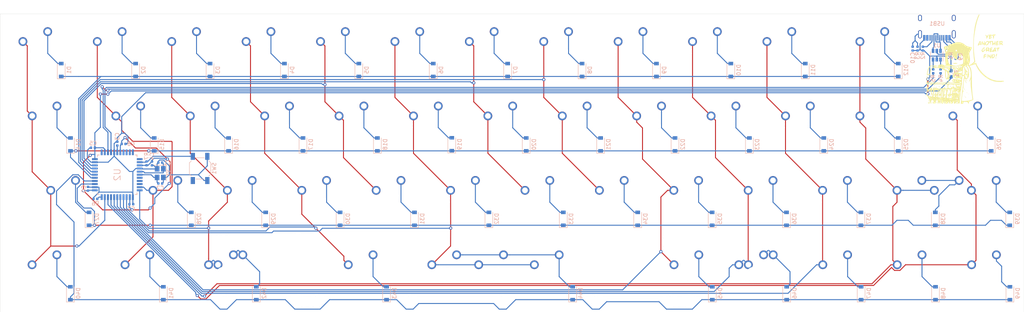
<source format=kicad_pcb>
(kicad_pcb (version 20171130) (host pcbnew "(5.1.5)-3")
  (layers (0 F.Cu signal) (31 B.Cu signal) (34 B.Paste user) (35 F.Paste user) (36 B.SilkS user) (37 F.SilkS user hide) (38 B.Mask user) (39 F.Mask user) (44 Edge.Cuts user))
  (net 0 "")
  (net 1 "Net-(C1-Pad1)")
  (net 2 GND)
  (net 3 "Net-(C2-Pad1)")
  (net 4 "Net-(C3-Pad1)")
  (net 5 VCC)
  (net 6 "Net-(D1-Pad2)")
  (net 7 "Net-(D1-Pad1)")
  (net 8 "Net-(D2-Pad2)")
  (net 9 "Net-(D3-Pad2)")
  (net 10 "Net-(D4-Pad2)")
  (net 11 "Net-(D5-Pad2)")
  (net 12 "Net-(D6-Pad2)")
  (net 13 "Net-(D7-Pad2)")
  (net 14 "Net-(D8-Pad2)")
  (net 15 "Net-(D9-Pad2)")
  (net 16 "Net-(D10-Pad2)")
  (net 17 "Net-(D11-Pad2)")
  (net 18 "Net-(D12-Pad2)")
  (net 19 "Net-(D14-Pad1)")
  (net 20 "Net-(D14-Pad2)")
  (net 21 "Net-(D15-Pad2)")
  (net 22 "Net-(D16-Pad2)")
  (net 23 "Net-(D17-Pad2)")
  (net 24 "Net-(D18-Pad2)")
  (net 25 "Net-(D19-Pad2)")
  (net 26 "Net-(D20-Pad2)")
  (net 27 "Net-(D21-Pad2)")
  (net 28 "Net-(D22-Pad2)")
  (net 29 "Net-(D23-Pad2)")
  (net 30 "Net-(D24-Pad2)")
  (net 31 "Net-(D25-Pad2)")
  (net 32 "Net-(D26-Pad2)")
  (net 33 "Net-(D27-Pad1)")
  (net 34 "Net-(D27-Pad2)")
  (net 35 "Net-(D28-Pad2)")
  (net 36 "Net-(D29-Pad2)")
  (net 37 "Net-(D30-Pad2)")
  (net 38 "Net-(D31-Pad2)")
  (net 39 "Net-(D32-Pad2)")
  (net 40 "Net-(D33-Pad2)")
  (net 41 "Net-(D34-Pad2)")
  (net 42 "Net-(D35-Pad2)")
  (net 43 "Net-(D36-Pad2)")
  (net 44 "Net-(D37-Pad2)")
  (net 45 "Net-(D38-Pad2)")
  (net 46 "Net-(D39-Pad2)")
  (net 47 "Net-(D40-Pad1)")
  (net 48 "Net-(D40-Pad2)")
  (net 49 "Net-(D41-Pad2)")
  (net 50 "Net-(D42-Pad2)")
  (net 51 "Net-(D43-Pad2)")
  (net 52 "Net-(D44-Pad2)")
  (net 53 "Net-(D45-Pad2)")
  (net 54 "Net-(D46-Pad2)")
  (net 55 "Net-(D47-Pad2)")
  (net 56 "Net-(D48-Pad2)")
  (net 57 "Net-(D49-Pad2)")
  (net 58 VBUS)
  (net 59 "Net-(K1-Pad1)")
  (net 60 "Net-(K2-Pad1)")
  (net 61 "Net-(K3-Pad1)")
  (net 62 "Net-(K4-Pad1)")
  (net 63 "Net-(K5-Pad1)")
  (net 64 "Net-(K6-Pad1)")
  (net 65 "Net-(K7-Pad1)")
  (net 66 "Net-(K8-Pad1)")
  (net 67 "Net-(K9-Pad1)")
  (net 68 "Net-(K10-Pad1)")
  (net 69 "Net-(K11-Pad1)")
  (net 70 "Net-(K12-Pad1)")
  (net 71 "Net-(K26-Pad1)")
  (net 72 "Net-(R1-Pad2)")
  (net 73 "Net-(R2-Pad2)")
  (net 74 Earth)
  (net 75 D-)
  (net 76 DBUS-)
  (net 77 DBUS+)
  (net 78 D+)
  (net 79 "Net-(R6-Pad2)")
  (net 80 "Net-(R7-Pad1)")
  (net 81 "Net-(U2-Pad1)")
  (net 82 "Net-(U2-Pad8)")
  (net 83 "Net-(U2-Pad9)")
  (net 84 "Net-(U2-Pad10)")
  (net 85 "Net-(U2-Pad11)")
  (net 86 "Net-(U2-Pad12)")
  (net 87 "Net-(U2-Pad18)")
  (net 88 "Net-(U2-Pad19)")
  (net 89 "Net-(U2-Pad20)")
  (net 90 "Net-(USB1-Pad9)")
  (net 91 "Net-(USB1-Pad3)")
  (net 92 "Net-(K14-Pad1)")
  (net 93 "Net-(K15-Pad1)")
  (net 94 "Net-(K16-Pad1)")
  (net 95 "Net-(K17-Pad1)")
  (net 96 "Net-(K18-Pad1)")
  (net 97 "Net-(K19-Pad1)")
  (net 98 "Net-(K20-Pad1)")
  (net 99 "Net-(K21-Pad1)")
  (net 100 "Net-(K22-Pad1)")
  (net 101 "Net-(K23-Pad1)")
  (net 102 "Net-(K24-Pad1)")
  (net 103 "Net-(K25-Pad1)")
  (net 104 "Net-(K27-Pad1)")
  (net 105 "Net-(K28-Pad1)")
  (net 106 "Net-(K29-Pad1)")
  (net 107 "Net-(K30-Pad1)")
  (net 108 "Net-(K31-Pad1)")
  (net 109 "Net-(K32-Pad1)")
  (net 110 "Net-(K33-Pad1)")
  (net 111 "Net-(K34-Pad1)")
  (net 112 "Net-(K35-Pad1)")
  (net 113 "Net-(K36-Pad1)")
  (net 114 "Net-(K37-Pad1)")
  (net 115 "Net-(K38-Pad1)")
  (net 116 "Net-(K39-Pad1)")
  (net 117 "Net-(K40-Pad1)")
  (net 118 "Net-(K41-Pad1)")
  (net 119 "Net-(K42-Pad1)")
  (net 120 "Net-(K43-Pad1)")
  (net 121 "Net-(K44-Pad1)")
  (net 122 "Net-(K45-Pad1)")
  (net 123 "Net-(K46-Pad1)")
  (net 124 "Net-(K47-Pad1)")
  (net 125 "Net-(K48-Pad1)")
  (net 126 "Net-(K49-Pad1)")
  (net 127 "Net-(R4-Pad1)")
  (net 128 "Net-(R5-Pad2)")
  (net 129 "Net-(U2-Pad42)")
  (net 130 "Net-(U2-Pad41)")
  (net 131 "Net-(U2-Pad40)")
  (net 132 "Net-(U2-Pad39)")
  (net 133 "Net-(U2-Pad38)")
  (net 134 "Net-(U2-Pad37)")
  (net 135 "Net-(U2-Pad36)")
  (net 136 "Net-(U2-Pad32)")
  (net 137 "Net-(U2-Pad31)")
  (net 138 "Net-(U2-Pad30)")
  (net 139 "Net-(U2-Pad29)")
  (net 140 "Net-(U2-Pad28)")
  (net 141 "Net-(U2-Pad27)")
  (net 142 "Net-(U2-Pad26)")
  (net 143 "Net-(U2-Pad25)")
  (net 144 "Net-(U2-Pad22)")
  (net 145 "Net-(U2-Pad21)")
  (module Capacitor_SMD:C_0402_1005Metric (layer B.Cu) (at 247.4 22.075 270)
    (fp_text reference C10 (at 2.35 0 90) (layer B.SilkS) (effects (justify mirror)))
    (fp_text value 4.7nF)
    (pad 2 smd roundrect (at 0.485 0 270) (size 0.59 0.64) (layers B.Cu B.Paste B.Mask) (net 2 GND))
    (pad 1 smd roundrect (at -0.485 0 270) (size 0.59 0.64) (layers B.Cu B.Paste B.Mask) (net 74 Earth))
  )
  (module Capacitor_SMD:C_0402_1005Metric (layer B.Cu) (at 258.45 24.2 270)
    (fp_text reference C9 (at -0.05 -1.2 90) (layer B.SilkS) (effects (justify mirror)))
    (fp_text value 100nF)
    (pad 2 smd roundrect (at 0.485 0 270) (size 0.59 0.64) (layers B.Cu B.Paste B.Mask) (net 2 GND))
    (pad 1 smd roundrect (at -0.485 0 270) (size 0.59 0.64) (layers B.Cu B.Paste B.Mask) (net 58 VBUS))
  )
  (module Package_TO_SOT_SMD:SOT-23-6 (layer B.Cu) (at 253.575 23.75 90)
    (fp_text reference U1 (at 2.5 0.025 180) (layer B.SilkS) (effects (justify mirror)))
    (fp_text value USBLC6-2SC6)
    (pad 5 smd rect (at 1.1 0 90) (size 1.06 0.65) (layers B.Cu B.Paste B.Mask) (net 58 VBUS))
    (pad 6 smd rect (at 1.1 0.95 90) (size 1.06 0.65) (layers B.Cu B.Paste B.Mask) (net 77 DBUS+))
    (pad 4 smd rect (at 1.1 -0.95 90) (size 1.06 0.65) (layers B.Cu B.Paste B.Mask) (net 76 DBUS-))
    (pad 3 smd rect (at -1.1 -0.95 90) (size 1.06 0.65) (layers B.Cu B.Paste B.Mask) (net 128 "Net-(R5-Pad2)"))
    (pad 2 smd rect (at -1.1 0 90) (size 1.06 0.65) (layers B.Cu B.Paste B.Mask) (net 2 GND))
    (pad 1 smd rect (at -1.1 0.95 90) (size 1.06 0.65) (layers B.Cu B.Paste B.Mask) (net 127 "Net-(R4-Pad1)"))
  )
  (module "Homemade:great find2" (layer F.Cu) (at 260.775 24.7)
    (fp_text reference G*** hide)
    (fp_text value LOGO hide)
  )
  (module MX_Only:MXOnly-1.25U-NoLED (layer F.Cu) (at 206.7 79.95)
    (fp_text reference K54)
    (fp_text value 1.25U)
    (pad 2 thru_hole circle (at 2.54 -5.08) (size 2.25 2.25) (drill 1.47) (layers *.Cu B.Mask) (net 54 "Net-(D46-Pad2)"))
    (pad "" np_thru_hole circle (at 0 0) (size 3.9878 3.9878) (drill 3.9878) (layers *.Cu *.Mask))
    (pad 1 thru_hole circle (at -3.81 -2.54) (size 2.25 2.25) (drill 1.47) (layers *.Cu B.Mask) (net 68 "Net-(K10-Pad1)"))
    (pad "" np_thru_hole circle (at -5.08 0 48.0996) (size 1.75 1.75) (drill 1.75) (layers *.Cu *.Mask))
    (pad "" np_thru_hole circle (at 5.08 0 48.0996) (size 1.75 1.75) (drill 1.75) (layers *.Cu *.Mask))
  )
  (module MX_Only:MXOnly-7U-ReversedStabilizers-NoLED (layer F.Cu) (at 128.1 79.95)
    (fp_text reference k53)
    (fp_text value 7U)
    (pad 2 thru_hole circle (at 2.54 -5.08) (size 2.25 2.25) (drill 1.47) (layers *.Cu B.Mask) (net 52 "Net-(D44-Pad2)"))
    (pad "" np_thru_hole circle (at 0 0) (size 3.9878 3.9878) (drill 3.9878) (layers *.Cu *.Mask))
    (pad 1 thru_hole circle (at -3.81 -2.54) (size 2.25 2.25) (drill 1.47) (layers *.Cu B.Mask) (net 64 "Net-(K6-Pad1)"))
    (pad "" np_thru_hole circle (at -5.08 0 48.0996) (size 1.75 1.75) (drill 1.75) (layers *.Cu *.Mask))
    (pad "" np_thru_hole circle (at 5.08 0 48.0996) (size 1.75 1.75) (drill 1.75) (layers *.Cu *.Mask))
    (pad "" np_thru_hole circle (at -57.15 6.985) (size 3.048 3.048) (drill 3.048) (layers *.Cu *.Mask))
    (pad "" np_thru_hole circle (at 57.15 6.985) (size 3.048 3.048) (drill 3.048) (layers *.Cu *.Mask))
    (pad "" np_thru_hole circle (at -57.15 -8.255) (size 3.9878 3.9878) (drill 3.9878) (layers *.Cu *.Mask))
    (pad "" np_thru_hole circle (at 57.15 -8.255) (size 3.9878 3.9878) (drill 3.9878) (layers *.Cu *.Mask))
  )
  (module MX_Only:MXOnly-6.25U-ReversedStabilizers-NoLED (layer F.Cu) (at 140.1 79.95)
    (fp_text reference K52)
    (fp_text value 6.25U)
    (pad 2 thru_hole circle (at 2.54 -5.08) (size 2.25 2.25) (drill 1.47) (layers *.Cu B.Mask) (net 52 "Net-(D44-Pad2)"))
    (pad "" np_thru_hole circle (at 0 0) (size 3.9878 3.9878) (drill 3.9878) (layers *.Cu *.Mask))
    (pad 1 thru_hole circle (at -3.81 -2.54) (size 2.25 2.25) (drill 1.47) (layers *.Cu B.Mask) (net 64 "Net-(K6-Pad1)"))
    (pad "" np_thru_hole circle (at -5.08 0 48.0996) (size 1.75 1.75) (drill 1.75) (layers *.Cu *.Mask))
    (pad "" np_thru_hole circle (at 5.08 0 48.0996) (size 1.75 1.75) (drill 1.75) (layers *.Cu *.Mask))
    (pad "" np_thru_hole circle (at -49.9999 6.985) (size 3.048 3.048) (drill 3.048) (layers *.Cu *.Mask))
    (pad "" np_thru_hole circle (at 49.9999 6.985) (size 3.048 3.048) (drill 3.048) (layers *.Cu *.Mask))
    (pad "" np_thru_hole circle (at -49.9999 -8.255) (size 3.9878 3.9878) (drill 3.9878) (layers *.Cu *.Mask))
    (pad "" np_thru_hole circle (at 49.9999 -8.255) (size 3.9878 3.9878) (drill 3.9878) (layers *.Cu *.Mask))
  )
  (module MX_Only:MXOnly-1U-NoLED (layer F.Cu) (at 70.95 79.95)
    (fp_text reference K51)
    (fp_text value 1U)
    (pad 2 thru_hole circle (at 2.54 -5.08) (size 2.25 2.25) (drill 1.47) (layers *.Cu B.Mask) (net 50 "Net-(D42-Pad2)"))
    (pad "" np_thru_hole circle (at 0 0) (size 3.9878 3.9878) (drill 3.9878) (layers *.Cu *.Mask))
    (pad 1 thru_hole circle (at -3.81 -2.54) (size 2.25 2.25) (drill 1.47) (layers *.Cu B.Mask) (net 61 "Net-(K3-Pad1)"))
    (pad "" np_thru_hole circle (at -5.08 0 48.0996) (size 1.75 1.75) (drill 1.75) (layers *.Cu *.Mask))
    (pad "" np_thru_hole circle (at 5.08 0 48.0996) (size 1.75 1.75) (drill 1.75) (layers *.Cu *.Mask))
  )
  (module MX_Only:MXOnly-2U-ReversedStabilizers-NoLED (layer F.Cu) (at 256.75 60.9)
    (fp_text reference K50)
    (fp_text value 2U)
    (pad 2 thru_hole circle (at 2.54 -5.08) (size 2.25 2.25) (drill 1.47) (layers *.Cu B.Mask) (net 45 "Net-(D38-Pad2)"))
    (pad "" np_thru_hole circle (at 0 0) (size 3.9878 3.9878) (drill 3.9878) (layers *.Cu *.Mask))
    (pad 1 thru_hole circle (at -3.81 -2.54) (size 2.25 2.25) (drill 1.47) (layers *.Cu B.Mask) (net 70 "Net-(K12-Pad1)"))
    (pad "" np_thru_hole circle (at -5.08 0 48.0996) (size 1.75 1.75) (drill 1.75) (layers *.Cu *.Mask))
    (pad "" np_thru_hole circle (at 5.08 0 48.0996) (size 1.75 1.75) (drill 1.75) (layers *.Cu *.Mask))
    (pad "" np_thru_hole circle (at -11.90625 6.985) (size 3.048 3.048) (drill 3.048) (layers *.Cu *.Mask))
    (pad "" np_thru_hole circle (at 11.90625 6.985) (size 3.048 3.048) (drill 3.048) (layers *.Cu *.Mask))
    (pad "" np_thru_hole circle (at -11.90625 -8.255) (size 3.9878 3.9878) (drill 3.9878) (layers *.Cu *.Mask))
    (pad "" np_thru_hole circle (at 11.90625 -8.255) (size 3.9878 3.9878) (drill 3.9878) (layers *.Cu *.Mask))
  )
  (module Capacitor_SMD:C_0402_1005Metric (layer B.Cu) (at 54.75 51.25 180)
    (fp_text reference C1 (at -1.9 0) (layer B.SilkS) (effects (justify mirror)))
    (fp_text value 22Pf)
    (pad 2 smd roundrect (at 0.485 0 180) (size 0.59 0.64) (layers B.Cu B.Paste B.Mask) (net 2 GND))
    (pad 1 smd roundrect (at -0.485 0 180) (size 0.59 0.64) (layers B.Cu B.Paste B.Mask) (net 1 "Net-(C1-Pad1)"))
  )
  (module Capacitor_SMD:C_0402_1005Metric (layer B.Cu) (at 54.75 56.6)
    (fp_text reference C2 (at 0 1.15) (layer B.SilkS) (effects (justify mirror)))
    (fp_text value 22pF)
    (pad 2 smd roundrect (at 0.485 0) (size 0.59 0.64) (layers B.Cu B.Paste B.Mask) (net 2 GND))
    (pad 1 smd roundrect (at -0.485 0) (size 0.59 0.64) (layers B.Cu B.Paste B.Mask) (net 3 "Net-(C2-Pad1)"))
  )
  (module Capacitor_SMD:C_0402_1005Metric (layer B.Cu) (at 43.75 46.4 90)
    (fp_text reference C3 (at 1.85 0 90) (layer B.SilkS) (effects (justify mirror)))
    (fp_text value 1uF)
    (pad 2 smd roundrect (at 0.485 0 90) (size 0.59 0.64) (layers B.Cu B.Paste B.Mask) (net 2 GND))
    (pad 1 smd roundrect (at -0.485 0 90) (size 0.59 0.64) (layers B.Cu B.Paste B.Mask) (net 4 "Net-(C3-Pad1)"))
  )
  (module Capacitor_SMD:C_0402_1005Metric (layer B.Cu) (at 52.63 51.47 270)
    (fp_text reference C4 (at -1.86 0 90) (layer B.SilkS) (effects (justify mirror)))
    (fp_text value 100nF)
    (pad 2 smd roundrect (at 0.485 0 270) (size 0.59 0.64) (layers B.Cu B.Paste B.Mask) (net 2 GND))
    (pad 1 smd roundrect (at -0.485 0 270) (size 0.59 0.64) (layers B.Cu B.Paste B.Mask) (net 5 VCC))
  )
  (module Capacitor_SMD:C_0402_1005Metric (layer B.Cu) (at 37.525 47.45 180)
    (fp_text reference C5 (at -0.015 1.13) (layer B.SilkS) (effects (justify mirror)))
    (fp_text value 100nF)
    (pad 2 smd roundrect (at 0.485 0 180) (size 0.59 0.64) (layers B.Cu B.Paste B.Mask) (net 2 GND))
    (pad 1 smd roundrect (at -0.485 0 180) (size 0.59 0.64) (layers B.Cu B.Paste B.Mask) (net 5 VCC))
  )
  (module Capacitor_SMD:C_0402_1005Metric (layer B.Cu) (at 36.25 57.95 90)
    (fp_text reference C6 (at 0 -1.1 90) (layer B.SilkS) (effects (justify mirror)))
    (fp_text value 100nF)
    (pad 2 smd roundrect (at 0.485 0 90) (size 0.59 0.64) (layers B.Cu B.Paste B.Mask) (net 2 GND))
    (pad 1 smd roundrect (at -0.485 0 90) (size 0.59 0.64) (layers B.Cu B.Paste B.Mask) (net 5 VCC))
  )
  (module Capacitor_SMD:C_0402_1005Metric (layer B.Cu) (at 47.35 61.9)
    (fp_text reference C7 (at 0 1.17) (layer B.SilkS) (effects (justify mirror)))
    (fp_text value 100nF)
    (pad 2 smd roundrect (at 0.485 0) (size 0.59 0.64) (layers B.Cu B.Paste B.Mask) (net 2 GND))
    (pad 1 smd roundrect (at -0.485 0) (size 0.59 0.64) (layers B.Cu B.Paste B.Mask) (net 5 VCC))
  )
  (module Capacitor_SMD:C_0402_1005Metric (layer B.Cu) (at 45.37 46.48)
    (fp_text reference C8 (at 1.9 0) (layer B.SilkS) (effects (justify mirror)))
    (fp_text value 4.7uF)
    (pad 2 smd roundrect (at 0.485 0) (size 0.59 0.64) (layers B.Cu B.Paste B.Mask) (net 2 GND))
    (pad 1 smd roundrect (at -0.485 0) (size 0.59 0.64) (layers B.Cu B.Paste B.Mask) (net 5 VCC))
  )
  (module Diode_SMD:D_SOD-123 (layer B.Cu) (at 29.4 27.55 90)
    (fp_text reference D1 (at 0 2 90) (layer B.SilkS) (effects (justify mirror)))
    (fp_text value 1N4148W)
    (pad 2 smd rect (at 1.65 0 90) (size 0.9 1.2) (layers B.Cu B.Paste B.Mask) (net 6 "Net-(D1-Pad2)"))
    (pad 1 smd rect (at -1.65 0 90) (size 0.9 1.2) (layers B.Cu B.Paste B.Mask) (net 7 "Net-(D1-Pad1)"))
  )
  (module Diode_SMD:D_SOD-123 (layer B.Cu) (at 48.45 27.55 90)
    (fp_text reference D2 (at 0 2 90) (layer B.SilkS) (effects (justify mirror)))
    (fp_text value 1N4148W)
    (pad 2 smd rect (at 1.65 0 90) (size 0.9 1.2) (layers B.Cu B.Paste B.Mask) (net 8 "Net-(D2-Pad2)"))
    (pad 1 smd rect (at -1.65 0 90) (size 0.9 1.2) (layers B.Cu B.Paste B.Mask) (net 7 "Net-(D1-Pad1)"))
  )
  (module Diode_SMD:D_SOD-123 (layer B.Cu) (at 67.5 27.55 90)
    (fp_text reference D3 (at 0 2 90) (layer B.SilkS) (effects (justify mirror)))
    (fp_text value 1N4148W)
    (pad 2 smd rect (at 1.65 0 90) (size 0.9 1.2) (layers B.Cu B.Paste B.Mask) (net 9 "Net-(D3-Pad2)"))
    (pad 1 smd rect (at -1.65 0 90) (size 0.9 1.2) (layers B.Cu B.Paste B.Mask) (net 7 "Net-(D1-Pad1)"))
  )
  (module Diode_SMD:D_SOD-123 (layer B.Cu) (at 86.55 27.55 90)
    (fp_text reference D4 (at 0 2 90) (layer B.SilkS) (effects (justify mirror)))
    (fp_text value 1N4148W)
    (pad 2 smd rect (at 1.65 0 90) (size 0.9 1.2) (layers B.Cu B.Paste B.Mask) (net 10 "Net-(D4-Pad2)"))
    (pad 1 smd rect (at -1.65 0 90) (size 0.9 1.2) (layers B.Cu B.Paste B.Mask) (net 7 "Net-(D1-Pad1)"))
  )
  (module Diode_SMD:D_SOD-123 (layer B.Cu) (at 105.6 27.55 90)
    (fp_text reference D5 (at 0 2 90) (layer B.SilkS) (effects (justify mirror)))
    (fp_text value 1N4148W)
    (pad 2 smd rect (at 1.65 0 90) (size 0.9 1.2) (layers B.Cu B.Paste B.Mask) (net 11 "Net-(D5-Pad2)"))
    (pad 1 smd rect (at -1.65 0 90) (size 0.9 1.2) (layers B.Cu B.Paste B.Mask) (net 7 "Net-(D1-Pad1)"))
  )
  (module Diode_SMD:D_SOD-123 (layer B.Cu) (at 124.65 27.55 90)
    (fp_text reference D6 (at 0 2 90) (layer B.SilkS) (effects (justify mirror)))
    (fp_text value 1N4148W)
    (pad 2 smd rect (at 1.65 0 90) (size 0.9 1.2) (layers B.Cu B.Paste B.Mask) (net 12 "Net-(D6-Pad2)"))
    (pad 1 smd rect (at -1.65 0 90) (size 0.9 1.2) (layers B.Cu B.Paste B.Mask) (net 7 "Net-(D1-Pad1)"))
  )
  (module Diode_SMD:D_SOD-123 (layer B.Cu) (at 143.7 27.55 90)
    (fp_text reference D7 (at 0 2 90) (layer B.SilkS) (effects (justify mirror)))
    (fp_text value 1N4148W)
    (pad 2 smd rect (at 1.65 0 90) (size 0.9 1.2) (layers B.Cu B.Paste B.Mask) (net 13 "Net-(D7-Pad2)"))
    (pad 1 smd rect (at -1.65 0 90) (size 0.9 1.2) (layers B.Cu B.Paste B.Mask) (net 7 "Net-(D1-Pad1)"))
  )
  (module Diode_SMD:D_SOD-123 (layer B.Cu) (at 162.75 27.55 90)
    (fp_text reference D8 (at 0 2 90) (layer B.SilkS) (effects (justify mirror)))
    (fp_text value 1N4148W)
    (pad 2 smd rect (at 1.65 0 90) (size 0.9 1.2) (layers B.Cu B.Paste B.Mask) (net 14 "Net-(D8-Pad2)"))
    (pad 1 smd rect (at -1.65 0 90) (size 0.9 1.2) (layers B.Cu B.Paste B.Mask) (net 7 "Net-(D1-Pad1)"))
  )
  (module Diode_SMD:D_SOD-123 (layer B.Cu) (at 181.8 27.55 90)
    (fp_text reference D9 (at 0 2 90) (layer B.SilkS) (effects (justify mirror)))
    (fp_text value 1N4148W)
    (pad 2 smd rect (at 1.65 0 90) (size 0.9 1.2) (layers B.Cu B.Paste B.Mask) (net 15 "Net-(D9-Pad2)"))
    (pad 1 smd rect (at -1.65 0 90) (size 0.9 1.2) (layers B.Cu B.Paste B.Mask) (net 7 "Net-(D1-Pad1)"))
  )
  (module Diode_SMD:D_SOD-123 (layer B.Cu) (at 200.85 27.55 90)
    (fp_text reference D10 (at 0 2 90) (layer B.SilkS) (effects (justify mirror)))
    (fp_text value 1N4148W)
    (pad 2 smd rect (at 1.65 0 90) (size 0.9 1.2) (layers B.Cu B.Paste B.Mask) (net 16 "Net-(D10-Pad2)"))
    (pad 1 smd rect (at -1.65 0 90) (size 0.9 1.2) (layers B.Cu B.Paste B.Mask) (net 7 "Net-(D1-Pad1)"))
  )
  (module Diode_SMD:D_SOD-123 (layer B.Cu) (at 219.9 27.55 90)
    (fp_text reference D11 (at 0 2 90) (layer B.SilkS) (effects (justify mirror)))
    (fp_text value 1N4148W)
    (pad 2 smd rect (at 1.65 0 90) (size 0.9 1.2) (layers B.Cu B.Paste B.Mask) (net 17 "Net-(D11-Pad2)"))
    (pad 1 smd rect (at -1.65 0 90) (size 0.9 1.2) (layers B.Cu B.Paste B.Mask) (net 7 "Net-(D1-Pad1)"))
  )
  (module Diode_SMD:D_SOD-123 (layer B.Cu) (at 243.7 27.55 90)
    (fp_text reference D12 (at 0 2 90) (layer B.SilkS) (effects (justify mirror)))
    (fp_text value 1N4148W)
    (pad 2 smd rect (at 1.65 0 90) (size 0.9 1.2) (layers B.Cu B.Paste B.Mask) (net 18 "Net-(D12-Pad2)"))
    (pad 1 smd rect (at -1.65 0 90) (size 0.9 1.2) (layers B.Cu B.Paste B.Mask) (net 7 "Net-(D1-Pad1)"))
  )
  (module Diode_SMD:D_SOD-123 (layer B.Cu) (at 31.775 46.6 90)
    (fp_text reference D14 (at 0 2 90) (layer B.SilkS) (effects (justify mirror)))
    (fp_text value 1N4148W)
    (pad 2 smd rect (at 1.65 0 90) (size 0.9 1.2) (layers B.Cu B.Paste B.Mask) (net 20 "Net-(D14-Pad2)"))
    (pad 1 smd rect (at -1.65 0 90) (size 0.9 1.2) (layers B.Cu B.Paste B.Mask) (net 19 "Net-(D14-Pad1)"))
  )
  (module Diode_SMD:D_SOD-123 (layer B.Cu) (at 53.2 46.6 90)
    (fp_text reference D15 (at 0 2 90) (layer B.SilkS) (effects (justify mirror)))
    (fp_text value 1N4148W)
    (pad 2 smd rect (at 1.65 0 90) (size 0.9 1.2) (layers B.Cu B.Paste B.Mask) (net 21 "Net-(D15-Pad2)"))
    (pad 1 smd rect (at -1.65 0 90) (size 0.9 1.2) (layers B.Cu B.Paste B.Mask) (net 19 "Net-(D14-Pad1)"))
  )
  (module Diode_SMD:D_SOD-123 (layer B.Cu) (at 72.25 46.6 90)
    (fp_text reference D16 (at 0 2 90) (layer B.SilkS) (effects (justify mirror)))
    (fp_text value 1N4148W)
    (pad 2 smd rect (at 1.65 0 90) (size 0.9 1.2) (layers B.Cu B.Paste B.Mask) (net 22 "Net-(D16-Pad2)"))
    (pad 1 smd rect (at -1.65 0 90) (size 0.9 1.2) (layers B.Cu B.Paste B.Mask) (net 19 "Net-(D14-Pad1)"))
  )
  (module Diode_SMD:D_SOD-123 (layer B.Cu) (at 91.3 46.6 90)
    (fp_text reference D17 (at 0 2 90) (layer B.SilkS) (effects (justify mirror)))
    (fp_text value 1N4148W)
    (pad 2 smd rect (at 1.65 0 90) (size 0.9 1.2) (layers B.Cu B.Paste B.Mask) (net 23 "Net-(D17-Pad2)"))
    (pad 1 smd rect (at -1.65 0 90) (size 0.9 1.2) (layers B.Cu B.Paste B.Mask) (net 19 "Net-(D14-Pad1)"))
  )
  (module Diode_SMD:D_SOD-123 (layer B.Cu) (at 110.35 46.6 90)
    (fp_text reference D18 (at 0 2 90) (layer B.SilkS) (effects (justify mirror)))
    (fp_text value 1N4148W)
    (pad 2 smd rect (at 1.65 0 90) (size 0.9 1.2) (layers B.Cu B.Paste B.Mask) (net 24 "Net-(D18-Pad2)"))
    (pad 1 smd rect (at -1.65 0 90) (size 0.9 1.2) (layers B.Cu B.Paste B.Mask) (net 19 "Net-(D14-Pad1)"))
  )
  (module Diode_SMD:D_SOD-123 (layer B.Cu) (at 129.4 46.55 90)
    (fp_text reference D19 (at 0 2 90) (layer B.SilkS) (effects (justify mirror)))
    (fp_text value 1N4148W)
    (pad 2 smd rect (at 1.65 0 90) (size 0.9 1.2) (layers B.Cu B.Paste B.Mask) (net 25 "Net-(D19-Pad2)"))
    (pad 1 smd rect (at -1.65 0 90) (size 0.9 1.2) (layers B.Cu B.Paste B.Mask) (net 19 "Net-(D14-Pad1)"))
  )
  (module Diode_SMD:D_SOD-123 (layer B.Cu) (at 148.45 46.6 90)
    (fp_text reference D20 (at 0 2 90) (layer B.SilkS) (effects (justify mirror)))
    (fp_text value 1N4148W)
    (pad 2 smd rect (at 1.65 0 90) (size 0.9 1.2) (layers B.Cu B.Paste B.Mask) (net 26 "Net-(D20-Pad2)"))
    (pad 1 smd rect (at -1.65 0 90) (size 0.9 1.2) (layers B.Cu B.Paste B.Mask) (net 19 "Net-(D14-Pad1)"))
  )
  (module Diode_SMD:D_SOD-123 (layer B.Cu) (at 167.5 46.6 90)
    (fp_text reference D21 (at 0 2 90) (layer B.SilkS) (effects (justify mirror)))
    (fp_text value 1N4148W)
    (pad 2 smd rect (at 1.65 0 90) (size 0.9 1.2) (layers B.Cu B.Paste B.Mask) (net 27 "Net-(D21-Pad2)"))
    (pad 1 smd rect (at -1.65 0 90) (size 0.9 1.2) (layers B.Cu B.Paste B.Mask) (net 19 "Net-(D14-Pad1)"))
  )
  (module Diode_SMD:D_SOD-123 (layer B.Cu) (at 186.55 46.6 90)
    (fp_text reference D22 (at 0 2 90) (layer B.SilkS) (effects (justify mirror)))
    (fp_text value 1N4148W)
    (pad 2 smd rect (at 1.65 0 90) (size 0.9 1.2) (layers B.Cu B.Paste B.Mask) (net 28 "Net-(D22-Pad2)"))
    (pad 1 smd rect (at -1.65 0 90) (size 0.9 1.2) (layers B.Cu B.Paste B.Mask) (net 19 "Net-(D14-Pad1)"))
  )
  (module Diode_SMD:D_SOD-123 (layer B.Cu) (at 205.6 46.6 90)
    (fp_text reference D23 (at 0 2 90) (layer B.SilkS) (effects (justify mirror)))
    (fp_text value 1N4148W)
    (pad 2 smd rect (at 1.65 0 90) (size 0.9 1.2) (layers B.Cu B.Paste B.Mask) (net 29 "Net-(D23-Pad2)"))
    (pad 1 smd rect (at -1.65 0 90) (size 0.9 1.2) (layers B.Cu B.Paste B.Mask) (net 19 "Net-(D14-Pad1)"))
  )
  (module Diode_SMD:D_SOD-123 (layer B.Cu) (at 224.65 46.6 90)
    (fp_text reference D24 (at 0 2 90) (layer B.SilkS) (effects (justify mirror)))
    (fp_text value 1N4148W)
    (pad 2 smd rect (at 1.65 0 90) (size 0.9 1.2) (layers B.Cu B.Paste B.Mask) (net 30 "Net-(D24-Pad2)"))
    (pad 1 smd rect (at -1.65 0 90) (size 0.9 1.2) (layers B.Cu B.Paste B.Mask) (net 19 "Net-(D14-Pad1)"))
  )
  (module Diode_SMD:D_SOD-123 (layer B.Cu) (at 243.7 46.6 90)
    (fp_text reference D25 (at 0 2 90) (layer B.SilkS) (effects (justify mirror)))
    (fp_text value 1N4148W)
    (pad 2 smd rect (at 1.65 0 90) (size 0.9 1.2) (layers B.Cu B.Paste B.Mask) (net 31 "Net-(D25-Pad2)"))
    (pad 1 smd rect (at -1.65 0 90) (size 0.9 1.2) (layers B.Cu B.Paste B.Mask) (net 19 "Net-(D14-Pad1)"))
  )
  (module Diode_SMD:D_SOD-123 (layer B.Cu) (at 267.5 46.6 90)
    (fp_text reference D26 (at 0 2 90) (layer B.SilkS) (effects (justify mirror)))
    (fp_text value 1N4148W)
    (pad 2 smd rect (at 1.65 0 90) (size 0.9 1.2) (layers B.Cu B.Paste B.Mask) (net 32 "Net-(D26-Pad2)"))
    (pad 1 smd rect (at -1.65 0 90) (size 0.9 1.2) (layers B.Cu B.Paste B.Mask) (net 19 "Net-(D14-Pad1)"))
  )
  (module Diode_SMD:D_SOD-123 (layer B.Cu) (at 36.525 65.65 90)
    (fp_text reference D27 (at 0 2 90) (layer B.SilkS) (effects (justify mirror)))
    (fp_text value 1N4148W)
    (pad 2 smd rect (at 1.65 0 90) (size 0.9 1.2) (layers B.Cu B.Paste B.Mask) (net 34 "Net-(D27-Pad2)"))
    (pad 1 smd rect (at -1.65 0 90) (size 0.9 1.2) (layers B.Cu B.Paste B.Mask) (net 33 "Net-(D27-Pad1)"))
  )
  (module Diode_SMD:D_SOD-123 (layer B.Cu) (at 62.7 65.65 90)
    (fp_text reference D28 (at 0 2 90) (layer B.SilkS) (effects (justify mirror)))
    (fp_text value 1N4148W)
    (pad 2 smd rect (at 1.65 0 90) (size 0.9 1.2) (layers B.Cu B.Paste B.Mask) (net 35 "Net-(D28-Pad2)"))
    (pad 1 smd rect (at -1.65 0 90) (size 0.9 1.2) (layers B.Cu B.Paste B.Mask) (net 33 "Net-(D27-Pad1)"))
  )
  (module Diode_SMD:D_SOD-123 (layer B.Cu) (at 81.75 65.65 90)
    (fp_text reference D29 (at 0 2 90) (layer B.SilkS) (effects (justify mirror)))
    (fp_text value 1N4148W)
    (pad 2 smd rect (at 1.65 0 90) (size 0.9 1.2) (layers B.Cu B.Paste B.Mask) (net 36 "Net-(D29-Pad2)"))
    (pad 1 smd rect (at -1.65 0 90) (size 0.9 1.2) (layers B.Cu B.Paste B.Mask) (net 33 "Net-(D27-Pad1)"))
  )
  (module Diode_SMD:D_SOD-123 (layer B.Cu) (at 100.8 65.65 90)
    (fp_text reference D30 (at 0 2 90) (layer B.SilkS) (effects (justify mirror)))
    (fp_text value 1N4148W)
    (pad 2 smd rect (at 1.65 0 90) (size 0.9 1.2) (layers B.Cu B.Paste B.Mask) (net 37 "Net-(D30-Pad2)"))
    (pad 1 smd rect (at -1.65 0 90) (size 0.9 1.2) (layers B.Cu B.Paste B.Mask) (net 33 "Net-(D27-Pad1)"))
  )
  (module Diode_SMD:D_SOD-123 (layer B.Cu) (at 119.85 65.65 90)
    (fp_text reference D31 (at 0 2 90) (layer B.SilkS) (effects (justify mirror)))
    (fp_text value 1N4148W)
    (pad 2 smd rect (at 1.65 0 90) (size 0.9 1.2) (layers B.Cu B.Paste B.Mask) (net 38 "Net-(D31-Pad2)"))
    (pad 1 smd rect (at -1.65 0 90) (size 0.9 1.2) (layers B.Cu B.Paste B.Mask) (net 33 "Net-(D27-Pad1)"))
  )
  (module Diode_SMD:D_SOD-123 (layer B.Cu) (at 138.9 65.65 90)
    (fp_text reference D32 (at 0 2 90) (layer B.SilkS) (effects (justify mirror)))
    (fp_text value 1N4148W)
    (pad 2 smd rect (at 1.65 0 90) (size 0.9 1.2) (layers B.Cu B.Paste B.Mask) (net 39 "Net-(D32-Pad2)"))
    (pad 1 smd rect (at -1.65 0 90) (size 0.9 1.2) (layers B.Cu B.Paste B.Mask) (net 33 "Net-(D27-Pad1)"))
  )
  (module Diode_SMD:D_SOD-123 (layer B.Cu) (at 157.95 65.65 90)
    (fp_text reference D33 (at 0 2 90) (layer B.SilkS) (effects (justify mirror)))
    (fp_text value 1N4148W)
    (pad 2 smd rect (at 1.65 0 90) (size 0.9 1.2) (layers B.Cu B.Paste B.Mask) (net 40 "Net-(D33-Pad2)"))
    (pad 1 smd rect (at -1.65 0 90) (size 0.9 1.2) (layers B.Cu B.Paste B.Mask) (net 33 "Net-(D27-Pad1)"))
  )
  (module Diode_SMD:D_SOD-123 (layer B.Cu) (at 177 65.65 90)
    (fp_text reference D34 (at 0 2 90) (layer B.SilkS) (effects (justify mirror)))
    (fp_text value 1N4148W)
    (pad 2 smd rect (at 1.65 0 90) (size 0.9 1.2) (layers B.Cu B.Paste B.Mask) (net 41 "Net-(D34-Pad2)"))
    (pad 1 smd rect (at -1.65 0 90) (size 0.9 1.2) (layers B.Cu B.Paste B.Mask) (net 33 "Net-(D27-Pad1)"))
  )
  (module Diode_SMD:D_SOD-123 (layer B.Cu) (at 196.05 65.65 90)
    (fp_text reference D35 (at 0 2 90) (layer B.SilkS) (effects (justify mirror)))
    (fp_text value 1N4148W)
    (pad 2 smd rect (at 1.65 0 90) (size 0.9 1.2) (layers B.Cu B.Paste B.Mask) (net 42 "Net-(D35-Pad2)"))
    (pad 1 smd rect (at -1.65 0 90) (size 0.9 1.2) (layers B.Cu B.Paste B.Mask) (net 33 "Net-(D27-Pad1)"))
  )
  (module Diode_SMD:D_SOD-123 (layer B.Cu) (at 215.1 65.65 90)
    (fp_text reference D36 (at 0 2 90) (layer B.SilkS) (effects (justify mirror)))
    (fp_text value 1N4148W)
    (pad 2 smd rect (at 1.65 0 90) (size 0.9 1.2) (layers B.Cu B.Paste B.Mask) (net 43 "Net-(D36-Pad2)"))
    (pad 1 smd rect (at -1.65 0 90) (size 0.9 1.2) (layers B.Cu B.Paste B.Mask) (net 33 "Net-(D27-Pad1)"))
  )
  (module Diode_SMD:D_SOD-123 (layer B.Cu) (at 234.15 65.65 90)
    (fp_text reference D37 (at 0 2 90) (layer B.SilkS) (effects (justify mirror)))
    (fp_text value 1N4148W)
    (pad 2 smd rect (at 1.65 0 90) (size 0.9 1.2) (layers B.Cu B.Paste B.Mask) (net 44 "Net-(D37-Pad2)"))
    (pad 1 smd rect (at -1.65 0 90) (size 0.9 1.2) (layers B.Cu B.Paste B.Mask) (net 33 "Net-(D27-Pad1)"))
  )
  (module Diode_SMD:D_SOD-123 (layer B.Cu) (at 253.2 65.65 90)
    (fp_text reference D38 (at 0 2 90) (layer B.SilkS) (effects (justify mirror)))
    (fp_text value 1N4148W)
    (pad 2 smd rect (at 1.65 0 90) (size 0.9 1.2) (layers B.Cu B.Paste B.Mask) (net 45 "Net-(D38-Pad2)"))
    (pad 1 smd rect (at -1.65 0 90) (size 0.9 1.2) (layers B.Cu B.Paste B.Mask) (net 33 "Net-(D27-Pad1)"))
  )
  (module Diode_SMD:D_SOD-123 (layer B.Cu) (at 272.25 65.65 90)
    (fp_text reference D39 (at 0 2 90) (layer B.SilkS) (effects (justify mirror)))
    (fp_text value 1N4148W)
    (pad 2 smd rect (at 1.65 0 90) (size 0.9 1.2) (layers B.Cu B.Paste B.Mask) (net 46 "Net-(D39-Pad2)"))
    (pad 1 smd rect (at -1.65 0 90) (size 0.9 1.2) (layers B.Cu B.Paste B.Mask) (net 33 "Net-(D27-Pad1)"))
  )
  (module Diode_SMD:D_SOD-123 (layer B.Cu) (at 31.75 84.7 90)
    (fp_text reference D40 (at 0 2 90) (layer B.SilkS) (effects (justify mirror)))
    (fp_text value 1N4148W)
    (pad 2 smd rect (at 1.65 0 90) (size 0.9 1.2) (layers B.Cu B.Paste B.Mask) (net 48 "Net-(D40-Pad2)"))
    (pad 1 smd rect (at -1.65 0 90) (size 0.9 1.2) (layers B.Cu B.Paste B.Mask) (net 47 "Net-(D40-Pad1)"))
  )
  (module Diode_SMD:D_SOD-123 (layer B.Cu) (at 55.55 84.7 90)
    (fp_text reference D41 (at 0 2 90) (layer B.SilkS) (effects (justify mirror)))
    (fp_text value 1N4148W)
    (pad 2 smd rect (at 1.65 0 90) (size 0.9 1.2) (layers B.Cu B.Paste B.Mask) (net 49 "Net-(D41-Pad2)"))
    (pad 1 smd rect (at -1.65 0 90) (size 0.9 1.2) (layers B.Cu B.Paste B.Mask) (net 47 "Net-(D40-Pad1)"))
  )
  (module Diode_SMD:D_SOD-123 (layer B.Cu) (at 79.35 84.7 90)
    (fp_text reference D42 (at 0 2 90) (layer B.SilkS) (effects (justify mirror)))
    (fp_text value 1N4148W)
    (pad 2 smd rect (at 1.65 0 90) (size 0.9 1.2) (layers B.Cu B.Paste B.Mask) (net 50 "Net-(D42-Pad2)"))
    (pad 1 smd rect (at -1.65 0 90) (size 0.9 1.2) (layers B.Cu B.Paste B.Mask) (net 47 "Net-(D40-Pad1)"))
  )
  (module Diode_SMD:D_SOD-123 (layer B.Cu) (at 112.7 84.7 90)
    (fp_text reference D43 (at 0 2 90) (layer B.SilkS) (effects (justify mirror)))
    (fp_text value 1N4148W)
    (pad 2 smd rect (at 1.65 0 90) (size 0.9 1.2) (layers B.Cu B.Paste B.Mask) (net 51 "Net-(D43-Pad2)"))
    (pad 1 smd rect (at -1.65 0 90) (size 0.9 1.2) (layers B.Cu B.Paste B.Mask) (net 47 "Net-(D40-Pad1)"))
  )
  (module Diode_SMD:D_SOD-123 (layer B.Cu) (at 160.35 84.7 90)
    (fp_text reference D44 (at 0 2 90) (layer B.SilkS) (effects (justify mirror)))
    (fp_text value 1N4148W)
    (pad 2 smd rect (at 1.65 0 90) (size 0.9 1.2) (layers B.Cu B.Paste B.Mask) (net 52 "Net-(D44-Pad2)"))
    (pad 1 smd rect (at -1.65 0 90) (size 0.9 1.2) (layers B.Cu B.Paste B.Mask) (net 47 "Net-(D40-Pad1)"))
  )
  (module Diode_SMD:D_SOD-123 (layer B.Cu) (at 196.1 84.7 90)
    (fp_text reference D45 (at 0 2 90) (layer B.SilkS) (effects (justify mirror)))
    (fp_text value 1N4148W)
    (pad 2 smd rect (at 1.65 0 90) (size 0.9 1.2) (layers B.Cu B.Paste B.Mask) (net 53 "Net-(D45-Pad2)"))
    (pad 1 smd rect (at -1.65 0 90) (size 0.9 1.2) (layers B.Cu B.Paste B.Mask) (net 47 "Net-(D40-Pad1)"))
  )
  (module Diode_SMD:D_SOD-123 (layer B.Cu) (at 215.15 84.7 90)
    (fp_text reference D46 (at 0 2 90) (layer B.SilkS) (effects (justify mirror)))
    (fp_text value 1N4148W)
    (pad 2 smd rect (at 1.65 0 90) (size 0.9 1.2) (layers B.Cu B.Paste B.Mask) (net 54 "Net-(D46-Pad2)"))
    (pad 1 smd rect (at -1.65 0 90) (size 0.9 1.2) (layers B.Cu B.Paste B.Mask) (net 47 "Net-(D40-Pad1)"))
  )
  (module Diode_SMD:D_SOD-123 (layer B.Cu) (at 234.2 84.7 90)
    (fp_text reference D47 (at 0 2 90) (layer B.SilkS) (effects (justify mirror)))
    (fp_text value 1N4148W)
    (pad 2 smd rect (at 1.65 0 90) (size 0.9 1.2) (layers B.Cu B.Paste B.Mask) (net 55 "Net-(D47-Pad2)"))
    (pad 1 smd rect (at -1.65 0 90) (size 0.9 1.2) (layers B.Cu B.Paste B.Mask) (net 47 "Net-(D40-Pad1)"))
  )
  (module Diode_SMD:D_SOD-123 (layer B.Cu) (at 253.25 84.7 90)
    (fp_text reference D48 (at 0 2 90) (layer B.SilkS) (effects (justify mirror)))
    (fp_text value 1N4148W)
    (pad 2 smd rect (at 1.65 0 90) (size 0.9 1.2) (layers B.Cu B.Paste B.Mask) (net 56 "Net-(D48-Pad2)"))
    (pad 1 smd rect (at -1.65 0 90) (size 0.9 1.2) (layers B.Cu B.Paste B.Mask) (net 47 "Net-(D40-Pad1)"))
  )
  (module Diode_SMD:D_SOD-123 (layer B.Cu) (at 272.3 84.7 90)
    (fp_text reference D49 (at 0 2 90) (layer B.SilkS) (effects (justify mirror)))
    (fp_text value 1N4148W)
    (pad 2 smd rect (at 1.65 0 90) (size 0.9 1.2) (layers B.Cu B.Paste B.Mask) (net 57 "Net-(D49-Pad2)"))
    (pad 1 smd rect (at -1.65 0 90) (size 0.9 1.2) (layers B.Cu B.Paste B.Mask) (net 47 "Net-(D40-Pad1)"))
  )
  (module Fuse:Fuse_0603_1608Metric (layer B.Cu) (at 257.2 28.5125 270)
    (fp_text reference F1 (at -0.0375 -1.5 90) (layer B.SilkS) (effects (justify mirror)))
    (fp_text value 500mA)
    (pad 2 smd roundrect (at 0.7875 0 270) (size 0.875 0.95) (layers B.Cu B.Paste B.Mask) (net 5 VCC))
    (pad 1 smd roundrect (at -0.7875 0 270) (size 0.875 0.95) (layers B.Cu B.Paste B.Mask) (net 58 VBUS))
  )
  (module MX_Only:MXOnly-1U-NoLED (layer F.Cu) (at 23.4 22.8)
    (fp_text reference K1)
    (fp_text value KEYSW)
    (pad 2 thru_hole circle (at 2.54 -5.08) (size 2.25 2.25) (drill 1.47) (layers *.Cu B.Mask) (net 6 "Net-(D1-Pad2)"))
    (pad "" np_thru_hole circle (at 0 0) (size 3.9878 3.9878) (drill 3.9878) (layers *.Cu *.Mask))
    (pad 1 thru_hole circle (at -3.81 -2.54) (size 2.25 2.25) (drill 1.47) (layers *.Cu B.Mask) (net 59 "Net-(K1-Pad1)"))
    (pad "" np_thru_hole circle (at -5.08 0 48.0996) (size 1.75 1.75) (drill 1.75) (layers *.Cu *.Mask))
    (pad "" np_thru_hole circle (at 5.08 0 48.0996) (size 1.75 1.75) (drill 1.75) (layers *.Cu *.Mask))
  )
  (module MX_Only:MXOnly-1U-NoLED (layer F.Cu) (at 42.45 22.8)
    (fp_text reference K2)
    (fp_text value KEYSW)
    (pad 2 thru_hole circle (at 2.54 -5.08) (size 2.25 2.25) (drill 1.47) (layers *.Cu B.Mask) (net 8 "Net-(D2-Pad2)"))
    (pad "" np_thru_hole circle (at 0 0) (size 3.9878 3.9878) (drill 3.9878) (layers *.Cu *.Mask))
    (pad 1 thru_hole circle (at -3.81 -2.54) (size 2.25 2.25) (drill 1.47) (layers *.Cu B.Mask) (net 60 "Net-(K2-Pad1)"))
    (pad "" np_thru_hole circle (at -5.08 0 48.0996) (size 1.75 1.75) (drill 1.75) (layers *.Cu *.Mask))
    (pad "" np_thru_hole circle (at 5.08 0 48.0996) (size 1.75 1.75) (drill 1.75) (layers *.Cu *.Mask))
  )
  (module MX_Only:MXOnly-1U-NoLED (layer F.Cu) (at 61.5 22.8)
    (fp_text reference K3)
    (fp_text value KEYSW)
    (pad 2 thru_hole circle (at 2.54 -5.08) (size 2.25 2.25) (drill 1.47) (layers *.Cu B.Mask) (net 9 "Net-(D3-Pad2)"))
    (pad "" np_thru_hole circle (at 0 0) (size 3.9878 3.9878) (drill 3.9878) (layers *.Cu *.Mask))
    (pad 1 thru_hole circle (at -3.81 -2.54) (size 2.25 2.25) (drill 1.47) (layers *.Cu B.Mask) (net 61 "Net-(K3-Pad1)"))
    (pad "" np_thru_hole circle (at -5.08 0 48.0996) (size 1.75 1.75) (drill 1.75) (layers *.Cu *.Mask))
    (pad "" np_thru_hole circle (at 5.08 0 48.0996) (size 1.75 1.75) (drill 1.75) (layers *.Cu *.Mask))
  )
  (module MX_Only:MXOnly-1U-NoLED (layer F.Cu) (at 80.55 22.8)
    (fp_text reference K4)
    (fp_text value KEYSW)
    (pad 2 thru_hole circle (at 2.54 -5.08) (size 2.25 2.25) (drill 1.47) (layers *.Cu B.Mask) (net 10 "Net-(D4-Pad2)"))
    (pad "" np_thru_hole circle (at 0 0) (size 3.9878 3.9878) (drill 3.9878) (layers *.Cu *.Mask))
    (pad 1 thru_hole circle (at -3.81 -2.54) (size 2.25 2.25) (drill 1.47) (layers *.Cu B.Mask) (net 62 "Net-(K4-Pad1)"))
    (pad "" np_thru_hole circle (at -5.08 0 48.0996) (size 1.75 1.75) (drill 1.75) (layers *.Cu *.Mask))
    (pad "" np_thru_hole circle (at 5.08 0 48.0996) (size 1.75 1.75) (drill 1.75) (layers *.Cu *.Mask))
  )
  (module MX_Only:MXOnly-1U-NoLED (layer F.Cu) (at 99.6 22.8)
    (fp_text reference K5)
    (fp_text value KEYSW)
    (pad 2 thru_hole circle (at 2.54 -5.08) (size 2.25 2.25) (drill 1.47) (layers *.Cu B.Mask) (net 11 "Net-(D5-Pad2)"))
    (pad "" np_thru_hole circle (at 0 0) (size 3.9878 3.9878) (drill 3.9878) (layers *.Cu *.Mask))
    (pad 1 thru_hole circle (at -3.81 -2.54) (size 2.25 2.25) (drill 1.47) (layers *.Cu B.Mask) (net 63 "Net-(K5-Pad1)"))
    (pad "" np_thru_hole circle (at -5.08 0 48.0996) (size 1.75 1.75) (drill 1.75) (layers *.Cu *.Mask))
    (pad "" np_thru_hole circle (at 5.08 0 48.0996) (size 1.75 1.75) (drill 1.75) (layers *.Cu *.Mask))
  )
  (module MX_Only:MXOnly-1U-NoLED (layer F.Cu) (at 118.65 22.8)
    (fp_text reference K6)
    (fp_text value KEYSW)
    (pad 2 thru_hole circle (at 2.54 -5.08) (size 2.25 2.25) (drill 1.47) (layers *.Cu B.Mask) (net 12 "Net-(D6-Pad2)"))
    (pad "" np_thru_hole circle (at 0 0) (size 3.9878 3.9878) (drill 3.9878) (layers *.Cu *.Mask))
    (pad 1 thru_hole circle (at -3.81 -2.54) (size 2.25 2.25) (drill 1.47) (layers *.Cu B.Mask) (net 64 "Net-(K6-Pad1)"))
    (pad "" np_thru_hole circle (at -5.08 0 48.0996) (size 1.75 1.75) (drill 1.75) (layers *.Cu *.Mask))
    (pad "" np_thru_hole circle (at 5.08 0 48.0996) (size 1.75 1.75) (drill 1.75) (layers *.Cu *.Mask))
  )
  (module MX_Only:MXOnly-1U-NoLED (layer F.Cu) (at 137.7 22.8)
    (fp_text reference K7)
    (fp_text value KEYSW)
    (pad 2 thru_hole circle (at 2.54 -5.08) (size 2.25 2.25) (drill 1.47) (layers *.Cu B.Mask) (net 13 "Net-(D7-Pad2)"))
    (pad "" np_thru_hole circle (at 0 0) (size 3.9878 3.9878) (drill 3.9878) (layers *.Cu *.Mask))
    (pad 1 thru_hole circle (at -3.81 -2.54) (size 2.25 2.25) (drill 1.47) (layers *.Cu B.Mask) (net 65 "Net-(K7-Pad1)"))
    (pad "" np_thru_hole circle (at -5.08 0 48.0996) (size 1.75 1.75) (drill 1.75) (layers *.Cu *.Mask))
    (pad "" np_thru_hole circle (at 5.08 0 48.0996) (size 1.75 1.75) (drill 1.75) (layers *.Cu *.Mask))
  )
  (module MX_Only:MXOnly-1U-NoLED (layer F.Cu) (at 156.75 22.8)
    (fp_text reference K8)
    (fp_text value KEYSW)
    (pad 2 thru_hole circle (at 2.54 -5.08) (size 2.25 2.25) (drill 1.47) (layers *.Cu B.Mask) (net 14 "Net-(D8-Pad2)"))
    (pad "" np_thru_hole circle (at 0 0) (size 3.9878 3.9878) (drill 3.9878) (layers *.Cu *.Mask))
    (pad 1 thru_hole circle (at -3.81 -2.54) (size 2.25 2.25) (drill 1.47) (layers *.Cu B.Mask) (net 66 "Net-(K8-Pad1)"))
    (pad "" np_thru_hole circle (at -5.08 0 48.0996) (size 1.75 1.75) (drill 1.75) (layers *.Cu *.Mask))
    (pad "" np_thru_hole circle (at 5.08 0 48.0996) (size 1.75 1.75) (drill 1.75) (layers *.Cu *.Mask))
  )
  (module MX_Only:MXOnly-1U-NoLED (layer F.Cu) (at 175.8 22.8)
    (fp_text reference K9)
    (fp_text value KEYSW)
    (pad 2 thru_hole circle (at 2.54 -5.08) (size 2.25 2.25) (drill 1.47) (layers *.Cu B.Mask) (net 15 "Net-(D9-Pad2)"))
    (pad "" np_thru_hole circle (at 0 0) (size 3.9878 3.9878) (drill 3.9878) (layers *.Cu *.Mask))
    (pad 1 thru_hole circle (at -3.81 -2.54) (size 2.25 2.25) (drill 1.47) (layers *.Cu B.Mask) (net 67 "Net-(K9-Pad1)"))
    (pad "" np_thru_hole circle (at -5.08 0 48.0996) (size 1.75 1.75) (drill 1.75) (layers *.Cu *.Mask))
    (pad "" np_thru_hole circle (at 5.08 0 48.0996) (size 1.75 1.75) (drill 1.75) (layers *.Cu *.Mask))
  )
  (module MX_Only:MXOnly-1U-NoLED (layer F.Cu) (at 194.85 22.8)
    (fp_text reference K10)
    (fp_text value KEYSW)
    (pad 2 thru_hole circle (at 2.54 -5.08) (size 2.25 2.25) (drill 1.47) (layers *.Cu B.Mask) (net 16 "Net-(D10-Pad2)"))
    (pad "" np_thru_hole circle (at 0 0) (size 3.9878 3.9878) (drill 3.9878) (layers *.Cu *.Mask))
    (pad 1 thru_hole circle (at -3.81 -2.54) (size 2.25 2.25) (drill 1.47) (layers *.Cu B.Mask) (net 68 "Net-(K10-Pad1)"))
    (pad "" np_thru_hole circle (at -5.08 0 48.0996) (size 1.75 1.75) (drill 1.75) (layers *.Cu *.Mask))
    (pad "" np_thru_hole circle (at 5.08 0 48.0996) (size 1.75 1.75) (drill 1.75) (layers *.Cu *.Mask))
  )
  (module MX_Only:MXOnly-1U-NoLED (layer F.Cu) (at 213.9 22.8)
    (fp_text reference K11)
    (fp_text value KEYSW)
    (pad 2 thru_hole circle (at 2.54 -5.08) (size 2.25 2.25) (drill 1.47) (layers *.Cu B.Mask) (net 17 "Net-(D11-Pad2)"))
    (pad "" np_thru_hole circle (at 0 0) (size 3.9878 3.9878) (drill 3.9878) (layers *.Cu *.Mask))
    (pad 1 thru_hole circle (at -3.81 -2.54) (size 2.25 2.25) (drill 1.47) (layers *.Cu B.Mask) (net 69 "Net-(K11-Pad1)"))
    (pad "" np_thru_hole circle (at -5.08 0 48.0996) (size 1.75 1.75) (drill 1.75) (layers *.Cu *.Mask))
    (pad "" np_thru_hole circle (at 5.08 0 48.0996) (size 1.75 1.75) (drill 1.75) (layers *.Cu *.Mask))
  )
  (module MX_Only:MXOnly-1.25U-NoLED (layer F.Cu) (at 25.775 41.85)
    (fp_text reference K14)
    (fp_text value KEYSW)
    (pad 2 thru_hole circle (at 2.54 -5.08) (size 2.25 2.25) (drill 1.47) (layers *.Cu B.Mask) (net 20 "Net-(D14-Pad2)"))
    (pad "" np_thru_hole circle (at 0 0) (size 3.9878 3.9878) (drill 3.9878) (layers *.Cu *.Mask))
    (pad 1 thru_hole circle (at -3.81 -2.54) (size 2.25 2.25) (drill 1.47) (layers *.Cu B.Mask) (net 92 "Net-(K14-Pad1)"))
    (pad "" np_thru_hole circle (at -5.08 0 48.0996) (size 1.75 1.75) (drill 1.75) (layers *.Cu *.Mask))
    (pad "" np_thru_hole circle (at 5.08 0 48.0996) (size 1.75 1.75) (drill 1.75) (layers *.Cu *.Mask))
  )
  (module MX_Only:MXOnly-1U-NoLED (layer F.Cu) (at 47.2 41.85)
    (fp_text reference K15)
    (fp_text value KEYSW)
    (pad 2 thru_hole circle (at 2.54 -5.08) (size 2.25 2.25) (drill 1.47) (layers *.Cu B.Mask) (net 21 "Net-(D15-Pad2)"))
    (pad "" np_thru_hole circle (at 0 0) (size 3.9878 3.9878) (drill 3.9878) (layers *.Cu *.Mask))
    (pad 1 thru_hole circle (at -3.81 -2.54) (size 2.25 2.25) (drill 1.47) (layers *.Cu B.Mask) (net 93 "Net-(K15-Pad1)"))
    (pad "" np_thru_hole circle (at -5.08 0 48.0996) (size 1.75 1.75) (drill 1.75) (layers *.Cu *.Mask))
    (pad "" np_thru_hole circle (at 5.08 0 48.0996) (size 1.75 1.75) (drill 1.75) (layers *.Cu *.Mask))
  )
  (module MX_Only:MXOnly-1U-NoLED (layer F.Cu) (at 66.25 41.85)
    (fp_text reference K16)
    (fp_text value KEYSW)
    (pad 2 thru_hole circle (at 2.54 -5.08) (size 2.25 2.25) (drill 1.47) (layers *.Cu B.Mask) (net 22 "Net-(D16-Pad2)"))
    (pad "" np_thru_hole circle (at 0 0) (size 3.9878 3.9878) (drill 3.9878) (layers *.Cu *.Mask))
    (pad 1 thru_hole circle (at -3.81 -2.54) (size 2.25 2.25) (drill 1.47) (layers *.Cu B.Mask) (net 94 "Net-(K16-Pad1)"))
    (pad "" np_thru_hole circle (at -5.08 0 48.0996) (size 1.75 1.75) (drill 1.75) (layers *.Cu *.Mask))
    (pad "" np_thru_hole circle (at 5.08 0 48.0996) (size 1.75 1.75) (drill 1.75) (layers *.Cu *.Mask))
  )
  (module MX_Only:MXOnly-1U-NoLED (layer F.Cu) (at 85.3 41.85)
    (fp_text reference K17)
    (fp_text value KEYSW)
    (pad 2 thru_hole circle (at 2.54 -5.08) (size 2.25 2.25) (drill 1.47) (layers *.Cu B.Mask) (net 23 "Net-(D17-Pad2)"))
    (pad "" np_thru_hole circle (at 0 0) (size 3.9878 3.9878) (drill 3.9878) (layers *.Cu *.Mask))
    (pad 1 thru_hole circle (at -3.81 -2.54) (size 2.25 2.25) (drill 1.47) (layers *.Cu B.Mask) (net 95 "Net-(K17-Pad1)"))
    (pad "" np_thru_hole circle (at -5.08 0 48.0996) (size 1.75 1.75) (drill 1.75) (layers *.Cu *.Mask))
    (pad "" np_thru_hole circle (at 5.08 0 48.0996) (size 1.75 1.75) (drill 1.75) (layers *.Cu *.Mask))
  )
  (module MX_Only:MXOnly-1U-NoLED (layer F.Cu) (at 104.35 41.85)
    (fp_text reference K18)
    (fp_text value KEYSW)
    (pad 2 thru_hole circle (at 2.54 -5.08) (size 2.25 2.25) (drill 1.47) (layers *.Cu B.Mask) (net 24 "Net-(D18-Pad2)"))
    (pad "" np_thru_hole circle (at 0 0) (size 3.9878 3.9878) (drill 3.9878) (layers *.Cu *.Mask))
    (pad 1 thru_hole circle (at -3.81 -2.54) (size 2.25 2.25) (drill 1.47) (layers *.Cu B.Mask) (net 96 "Net-(K18-Pad1)"))
    (pad "" np_thru_hole circle (at -5.08 0 48.0996) (size 1.75 1.75) (drill 1.75) (layers *.Cu *.Mask))
    (pad "" np_thru_hole circle (at 5.08 0 48.0996) (size 1.75 1.75) (drill 1.75) (layers *.Cu *.Mask))
  )
  (module MX_Only:MXOnly-1U-NoLED (layer F.Cu) (at 123.4 41.85)
    (fp_text reference K19)
    (fp_text value KEYSW)
    (pad 2 thru_hole circle (at 2.54 -5.08) (size 2.25 2.25) (drill 1.47) (layers *.Cu B.Mask) (net 25 "Net-(D19-Pad2)"))
    (pad "" np_thru_hole circle (at 0 0) (size 3.9878 3.9878) (drill 3.9878) (layers *.Cu *.Mask))
    (pad 1 thru_hole circle (at -3.81 -2.54) (size 2.25 2.25) (drill 1.47) (layers *.Cu B.Mask) (net 97 "Net-(K19-Pad1)"))
    (pad "" np_thru_hole circle (at -5.08 0 48.0996) (size 1.75 1.75) (drill 1.75) (layers *.Cu *.Mask))
    (pad "" np_thru_hole circle (at 5.08 0 48.0996) (size 1.75 1.75) (drill 1.75) (layers *.Cu *.Mask))
  )
  (module MX_Only:MXOnly-1U-NoLED (layer F.Cu) (at 142.45 41.85)
    (fp_text reference K20)
    (fp_text value KEYSW)
    (pad 2 thru_hole circle (at 2.54 -5.08) (size 2.25 2.25) (drill 1.47) (layers *.Cu B.Mask) (net 26 "Net-(D20-Pad2)"))
    (pad "" np_thru_hole circle (at 0 0) (size 3.9878 3.9878) (drill 3.9878) (layers *.Cu *.Mask))
    (pad 1 thru_hole circle (at -3.81 -2.54) (size 2.25 2.25) (drill 1.47) (layers *.Cu B.Mask) (net 98 "Net-(K20-Pad1)"))
    (pad "" np_thru_hole circle (at -5.08 0 48.0996) (size 1.75 1.75) (drill 1.75) (layers *.Cu *.Mask))
    (pad "" np_thru_hole circle (at 5.08 0 48.0996) (size 1.75 1.75) (drill 1.75) (layers *.Cu *.Mask))
  )
  (module MX_Only:MXOnly-1U-NoLED (layer F.Cu) (at 161.5 41.85)
    (fp_text reference K21)
    (fp_text value KEYSW)
    (pad 2 thru_hole circle (at 2.54 -5.08) (size 2.25 2.25) (drill 1.47) (layers *.Cu B.Mask) (net 27 "Net-(D21-Pad2)"))
    (pad "" np_thru_hole circle (at 0 0) (size 3.9878 3.9878) (drill 3.9878) (layers *.Cu *.Mask))
    (pad 1 thru_hole circle (at -3.81 -2.54) (size 2.25 2.25) (drill 1.47) (layers *.Cu B.Mask) (net 99 "Net-(K21-Pad1)"))
    (pad "" np_thru_hole circle (at -5.08 0 48.0996) (size 1.75 1.75) (drill 1.75) (layers *.Cu *.Mask))
    (pad "" np_thru_hole circle (at 5.08 0 48.0996) (size 1.75 1.75) (drill 1.75) (layers *.Cu *.Mask))
  )
  (module MX_Only:MXOnly-1U-NoLED (layer F.Cu) (at 180.55 41.85)
    (fp_text reference K22)
    (fp_text value KEYSW)
    (pad 2 thru_hole circle (at 2.54 -5.08) (size 2.25 2.25) (drill 1.47) (layers *.Cu B.Mask) (net 28 "Net-(D22-Pad2)"))
    (pad "" np_thru_hole circle (at 0 0) (size 3.9878 3.9878) (drill 3.9878) (layers *.Cu *.Mask))
    (pad 1 thru_hole circle (at -3.81 -2.54) (size 2.25 2.25) (drill 1.47) (layers *.Cu B.Mask) (net 100 "Net-(K22-Pad1)"))
    (pad "" np_thru_hole circle (at -5.08 0 48.0996) (size 1.75 1.75) (drill 1.75) (layers *.Cu *.Mask))
    (pad "" np_thru_hole circle (at 5.08 0 48.0996) (size 1.75 1.75) (drill 1.75) (layers *.Cu *.Mask))
  )
  (module MX_Only:MXOnly-1U-NoLED (layer F.Cu) (at 199.6 41.85)
    (fp_text reference K23)
    (fp_text value KEYSW)
    (pad 2 thru_hole circle (at 2.54 -5.08) (size 2.25 2.25) (drill 1.47) (layers *.Cu B.Mask) (net 29 "Net-(D23-Pad2)"))
    (pad "" np_thru_hole circle (at 0 0) (size 3.9878 3.9878) (drill 3.9878) (layers *.Cu *.Mask))
    (pad 1 thru_hole circle (at -3.81 -2.54) (size 2.25 2.25) (drill 1.47) (layers *.Cu B.Mask) (net 101 "Net-(K23-Pad1)"))
    (pad "" np_thru_hole circle (at -5.08 0 48.0996) (size 1.75 1.75) (drill 1.75) (layers *.Cu *.Mask))
    (pad "" np_thru_hole circle (at 5.08 0 48.0996) (size 1.75 1.75) (drill 1.75) (layers *.Cu *.Mask))
  )
  (module MX_Only:MXOnly-1U-NoLED (layer F.Cu) (at 218.65 41.85)
    (fp_text reference K24)
    (fp_text value KEYSW)
    (pad 2 thru_hole circle (at 2.54 -5.08) (size 2.25 2.25) (drill 1.47) (layers *.Cu B.Mask) (net 30 "Net-(D24-Pad2)"))
    (pad "" np_thru_hole circle (at 0 0) (size 3.9878 3.9878) (drill 3.9878) (layers *.Cu *.Mask))
    (pad 1 thru_hole circle (at -3.81 -2.54) (size 2.25 2.25) (drill 1.47) (layers *.Cu B.Mask) (net 102 "Net-(K24-Pad1)"))
    (pad "" np_thru_hole circle (at -5.08 0 48.0996) (size 1.75 1.75) (drill 1.75) (layers *.Cu *.Mask))
    (pad "" np_thru_hole circle (at 5.08 0 48.0996) (size 1.75 1.75) (drill 1.75) (layers *.Cu *.Mask))
  )
  (module MX_Only:MXOnly-1U-NoLED (layer F.Cu) (at 237.7 41.85)
    (fp_text reference K25)
    (fp_text value KEYSW)
    (pad 2 thru_hole circle (at 2.54 -5.08) (size 2.25 2.25) (drill 1.47) (layers *.Cu B.Mask) (net 31 "Net-(D25-Pad2)"))
    (pad "" np_thru_hole circle (at 0 0) (size 3.9878 3.9878) (drill 3.9878) (layers *.Cu *.Mask))
    (pad 1 thru_hole circle (at -3.81 -2.54) (size 2.25 2.25) (drill 1.47) (layers *.Cu B.Mask) (net 103 "Net-(K25-Pad1)"))
    (pad "" np_thru_hole circle (at -5.08 0 48.0996) (size 1.75 1.75) (drill 1.75) (layers *.Cu *.Mask))
    (pad "" np_thru_hole circle (at 5.08 0 48.0996) (size 1.75 1.75) (drill 1.75) (layers *.Cu *.Mask))
  )
  (module MX_Only:MXOnly-1.5U-NoLED (layer F.Cu) (at 261.5 41.85)
    (fp_text reference K26)
    (fp_text value KEYSW)
    (pad 2 thru_hole circle (at 2.54 -5.08) (size 2.25 2.25) (drill 1.47) (layers *.Cu B.Mask) (net 32 "Net-(D26-Pad2)"))
    (pad "" np_thru_hole circle (at 0 0) (size 3.9878 3.9878) (drill 3.9878) (layers *.Cu *.Mask))
    (pad 1 thru_hole circle (at -3.81 -2.54) (size 2.25 2.25) (drill 1.47) (layers *.Cu B.Mask) (net 71 "Net-(K26-Pad1)"))
    (pad "" np_thru_hole circle (at -5.08 0 48.0996) (size 1.75 1.75) (drill 1.75) (layers *.Cu *.Mask))
    (pad "" np_thru_hole circle (at 5.08 0 48.0996) (size 1.75 1.75) (drill 1.75) (layers *.Cu *.Mask))
  )
  (module MX_Only:MXOnly-1.75U-NoLED (layer F.Cu) (at 30.525 60.9)
    (fp_text reference K27)
    (fp_text value KEYSW)
    (pad 2 thru_hole circle (at 2.54 -5.08) (size 2.25 2.25) (drill 1.47) (layers *.Cu B.Mask) (net 34 "Net-(D27-Pad2)"))
    (pad "" np_thru_hole circle (at 0 0) (size 3.9878 3.9878) (drill 3.9878) (layers *.Cu *.Mask))
    (pad 1 thru_hole circle (at -3.81 -2.54) (size 2.25 2.25) (drill 1.47) (layers *.Cu B.Mask) (net 104 "Net-(K27-Pad1)"))
    (pad "" np_thru_hole circle (at -5.08 0 48.0996) (size 1.75 1.75) (drill 1.75) (layers *.Cu *.Mask))
    (pad "" np_thru_hole circle (at 5.08 0 48.0996) (size 1.75 1.75) (drill 1.75) (layers *.Cu *.Mask))
  )
  (module MX_Only:MXOnly-1U-NoLED (layer F.Cu) (at 56.7 60.9)
    (fp_text reference K28)
    (fp_text value KEYSW)
    (pad 2 thru_hole circle (at 2.54 -5.08) (size 2.25 2.25) (drill 1.47) (layers *.Cu B.Mask) (net 35 "Net-(D28-Pad2)"))
    (pad "" np_thru_hole circle (at 0 0) (size 3.9878 3.9878) (drill 3.9878) (layers *.Cu *.Mask))
    (pad 1 thru_hole circle (at -3.81 -2.54) (size 2.25 2.25) (drill 1.47) (layers *.Cu B.Mask) (net 105 "Net-(K28-Pad1)"))
    (pad "" np_thru_hole circle (at -5.08 0 48.0996) (size 1.75 1.75) (drill 1.75) (layers *.Cu *.Mask))
    (pad "" np_thru_hole circle (at 5.08 0 48.0996) (size 1.75 1.75) (drill 1.75) (layers *.Cu *.Mask))
  )
  (module MX_Only:MXOnly-1U-NoLED (layer F.Cu) (at 75.75 60.9)
    (fp_text reference K29)
    (fp_text value KEYSW)
    (pad 2 thru_hole circle (at 2.54 -5.08) (size 2.25 2.25) (drill 1.47) (layers *.Cu B.Mask) (net 36 "Net-(D29-Pad2)"))
    (pad "" np_thru_hole circle (at 0 0) (size 3.9878 3.9878) (drill 3.9878) (layers *.Cu *.Mask))
    (pad 1 thru_hole circle (at -3.81 -2.54) (size 2.25 2.25) (drill 1.47) (layers *.Cu B.Mask) (net 106 "Net-(K29-Pad1)"))
    (pad "" np_thru_hole circle (at -5.08 0 48.0996) (size 1.75 1.75) (drill 1.75) (layers *.Cu *.Mask))
    (pad "" np_thru_hole circle (at 5.08 0 48.0996) (size 1.75 1.75) (drill 1.75) (layers *.Cu *.Mask))
  )
  (module MX_Only:MXOnly-1U-NoLED (layer F.Cu) (at 94.8 60.9)
    (fp_text reference K30)
    (fp_text value KEYSW)
    (pad 2 thru_hole circle (at 2.54 -5.08) (size 2.25 2.25) (drill 1.47) (layers *.Cu B.Mask) (net 37 "Net-(D30-Pad2)"))
    (pad "" np_thru_hole circle (at 0 0) (size 3.9878 3.9878) (drill 3.9878) (layers *.Cu *.Mask))
    (pad 1 thru_hole circle (at -3.81 -2.54) (size 2.25 2.25) (drill 1.47) (layers *.Cu B.Mask) (net 107 "Net-(K30-Pad1)"))
    (pad "" np_thru_hole circle (at -5.08 0 48.0996) (size 1.75 1.75) (drill 1.75) (layers *.Cu *.Mask))
    (pad "" np_thru_hole circle (at 5.08 0 48.0996) (size 1.75 1.75) (drill 1.75) (layers *.Cu *.Mask))
  )
  (module MX_Only:MXOnly-1U-NoLED (layer F.Cu) (at 113.85 60.9)
    (fp_text reference K31)
    (fp_text value KEYSW)
    (pad 2 thru_hole circle (at 2.54 -5.08) (size 2.25 2.25) (drill 1.47) (layers *.Cu B.Mask) (net 38 "Net-(D31-Pad2)"))
    (pad "" np_thru_hole circle (at 0 0) (size 3.9878 3.9878) (drill 3.9878) (layers *.Cu *.Mask))
    (pad 1 thru_hole circle (at -3.81 -2.54) (size 2.25 2.25) (drill 1.47) (layers *.Cu B.Mask) (net 108 "Net-(K31-Pad1)"))
    (pad "" np_thru_hole circle (at -5.08 0 48.0996) (size 1.75 1.75) (drill 1.75) (layers *.Cu *.Mask))
    (pad "" np_thru_hole circle (at 5.08 0 48.0996) (size 1.75 1.75) (drill 1.75) (layers *.Cu *.Mask))
  )
  (module MX_Only:MXOnly-1U-NoLED (layer F.Cu) (at 132.9 60.9)
    (fp_text reference K32)
    (fp_text value KEYSW)
    (pad 2 thru_hole circle (at 2.54 -5.08) (size 2.25 2.25) (drill 1.47) (layers *.Cu B.Mask) (net 39 "Net-(D32-Pad2)"))
    (pad "" np_thru_hole circle (at 0 0) (size 3.9878 3.9878) (drill 3.9878) (layers *.Cu *.Mask))
    (pad 1 thru_hole circle (at -3.81 -2.54) (size 2.25 2.25) (drill 1.47) (layers *.Cu B.Mask) (net 109 "Net-(K32-Pad1)"))
    (pad "" np_thru_hole circle (at -5.08 0 48.0996) (size 1.75 1.75) (drill 1.75) (layers *.Cu *.Mask))
    (pad "" np_thru_hole circle (at 5.08 0 48.0996) (size 1.75 1.75) (drill 1.75) (layers *.Cu *.Mask))
  )
  (module MX_Only:MXOnly-1U-NoLED (layer F.Cu) (at 151.95 60.9)
    (fp_text reference K33)
    (fp_text value KEYSW)
    (pad 2 thru_hole circle (at 2.54 -5.08) (size 2.25 2.25) (drill 1.47) (layers *.Cu B.Mask) (net 40 "Net-(D33-Pad2)"))
    (pad "" np_thru_hole circle (at 0 0) (size 3.9878 3.9878) (drill 3.9878) (layers *.Cu *.Mask))
    (pad 1 thru_hole circle (at -3.81 -2.54) (size 2.25 2.25) (drill 1.47) (layers *.Cu B.Mask) (net 110 "Net-(K33-Pad1)"))
    (pad "" np_thru_hole circle (at -5.08 0 48.0996) (size 1.75 1.75) (drill 1.75) (layers *.Cu *.Mask))
    (pad "" np_thru_hole circle (at 5.08 0 48.0996) (size 1.75 1.75) (drill 1.75) (layers *.Cu *.Mask))
  )
  (module MX_Only:MXOnly-1U-NoLED (layer F.Cu) (at 171 60.9)
    (fp_text reference K34)
    (fp_text value KEYSW)
    (pad 2 thru_hole circle (at 2.54 -5.08) (size 2.25 2.25) (drill 1.47) (layers *.Cu B.Mask) (net 41 "Net-(D34-Pad2)"))
    (pad "" np_thru_hole circle (at 0 0) (size 3.9878 3.9878) (drill 3.9878) (layers *.Cu *.Mask))
    (pad 1 thru_hole circle (at -3.81 -2.54) (size 2.25 2.25) (drill 1.47) (layers *.Cu B.Mask) (net 111 "Net-(K34-Pad1)"))
    (pad "" np_thru_hole circle (at -5.08 0 48.0996) (size 1.75 1.75) (drill 1.75) (layers *.Cu *.Mask))
    (pad "" np_thru_hole circle (at 5.08 0 48.0996) (size 1.75 1.75) (drill 1.75) (layers *.Cu *.Mask))
  )
  (module MX_Only:MXOnly-1U-NoLED (layer F.Cu) (at 190.05 60.9)
    (fp_text reference K35)
    (fp_text value KEYSW)
    (pad 2 thru_hole circle (at 2.54 -5.08) (size 2.25 2.25) (drill 1.47) (layers *.Cu B.Mask) (net 42 "Net-(D35-Pad2)"))
    (pad "" np_thru_hole circle (at 0 0) (size 3.9878 3.9878) (drill 3.9878) (layers *.Cu *.Mask))
    (pad 1 thru_hole circle (at -3.81 -2.54) (size 2.25 2.25) (drill 1.47) (layers *.Cu B.Mask) (net 112 "Net-(K35-Pad1)"))
    (pad "" np_thru_hole circle (at -5.08 0 48.0996) (size 1.75 1.75) (drill 1.75) (layers *.Cu *.Mask))
    (pad "" np_thru_hole circle (at 5.08 0 48.0996) (size 1.75 1.75) (drill 1.75) (layers *.Cu *.Mask))
  )
  (module MX_Only:MXOnly-1U-NoLED (layer F.Cu) (at 209.1 60.9)
    (fp_text reference K36)
    (fp_text value KEYSW)
    (pad 2 thru_hole circle (at 2.54 -5.08) (size 2.25 2.25) (drill 1.47) (layers *.Cu B.Mask) (net 43 "Net-(D36-Pad2)"))
    (pad "" np_thru_hole circle (at 0 0) (size 3.9878 3.9878) (drill 3.9878) (layers *.Cu *.Mask))
    (pad 1 thru_hole circle (at -3.81 -2.54) (size 2.25 2.25) (drill 1.47) (layers *.Cu B.Mask) (net 113 "Net-(K36-Pad1)"))
    (pad "" np_thru_hole circle (at -5.08 0 48.0996) (size 1.75 1.75) (drill 1.75) (layers *.Cu *.Mask))
    (pad "" np_thru_hole circle (at 5.08 0 48.0996) (size 1.75 1.75) (drill 1.75) (layers *.Cu *.Mask))
  )
  (module MX_Only:MXOnly-1U-NoLED (layer F.Cu) (at 228.15 60.9)
    (fp_text reference K37)
    (fp_text value KEYSW)
    (pad 2 thru_hole circle (at 2.54 -5.08) (size 2.25 2.25) (drill 1.47) (layers *.Cu B.Mask) (net 44 "Net-(D37-Pad2)"))
    (pad "" np_thru_hole circle (at 0 0) (size 3.9878 3.9878) (drill 3.9878) (layers *.Cu *.Mask))
    (pad 1 thru_hole circle (at -3.81 -2.54) (size 2.25 2.25) (drill 1.47) (layers *.Cu B.Mask) (net 114 "Net-(K37-Pad1)"))
    (pad "" np_thru_hole circle (at -5.08 0 48.0996) (size 1.75 1.75) (drill 1.75) (layers *.Cu *.Mask))
    (pad "" np_thru_hole circle (at 5.08 0 48.0996) (size 1.75 1.75) (drill 1.75) (layers *.Cu *.Mask))
  )
  (module MX_Only:MXOnly-1U-NoLED (layer F.Cu) (at 247.2 60.9)
    (fp_text reference K38)
    (fp_text value KEYSW)
    (pad 2 thru_hole circle (at 2.54 -5.08) (size 2.25 2.25) (drill 1.47) (layers *.Cu B.Mask) (net 45 "Net-(D38-Pad2)"))
    (pad "" np_thru_hole circle (at 0 0) (size 3.9878 3.9878) (drill 3.9878) (layers *.Cu *.Mask))
    (pad 1 thru_hole circle (at -3.81 -2.54) (size 2.25 2.25) (drill 1.47) (layers *.Cu B.Mask) (net 115 "Net-(K38-Pad1)"))
    (pad "" np_thru_hole circle (at -5.08 0 48.0996) (size 1.75 1.75) (drill 1.75) (layers *.Cu *.Mask))
    (pad "" np_thru_hole circle (at 5.08 0 48.0996) (size 1.75 1.75) (drill 1.75) (layers *.Cu *.Mask))
  )
  (module MX_Only:MXOnly-1U-NoLED (layer F.Cu) (at 266.25 60.9)
    (fp_text reference K39)
    (fp_text value KEYSW)
    (pad 2 thru_hole circle (at 2.54 -5.08) (size 2.25 2.25) (drill 1.47) (layers *.Cu B.Mask) (net 46 "Net-(D39-Pad2)"))
    (pad "" np_thru_hole circle (at 0 0) (size 3.9878 3.9878) (drill 3.9878) (layers *.Cu *.Mask))
    (pad 1 thru_hole circle (at -3.81 -2.54) (size 2.25 2.25) (drill 1.47) (layers *.Cu B.Mask) (net 116 "Net-(K39-Pad1)"))
    (pad "" np_thru_hole circle (at -5.08 0 48.0996) (size 1.75 1.75) (drill 1.75) (layers *.Cu *.Mask))
    (pad "" np_thru_hole circle (at 5.08 0 48.0996) (size 1.75 1.75) (drill 1.75) (layers *.Cu *.Mask))
  )
  (module MX_Only:MXOnly-1.25U-NoLED (layer F.Cu) (at 25.75 79.95)
    (fp_text reference K40)
    (fp_text value KEYSW)
    (pad 2 thru_hole circle (at 2.54 -5.08) (size 2.25 2.25) (drill 1.47) (layers *.Cu B.Mask) (net 48 "Net-(D40-Pad2)"))
    (pad "" np_thru_hole circle (at 0 0) (size 3.9878 3.9878) (drill 3.9878) (layers *.Cu *.Mask))
    (pad 1 thru_hole circle (at -3.81 -2.54) (size 2.25 2.25) (drill 1.47) (layers *.Cu B.Mask) (net 117 "Net-(K40-Pad1)"))
    (pad "" np_thru_hole circle (at -5.08 0 48.0996) (size 1.75 1.75) (drill 1.75) (layers *.Cu *.Mask))
    (pad "" np_thru_hole circle (at 5.08 0 48.0996) (size 1.75 1.75) (drill 1.75) (layers *.Cu *.Mask))
  )
  (module MX_Only:MXOnly-1.25U-NoLED (layer F.Cu) (at 49.55 79.95)
    (fp_text reference K41)
    (fp_text value KEYSW)
    (pad 2 thru_hole circle (at 2.54 -5.08) (size 2.25 2.25) (drill 1.47) (layers *.Cu B.Mask) (net 49 "Net-(D41-Pad2)"))
    (pad "" np_thru_hole circle (at 0 0) (size 3.9878 3.9878) (drill 3.9878) (layers *.Cu *.Mask))
    (pad 1 thru_hole circle (at -3.81 -2.54) (size 2.25 2.25) (drill 1.47) (layers *.Cu B.Mask) (net 118 "Net-(K41-Pad1)"))
    (pad "" np_thru_hole circle (at -5.08 0 48.0996) (size 1.75 1.75) (drill 1.75) (layers *.Cu *.Mask))
    (pad "" np_thru_hole circle (at 5.08 0 48.0996) (size 1.75 1.75) (drill 1.75) (layers *.Cu *.Mask))
  )
  (module MX_Only:MXOnly-1.25U-NoLED (layer F.Cu) (at 73.35 79.95)
    (fp_text reference K42)
    (fp_text value KEYSW)
    (pad 2 thru_hole circle (at 2.54 -5.08) (size 2.25 2.25) (drill 1.47) (layers *.Cu B.Mask) (net 50 "Net-(D42-Pad2)"))
    (pad "" np_thru_hole circle (at 0 0) (size 3.9878 3.9878) (drill 3.9878) (layers *.Cu *.Mask))
    (pad 1 thru_hole circle (at -3.81 -2.54) (size 2.25 2.25) (drill 1.47) (layers *.Cu B.Mask) (net 119 "Net-(K42-Pad1)"))
    (pad "" np_thru_hole circle (at -5.08 0 48.0996) (size 1.75 1.75) (drill 1.75) (layers *.Cu *.Mask))
    (pad "" np_thru_hole circle (at 5.08 0 48.0996) (size 1.75 1.75) (drill 1.75) (layers *.Cu *.Mask))
  )
  (module MX_Only:MXOnly-2.25U-ReversedStabilizers-NoLED (layer F.Cu) (at 106.7 79.95)
    (fp_text reference K43)
    (fp_text value KEYSW)
    (pad 2 thru_hole circle (at 2.54 -5.08) (size 2.25 2.25) (drill 1.47) (layers *.Cu B.Mask) (net 51 "Net-(D43-Pad2)"))
    (pad "" np_thru_hole circle (at 0 0) (size 3.9878 3.9878) (drill 3.9878) (layers *.Cu *.Mask))
    (pad 1 thru_hole circle (at -3.81 -2.54) (size 2.25 2.25) (drill 1.47) (layers *.Cu B.Mask) (net 120 "Net-(K43-Pad1)"))
    (pad "" np_thru_hole circle (at -5.08 0 48.0996) (size 1.75 1.75) (drill 1.75) (layers *.Cu *.Mask))
    (pad "" np_thru_hole circle (at 5.08 0 48.0996) (size 1.75 1.75) (drill 1.75) (layers *.Cu *.Mask))
    (pad "" np_thru_hole circle (at -11.90625 6.985) (size 3.048 3.048) (drill 3.048) (layers *.Cu *.Mask))
    (pad "" np_thru_hole circle (at 11.90625 6.985) (size 3.048 3.048) (drill 3.048) (layers *.Cu *.Mask))
    (pad "" np_thru_hole circle (at -11.90625 -8.255) (size 3.9878 3.9878) (drill 3.9878) (layers *.Cu *.Mask))
    (pad "" np_thru_hole circle (at 11.90625 -8.255) (size 3.9878 3.9878) (drill 3.9878) (layers *.Cu *.Mask))
  )
  (module MX_Only:MXOnly-2.75U-ReversedStabilizers-NoLED (layer F.Cu) (at 154.35 79.95)
    (fp_text reference K44)
    (fp_text value KEYSW)
    (pad 2 thru_hole circle (at 2.54 -5.08) (size 2.25 2.25) (drill 1.47) (layers *.Cu B.Mask) (net 52 "Net-(D44-Pad2)"))
    (pad "" np_thru_hole circle (at 0 0) (size 3.9878 3.9878) (drill 3.9878) (layers *.Cu *.Mask))
    (pad 1 thru_hole circle (at -3.81 -2.54) (size 2.25 2.25) (drill 1.47) (layers *.Cu B.Mask) (net 121 "Net-(K44-Pad1)"))
    (pad "" np_thru_hole circle (at -5.08 0 48.0996) (size 1.75 1.75) (drill 1.75) (layers *.Cu *.Mask))
    (pad "" np_thru_hole circle (at 5.08 0 48.0996) (size 1.75 1.75) (drill 1.75) (layers *.Cu *.Mask))
    (pad "" np_thru_hole circle (at -11.90625 6.985) (size 3.048 3.048) (drill 3.048) (layers *.Cu *.Mask))
    (pad "" np_thru_hole circle (at 11.90625 6.985) (size 3.048 3.048) (drill 3.048) (layers *.Cu *.Mask))
    (pad "" np_thru_hole circle (at -11.90625 -8.255) (size 3.9878 3.9878) (drill 3.9878) (layers *.Cu *.Mask))
    (pad "" np_thru_hole circle (at 11.90625 -8.255) (size 3.9878 3.9878) (drill 3.9878) (layers *.Cu *.Mask))
  )
  (module MX_Only:MXOnly-1U-NoLED (layer F.Cu) (at 190.1 79.95)
    (fp_text reference K45)
    (fp_text value KEYSW)
    (pad 2 thru_hole circle (at 2.54 -5.08) (size 2.25 2.25) (drill 1.47) (layers *.Cu B.Mask) (net 53 "Net-(D45-Pad2)"))
    (pad "" np_thru_hole circle (at 0 0) (size 3.9878 3.9878) (drill 3.9878) (layers *.Cu *.Mask))
    (pad 1 thru_hole circle (at -3.81 -2.54) (size 2.25 2.25) (drill 1.47) (layers *.Cu B.Mask) (net 122 "Net-(K45-Pad1)"))
    (pad "" np_thru_hole circle (at -5.08 0 48.0996) (size 1.75 1.75) (drill 1.75) (layers *.Cu *.Mask))
    (pad "" np_thru_hole circle (at 5.08 0 48.0996) (size 1.75 1.75) (drill 1.75) (layers *.Cu *.Mask))
  )
  (module MX_Only:MXOnly-1U-NoLED (layer F.Cu) (at 209.15 79.95)
    (fp_text reference K46)
    (fp_text value KEYSW)
    (pad 2 thru_hole circle (at 2.54 -5.08) (size 2.25 2.25) (drill 1.47) (layers *.Cu B.Mask) (net 54 "Net-(D46-Pad2)"))
    (pad "" np_thru_hole circle (at 0 0) (size 3.9878 3.9878) (drill 3.9878) (layers *.Cu *.Mask))
    (pad 1 thru_hole circle (at -3.81 -2.54) (size 2.25 2.25) (drill 1.47) (layers *.Cu B.Mask) (net 123 "Net-(K46-Pad1)"))
    (pad "" np_thru_hole circle (at -5.08 0 48.0996) (size 1.75 1.75) (drill 1.75) (layers *.Cu *.Mask))
    (pad "" np_thru_hole circle (at 5.08 0 48.0996) (size 1.75 1.75) (drill 1.75) (layers *.Cu *.Mask))
  )
  (module MX_Only:MXOnly-1U-NoLED (layer F.Cu) (at 228.2 79.95)
    (fp_text reference K47)
    (fp_text value KEYSW)
    (pad 2 thru_hole circle (at 2.54 -5.08) (size 2.25 2.25) (drill 1.47) (layers *.Cu B.Mask) (net 55 "Net-(D47-Pad2)"))
    (pad "" np_thru_hole circle (at 0 0) (size 3.9878 3.9878) (drill 3.9878) (layers *.Cu *.Mask))
    (pad 1 thru_hole circle (at -3.81 -2.54) (size 2.25 2.25) (drill 1.47) (layers *.Cu B.Mask) (net 124 "Net-(K47-Pad1)"))
    (pad "" np_thru_hole circle (at -5.08 0 48.0996) (size 1.75 1.75) (drill 1.75) (layers *.Cu *.Mask))
    (pad "" np_thru_hole circle (at 5.08 0 48.0996) (size 1.75 1.75) (drill 1.75) (layers *.Cu *.Mask))
  )
  (module MX_Only:MXOnly-1U-NoLED (layer F.Cu) (at 247.25 79.95)
    (fp_text reference K48)
    (fp_text value KEYSW)
    (pad 2 thru_hole circle (at 2.54 -5.08) (size 2.25 2.25) (drill 1.47) (layers *.Cu B.Mask) (net 56 "Net-(D48-Pad2)"))
    (pad "" np_thru_hole circle (at 0 0) (size 3.9878 3.9878) (drill 3.9878) (layers *.Cu *.Mask))
    (pad 1 thru_hole circle (at -3.81 -2.54) (size 2.25 2.25) (drill 1.47) (layers *.Cu B.Mask) (net 125 "Net-(K48-Pad1)"))
    (pad "" np_thru_hole circle (at -5.08 0 48.0996) (size 1.75 1.75) (drill 1.75) (layers *.Cu *.Mask))
    (pad "" np_thru_hole circle (at 5.08 0 48.0996) (size 1.75 1.75) (drill 1.75) (layers *.Cu *.Mask))
  )
  (module MX_Only:MXOnly-1U-NoLED (layer F.Cu) (at 266.3 79.95)
    (fp_text reference K49)
    (fp_text value KEYSW)
    (pad 2 thru_hole circle (at 2.54 -5.08) (size 2.25 2.25) (drill 1.47) (layers *.Cu B.Mask) (net 57 "Net-(D49-Pad2)"))
    (pad "" np_thru_hole circle (at 0 0) (size 3.9878 3.9878) (drill 3.9878) (layers *.Cu *.Mask))
    (pad 1 thru_hole circle (at -3.81 -2.54) (size 2.25 2.25) (drill 1.47) (layers *.Cu B.Mask) (net 126 "Net-(K49-Pad1)"))
    (pad "" np_thru_hole circle (at -5.08 0 48.0996) (size 1.75 1.75) (drill 1.75) (layers *.Cu *.Mask))
    (pad "" np_thru_hole circle (at 5.08 0 48.0996) (size 1.75 1.75) (drill 1.75) (layers *.Cu *.Mask))
  )
  (module Resistor_SMD:R_0402_1005Metric (layer B.Cu) (at 257.2 22.075 90)
    (fp_text reference R1 (at -1.8 0 90) (layer B.SilkS) (effects (justify mirror)))
    (fp_text value 5.1K)
    (pad 2 smd roundrect (at 0.485 0 90) (size 0.59 0.64) (layers B.Cu B.Paste B.Mask) (net 72 "Net-(R1-Pad2)"))
    (pad 1 smd roundrect (at -0.485 0 90) (size 0.59 0.64) (layers B.Cu B.Paste B.Mask) (net 2 GND))
  )
  (module Resistor_SMD:R_0402_1005Metric (layer B.Cu) (at 250 22.075 90)
    (fp_text reference R2 (at -1.8 0 90) (layer B.SilkS) (effects (justify mirror)))
    (fp_text value 5.1K)
    (pad 2 smd roundrect (at 0.485 0 90) (size 0.59 0.64) (layers B.Cu B.Paste B.Mask) (net 73 "Net-(R2-Pad2)"))
    (pad 1 smd roundrect (at -0.485 0 90) (size 0.59 0.64) (layers B.Cu B.Paste B.Mask) (net 2 GND))
  )
  (module Resistor_SMD:R_0402_1005Metric (layer B.Cu) (at 248.65 22.075 90)
    (fp_text reference R3 (at -1.8 0 90) (layer B.SilkS) (effects (justify mirror)))
    (fp_text value 1M)
    (pad 2 smd roundrect (at 0.485 0 90) (size 0.59 0.64) (layers B.Cu B.Paste B.Mask) (net 74 Earth))
    (pad 1 smd roundrect (at -0.485 0 90) (size 0.59 0.64) (layers B.Cu B.Paste B.Mask) (net 2 GND))
  )
  (module Resistor_SMD:R_0402_1005Metric (layer B.Cu) (at 254.55 27.875 270)
    (fp_text reference R4 (at 1.8 -0.075 90) (layer B.SilkS) (effects (justify mirror)))
    (fp_text value 22)
    (pad 2 smd roundrect (at 0.485 0 270) (size 0.59 0.64) (layers B.Cu B.Paste B.Mask) (net 78 D+))
    (pad 1 smd roundrect (at -0.485 0 270) (size 0.59 0.64) (layers B.Cu B.Paste B.Mask) (net 127 "Net-(R4-Pad1)"))
  )
  (module Resistor_SMD:R_0402_1005Metric (layer B.Cu) (at 252.65 27.875 90)
    (fp_text reference R5 (at -1.8 0 90) (layer B.SilkS) (effects (justify mirror)))
    (fp_text value 22)
    (pad 2 smd roundrect (at 0.485 0 90) (size 0.59 0.64) (layers B.Cu B.Paste B.Mask) (net 128 "Net-(R5-Pad2)"))
    (pad 1 smd roundrect (at -0.485 0 90) (size 0.59 0.64) (layers B.Cu B.Paste B.Mask) (net 75 D-))
  )
  (module Resistor_SMD:R_0402_1005Metric (layer B.Cu) (at 38.15 60.55)
    (fp_text reference R6 (at 0 1.17) (layer B.SilkS) (effects (justify mirror)))
    (fp_text value 10k)
    (pad 2 smd roundrect (at 0.485 0) (size 0.59 0.64) (layers B.Cu B.Paste B.Mask) (net 79 "Net-(R6-Pad2)"))
    (pad 1 smd roundrect (at -0.485 0) (size 0.59 0.64) (layers B.Cu B.Paste B.Mask) (net 2 GND))
  )
  (module Resistor_SMD:R_0402_1005Metric (layer B.Cu) (at 51.25 51.45 270)
    (fp_text reference R7 (at -1.9 0 90) (layer B.SilkS) (effects (justify mirror)))
    (fp_text value 10k)
    (pad 2 smd roundrect (at 0.485 0 270) (size 0.59 0.64) (layers B.Cu B.Paste B.Mask) (net 5 VCC))
    (pad 1 smd roundrect (at -0.485 0 270) (size 0.59 0.64) (layers B.Cu B.Paste B.Mask) (net 80 "Net-(R7-Pad1)"))
  )
  (module Button_Switch_SMD:SW_SPST_SKQG_WithoutStem (layer B.Cu) (at 64.95 52.75 90)
    (fp_text reference SW1 (at 0 3.6 270) (layer B.SilkS) (effects (justify mirror)))
    (fp_text value SW_PUSH)
    (pad 2 smd rect (at 3.1 -1.85 90) (size 1.8 1.1) (layers B.Cu B.Paste B.Mask) (net 80 "Net-(R7-Pad1)"))
    (pad 2 smd rect (at -3.1 -1.85 90) (size 1.8 1.1) (layers B.Cu B.Paste B.Mask) (net 80 "Net-(R7-Pad1)"))
    (pad 1 smd rect (at 3.1 1.85 90) (size 1.8 1.1) (layers B.Cu B.Paste B.Mask) (net 2 GND))
    (pad 1 smd rect (at -3.1 1.85 90) (size 1.8 1.1) (layers B.Cu B.Paste B.Mask) (net 2 GND))
  )
  (module ATMEGA32U4-AU:QFP80P1200X1200X120-44N (layer B.Cu) (at 43.7498 54.3596 270)
    (fp_text reference U2 (at 0 0 90) (layer B.SilkS) (effects (font (size 1.640205 1.640205)) (justify mirror)))
    (fp_text value ATMEGA32U4)
    (pad 44 smd rect (at -3.9878 5.7404 270) (size 0.508 1.4732) (layers B.Cu B.Paste B.Mask) (net 5 VCC))
    (pad 43 smd rect (at -3.2004 5.7404 270) (size 0.508 1.4732) (layers B.Cu B.Paste B.Mask) (net 2 GND))
    (pad 42 smd rect (at -2.3876 5.7404 270) (size 0.508 1.4732) (layers B.Cu B.Paste B.Mask) (net 129 "Net-(U2-Pad42)"))
    (pad 41 smd rect (at -1.6002 5.7404 270) (size 0.508 1.4732) (layers B.Cu B.Paste B.Mask) (net 130 "Net-(U2-Pad41)"))
    (pad 40 smd rect (at -0.7874 5.7404 270) (size 0.508 1.4732) (layers B.Cu B.Paste B.Mask) (net 131 "Net-(U2-Pad40)"))
    (pad 39 smd rect (at 0 5.7404 270) (size 0.508 1.4732) (layers B.Cu B.Paste B.Mask) (net 132 "Net-(U2-Pad39)"))
    (pad 38 smd rect (at 0.7874 5.7404 270) (size 0.508 1.4732) (layers B.Cu B.Paste B.Mask) (net 133 "Net-(U2-Pad38)"))
    (pad 37 smd rect (at 1.6002 5.7404 270) (size 0.508 1.4732) (layers B.Cu B.Paste B.Mask) (net 134 "Net-(U2-Pad37)"))
    (pad 36 smd rect (at 2.3876 5.7404 270) (size 0.508 1.4732) (layers B.Cu B.Paste B.Mask) (net 135 "Net-(U2-Pad36)"))
    (pad 35 smd rect (at 3.2004 5.7404 270) (size 0.508 1.4732) (layers B.Cu B.Paste B.Mask) (net 2 GND))
    (pad 34 smd rect (at 3.9878 5.7404 270) (size 0.508 1.4732) (layers B.Cu B.Paste B.Mask) (net 5 VCC))
    (pad 33 smd rect (at 5.7404 3.9878 270) (size 1.4732 0.508) (layers B.Cu B.Paste B.Mask) (net 79 "Net-(R6-Pad2)"))
    (pad 32 smd rect (at 5.7404 3.2004 270) (size 1.4732 0.508) (layers B.Cu B.Paste B.Mask) (net 136 "Net-(U2-Pad32)"))
    (pad 31 smd rect (at 5.7404 2.3876 270) (size 1.4732 0.508) (layers B.Cu B.Paste B.Mask) (net 137 "Net-(U2-Pad31)"))
    (pad 30 smd rect (at 5.7404 1.6002 270) (size 1.4732 0.508) (layers B.Cu B.Paste B.Mask) (net 138 "Net-(U2-Pad30)"))
    (pad 29 smd rect (at 5.7404 0.7874 270) (size 1.4732 0.508) (layers B.Cu B.Paste B.Mask) (net 139 "Net-(U2-Pad29)"))
    (pad 28 smd rect (at 5.7404 0 270) (size 1.4732 0.508) (layers B.Cu B.Paste B.Mask) (net 140 "Net-(U2-Pad28)"))
    (pad 27 smd rect (at 5.7404 -0.7874 270) (size 1.4732 0.508) (layers B.Cu B.Paste B.Mask) (net 141 "Net-(U2-Pad27)"))
    (pad 26 smd rect (at 5.7404 -1.6002 270) (size 1.4732 0.508) (layers B.Cu B.Paste B.Mask) (net 142 "Net-(U2-Pad26)"))
    (pad 25 smd rect (at 5.7404 -2.3876 270) (size 1.4732 0.508) (layers B.Cu B.Paste B.Mask) (net 143 "Net-(U2-Pad25)"))
    (pad 24 smd rect (at 5.7404 -3.2004 270) (size 1.4732 0.508) (layers B.Cu B.Paste B.Mask) (net 5 VCC))
    (pad 23 smd rect (at 5.7404 -3.9878 270) (size 1.4732 0.508) (layers B.Cu B.Paste B.Mask) (net 2 GND))
    (pad 22 smd rect (at 3.9878 -5.7404 270) (size 0.508 1.4732) (layers B.Cu B.Paste B.Mask) (net 144 "Net-(U2-Pad22)"))
    (pad 21 smd rect (at 3.2004 -5.7404 270) (size 0.508 1.4732) (layers B.Cu B.Paste B.Mask) (net 145 "Net-(U2-Pad21)"))
    (pad 20 smd rect (at 2.3876 -5.7404 270) (size 0.508 1.4732) (layers B.Cu B.Paste B.Mask) (net 89 "Net-(U2-Pad20)"))
    (pad 19 smd rect (at 1.6002 -5.7404 270) (size 0.508 1.4732) (layers B.Cu B.Paste B.Mask) (net 88 "Net-(U2-Pad19)"))
    (pad 18 smd rect (at 0.7874 -5.7404 270) (size 0.508 1.4732) (layers B.Cu B.Paste B.Mask) (net 87 "Net-(U2-Pad18)"))
    (pad 17 smd rect (at 0 -5.7404 270) (size 0.508 1.4732) (layers B.Cu B.Paste B.Mask) (net 3 "Net-(C2-Pad1)"))
    (pad 16 smd rect (at -0.7874 -5.7404 270) (size 0.508 1.4732) (layers B.Cu B.Paste B.Mask) (net 1 "Net-(C1-Pad1)"))
    (pad 15 smd rect (at -1.6002 -5.7404 270) (size 0.508 1.4732) (layers B.Cu B.Paste B.Mask) (net 2 GND))
    (pad 14 smd rect (at -2.3876 -5.7404 270) (size 0.508 1.4732) (layers B.Cu B.Paste B.Mask) (net 5 VCC))
    (pad 13 smd rect (at -3.2004 -5.7404 270) (size 0.508 1.4732) (layers B.Cu B.Paste B.Mask) (net 80 "Net-(R7-Pad1)"))
    (pad 12 smd rect (at -3.9878 -5.7404 270) (size 0.508 1.4732) (layers B.Cu B.Paste B.Mask) (net 86 "Net-(U2-Pad12)"))
    (pad 11 smd rect (at -5.7404 -3.9878 270) (size 1.4732 0.508) (layers B.Cu B.Paste B.Mask) (net 85 "Net-(U2-Pad11)"))
    (pad 10 smd rect (at -5.7404 -3.2004 270) (size 1.4732 0.508) (layers B.Cu B.Paste B.Mask) (net 84 "Net-(U2-Pad10)"))
    (pad 9 smd rect (at -5.7404 -2.3876 270) (size 1.4732 0.508) (layers B.Cu B.Paste B.Mask) (net 83 "Net-(U2-Pad9)"))
    (pad 8 smd rect (at -5.7404 -1.6002 270) (size 1.4732 0.508) (layers B.Cu B.Paste B.Mask) (net 82 "Net-(U2-Pad8)"))
    (pad 7 smd rect (at -5.7404 -0.7874 270) (size 1.4732 0.508) (layers B.Cu B.Paste B.Mask) (net 5 VCC))
    (pad 6 smd rect (at -5.7404 0 270) (size 1.4732 0.508) (layers B.Cu B.Paste B.Mask) (net 4 "Net-(C3-Pad1)"))
    (pad 5 smd rect (at -5.7404 0.7874 270) (size 1.4732 0.508) (layers B.Cu B.Paste B.Mask) (net 2 GND))
    (pad 4 smd rect (at -5.7404 1.6002 270) (size 1.4732 0.508) (layers B.Cu B.Paste B.Mask) (net 78 D+))
    (pad 3 smd rect (at -5.7404 2.3876 270) (size 1.4732 0.508) (layers B.Cu B.Paste B.Mask) (net 75 D-))
    (pad 2 smd rect (at -5.7404 3.2004 270) (size 1.4732 0.508) (layers B.Cu B.Paste B.Mask) (net 5 VCC))
    (pad 1 smd rect (at -5.7404 3.9878 270) (size 1.4732 0.508) (layers B.Cu B.Paste B.Mask) (net 81 "Net-(U2-Pad1)"))
  )
  (module Type-C:HRO-TYPE-C-31-M-12-Assembly (layer B.Cu) (at 253.6 11.625)
    (fp_text reference USB1 (at 0.05 4.05) (layer B.SilkS) (effects (justify mirror)))
    (fp_text value HRO-TYPE-C-31-M-12)
    (pad 12 smd rect (at 3.225 7.695) (size 0.6 1.45) (layers B.Cu B.Paste B.Mask) (net 2 GND))
    (pad 1 smd rect (at -3.225 7.695) (size 0.6 1.45) (layers B.Cu B.Paste B.Mask) (net 2 GND))
    (pad 11 smd rect (at 2.45 7.695) (size 0.6 1.45) (layers B.Cu B.Paste B.Mask) (net 58 VBUS))
    (pad 2 smd rect (at -2.45 7.695) (size 0.6 1.45) (layers B.Cu B.Paste B.Mask) (net 58 VBUS))
    (pad 3 smd rect (at -1.75 7.695) (size 0.3 1.45) (layers B.Cu B.Paste B.Mask) (net 91 "Net-(USB1-Pad3)"))
    (pad 10 smd rect (at 1.75 7.695) (size 0.3 1.45) (layers B.Cu B.Paste B.Mask) (net 72 "Net-(R1-Pad2)"))
    (pad 4 smd rect (at -1.25 7.695) (size 0.3 1.45) (layers B.Cu B.Paste B.Mask) (net 73 "Net-(R2-Pad2)"))
    (pad 9 smd rect (at 1.25 7.695) (size 0.3 1.45) (layers B.Cu B.Paste B.Mask) (net 90 "Net-(USB1-Pad9)"))
    (pad 5 smd rect (at -0.75 7.695) (size 0.3 1.45) (layers B.Cu B.Paste B.Mask) (net 76 DBUS-))
    (pad 8 smd rect (at 0.75 7.695) (size 0.3 1.45) (layers B.Cu B.Paste B.Mask) (net 77 DBUS+))
    (pad 7 smd rect (at 0.25 7.695) (size 0.3 1.45) (layers B.Cu B.Paste B.Mask) (net 76 DBUS-))
    (pad 6 smd rect (at -0.25 7.695) (size 0.3 1.45) (layers B.Cu B.Paste B.Mask) (net 77 DBUS+))
    (pad "" np_thru_hole circle (at 2.89 6.25) (size 0.65 0.65) (drill 0.65) (layers *.Cu *.Mask))
    (pad "" np_thru_hole circle (at -2.89 6.25) (size 0.65 0.65) (drill 0.65) (layers *.Cu *.Mask))
    (pad 13 thru_hole oval (at -4.32 6.78) (size 1 2.1) (drill oval 0.6 1.7) (layers *.Cu *.Mask) (net 74 Earth))
    (pad 13 thru_hole oval (at 4.32 6.78) (size 1 2.1) (drill oval 0.6 1.7) (layers *.Cu *.Mask) (net 74 Earth))
    (pad 13 thru_hole oval (at -4.32 2.6) (size 1 1.6) (drill oval 0.6 1.2) (layers *.Cu *.Mask) (net 74 Earth))
    (pad 13 thru_hole oval (at 4.32 2.6) (size 1 1.6) (drill oval 0.6 1.2) (layers *.Cu *.Mask) (net 74 Earth))
  )
  (module Crystal:Crystal_SMD_SeikoEpson_FA238-4Pin_3.2x2.5mm (layer B.Cu) (at 54.75 53.95 270)
    (fp_text reference Y1 (at 0 -2.25 90) (layer B.SilkS) (effects (justify mirror)))
    (fp_text value Crystal_GND24)
    (pad 4 smd rect (at -1.1 0.8 270) (size 1.4 1.2) (layers B.Cu B.Paste B.Mask) (net 2 GND))
    (pad 3 smd rect (at 1.1 0.8 270) (size 1.4 1.2) (layers B.Cu B.Paste B.Mask) (net 3 "Net-(C2-Pad1)"))
    (pad 2 smd rect (at 1.1 -0.8 270) (size 1.4 1.2) (layers B.Cu B.Paste B.Mask) (net 2 GND))
    (pad 1 smd rect (at -1.1 -0.8 270) (size 1.4 1.2) (layers B.Cu B.Paste B.Mask) (net 1 "Net-(C1-Pad1)"))
  )
  (module MX_Only:MXOnly-1.5U-NoLED (layer F.Cu) (at 237.7 22.8)
    (fp_text reference K12)
    (fp_text value KEYSW)
    (pad 2 thru_hole circle (at 2.54 -5.08) (size 2.25 2.25) (drill 1.47) (layers *.Cu B.Mask) (net 18 "Net-(D12-Pad2)"))
    (pad "" np_thru_hole circle (at 0 0) (size 3.9878 3.9878) (drill 3.9878) (layers *.Cu *.Mask))
    (pad 1 thru_hole circle (at -3.81 -2.54) (size 2.25 2.25) (drill 1.47) (layers *.Cu B.Mask) (net 70 "Net-(K12-Pad1)"))
    (pad "" np_thru_hole circle (at -5.08 0 48.0996) (size 1.75 1.75) (drill 1.75) (layers *.Cu *.Mask))
    (pad "" np_thru_hole circle (at 5.08 0 48.0996) (size 1.75 1.75) (drill 1.75) (layers *.Cu *.Mask))
  )
  (gr_line (start 13.75 13.2) (end 13.75 89.55) (layer Edge.Cuts) (width 0.05))
  (gr_line (start 275.9 13.2) (end 13.75 13.2) (layer Edge.Cuts) (width 0.05))
  (gr_line (start 275.9 89.55) (end 275.9 13.2) (layer Edge.Cuts) (width 0.05))
  (gr_line (start 13.75 89.55) (end 275.9 89.55) (layer Edge.Cuts) (width 0.05))
  (segment (start 50.4768 53.5722) (end 49.4902 53.5722) (width 0.25) (layer B.Cu) (net 1))
  (segment (start 50.779601 53.875001) (end 50.4768 53.5722) (width 0.25) (layer B.Cu) (net 1))
  (segment (start 55.474999 53.875001) (end 50.779601 53.875001) (width 0.25) (layer B.Cu) (net 1))
  (segment (start 55.55 53.8) (end 55.474999 53.875001) (width 0.25) (layer B.Cu) (net 1))
  (segment (start 55.55 52.85) (end 55.55 53.8) (width 0.25) (layer B.Cu) (net 1))
  (segment (start 55.55 51.565) (end 55.235 51.25) (width 0.25) (layer B.Cu) (net 1))
  (segment (start 55.55 52.85) (end 55.55 51.565) (width 0.25) (layer B.Cu) (net 1))
  (segment (start 248.97 22.56) (end 248.65 22.56) (width 0.25) (layer B.Cu) (net 2))
  (segment (start 249.29501 22.23499) (end 248.97 22.56) (width 0.25) (layer B.Cu) (net 2))
  (segment (start 249.29501 20.82499) (end 249.29501 22.23499) (width 0.25) (layer B.Cu) (net 2))
  (segment (start 250.375 19.745) (end 249.29501 20.82499) (width 0.25) (layer B.Cu) (net 2))
  (segment (start 250.375 19.32) (end 250.375 19.745) (width 0.25) (layer B.Cu) (net 2))
  (segment (start 249.62002 22.56) (end 250 22.56) (width 0.25) (layer B.Cu) (net 2))
  (segment (start 249.29501 22.23499) (end 249.62002 22.56) (width 0.25) (layer B.Cu) (net 2))
  (segment (start 250.32 22.56) (end 251.290001 23.530001) (width 0.25) (layer B.Cu) (net 2))
  (segment (start 250 22.56) (end 250.32 22.56) (width 0.25) (layer B.Cu) (net 2))
  (segment (start 53.95 51.565) (end 54.265 51.25) (width 0.25) (layer B.Cu) (net 2))
  (segment (start 53.95 52.85) (end 53.95 51.565) (width 0.25) (layer B.Cu) (net 2))
  (segment (start 55.55 56.285) (end 55.235 56.6) (width 0.25) (layer B.Cu) (net 2))
  (segment (start 55.55 55.05) (end 55.55 56.285) (width 0.25) (layer B.Cu) (net 2))
  (segment (start 56.4 55.05) (end 55.55 55.05) (width 0.25) (layer B.Cu) (net 2))
  (segment (start 57.080001 54.369999) (end 56.4 55.05) (width 0.25) (layer B.Cu) (net 2))
  (segment (start 64.519999 54.369999) (end 57.080001 54.369999) (width 0.25) (layer B.Cu) (net 2))
  (segment (start 66 55.85) (end 64.519999 54.369999) (width 0.25) (layer B.Cu) (net 2))
  (segment (start 66.8 55.85) (end 66 55.85) (width 0.25) (layer B.Cu) (net 2))
  (segment (start 49.6158 52.885) (end 49.4902 52.7594) (width 0.25) (layer B.Cu) (net 2))
  (segment (start 52.35 52.885) (end 49.6158 52.885) (width 0.25) (layer B.Cu) (net 2))
  (segment (start 53.915 52.885) (end 53.95 52.85) (width 0.25) (layer B.Cu) (net 2))
  (segment (start 52.35 52.885) (end 53.915 52.885) (width 0.25) (layer B.Cu) (net 2))
  (segment (start 54.265 50.93) (end 54.265 51.25) (width 0.25) (layer B.Cu) (net 2))
  (segment (start 54.59001 50.60499) (end 54.265 50.93) (width 0.25) (layer B.Cu) (net 2))
  (segment (start 55.578222 50.60499) (end 54.59001 50.60499) (width 0.25) (layer B.Cu) (net 2))
  (segment (start 57.080001 52.106769) (end 55.578222 50.60499) (width 0.25) (layer B.Cu) (net 2))
  (segment (start 57.080001 54.369999) (end 57.080001 52.106769) (width 0.25) (layer B.Cu) (net 2))
  (segment (start 66.8 52.089998) (end 66.8 49.65) (width 0.25) (layer B.Cu) (net 2))
  (segment (start 64.519999 54.369999) (end 66.8 52.089998) (width 0.25) (layer B.Cu) (net 2))
  (segment (start 43.43 45.915) (end 43.75 45.915) (width 0.25) (layer B.Cu) (net 2))
  (segment (start 42.9624 46.3826) (end 43.43 45.915) (width 0.25) (layer B.Cu) (net 2))
  (segment (start 42.9624 48.6192) (end 42.9624 46.3826) (width 0.25) (layer B.Cu) (net 2))
  (segment (start 43.75 44.87) (end 43.75 45.915) (width 0.25) (layer B.Cu) (net 2))
  (segment (start 44.881099 43.738901) (end 43.75 44.87) (width 0.25) (layer B.Cu) (net 2))
  (segment (start 37.0228 51.1592) (end 36.1 50.2364) (width 0.25) (layer B.Cu) (net 2))
  (segment (start 38.0094 51.1592) (end 37.0228 51.1592) (width 0.25) (layer B.Cu) (net 2))
  (segment (start 36.1 48.095) (end 36.1 50.2364) (width 0.25) (layer B.Cu) (net 2))
  (segment (start 36.745 47.45) (end 36.1 48.095) (width 0.25) (layer B.Cu) (net 2))
  (segment (start 37.04 47.45) (end 36.745 47.45) (width 0.25) (layer B.Cu) (net 2))
  (segment (start 36.345 57.56) (end 36.25 57.465) (width 0.25) (layer B.Cu) (net 2))
  (segment (start 38.0094 57.56) (end 36.345 57.56) (width 0.25) (layer B.Cu) (net 2))
  (segment (start 39.071001 58.823999) (end 39.071001 57.635001) (width 0.25) (layer B.Cu) (net 2))
  (segment (start 39.071001 57.635001) (end 38.996 57.56) (width 0.25) (layer B.Cu) (net 2))
  (segment (start 37.665 60.23) (end 39.071001 58.823999) (width 0.25) (layer B.Cu) (net 2))
  (segment (start 38.996 57.56) (end 38.0094 57.56) (width 0.25) (layer B.Cu) (net 2))
  (segment (start 37.665 60.55) (end 37.665 60.23) (width 0.25) (layer B.Cu) (net 2))
  (segment (start 47.7376 61.8026) (end 47.835 61.9) (width 0.25) (layer B.Cu) (net 2))
  (segment (start 47.7376 60.1) (end 47.7376 61.8026) (width 0.25) (layer B.Cu) (net 2))
  (segment (start 53.055 51.955) (end 53.95 52.85) (width 0.25) (layer B.Cu) (net 2))
  (segment (start 52.63 51.955) (end 53.055 51.955) (width 0.25) (layer B.Cu) (net 2))
  (segment (start 45.704623 43.738901) (end 44.881099 43.738901) (width 0.25) (layer B.Cu) (net 2))
  (segment (start 46.471361 46.158639) (end 46.471361 44.505639) (width 0.25) (layer B.Cu) (net 2))
  (segment (start 46.15 46.48) (end 46.471361 46.158639) (width 0.25) (layer B.Cu) (net 2))
  (segment (start 46.471361 44.505639) (end 45.704623 43.738901) (width 0.25) (layer B.Cu) (net 2))
  (segment (start 45.855 46.48) (end 46.15 46.48) (width 0.25) (layer B.Cu) (net 2))
  (segment (start 47.7376 59.1134) (end 47.7376 60.1) (width 0.25) (layer B.Cu) (net 2))
  (segment (start 47.7376 53.5254) (end 47.7376 59.1134) (width 0.25) (layer B.Cu) (net 2))
  (segment (start 48.5036 52.7594) (end 47.7376 53.5254) (width 0.25) (layer B.Cu) (net 2))
  (segment (start 49.4902 52.7594) (end 48.5036 52.7594) (width 0.25) (layer B.Cu) (net 2))
  (segment (start 47.448199 58.823999) (end 47.7376 59.1134) (width 0.25) (layer B.Cu) (net 2))
  (segment (start 39.071001 58.823999) (end 47.448199 58.823999) (width 0.25) (layer B.Cu) (net 2))
  (segment (start 42.9624 49.6058) (end 42.9624 48.6192) (width 0.25) (layer B.Cu) (net 2))
  (segment (start 46.882 53.5254) (end 42.9624 49.6058) (width 0.25) (layer B.Cu) (net 2))
  (segment (start 47.7376 53.5254) (end 46.882 53.5254) (width 0.25) (layer B.Cu) (net 2))
  (segment (start 41.409 51.1592) (end 42.9624 49.6058) (width 0.25) (layer B.Cu) (net 2))
  (segment (start 38.0094 51.1592) (end 41.409 51.1592) (width 0.25) (layer B.Cu) (net 2))
  (segment (start 258.57001 21.06501) (end 258.57001 22.575) (width 0.25) (layer B.Cu) (net 2))
  (segment (start 256.825 19.32) (end 258.57001 21.06501) (width 0.25) (layer B.Cu) (net 2))
  (segment (start 256.105002 22.56) (end 257.2 22.56) (width 0.25) (layer B.Cu) (net 2))
  (segment (start 258.57001 22.575) (end 256.120002 22.575) (width 0.25) (layer F.Cu) (net 2))
  (segment (start 256.120002 22.575) (end 256.105002 22.56) (width 0.25) (layer F.Cu) (net 2))
  (via (at 258.57001 22.575) (size 0.8) (drill 0.4) (layers F.Cu B.Cu) (net 2))
  (via (at 256.105002 22.56) (size 0.8) (drill 0.4) (layers F.Cu B.Cu) (net 2))
  (segment (start 256.105002 22.56) (end 256.105002 23.885003) (width 0.25) (layer F.Cu) (net 2))
  (via (at 256.475 24.255001) (size 0.8) (drill 0.4) (layers F.Cu B.Cu) (net 2))
  (segment (start 256.105002 23.885003) (end 256.475 24.255001) (width 0.25) (layer F.Cu) (net 2))
  (segment (start 253.575 24.07) (end 253.575 24.85) (width 0.25) (layer B.Cu) (net 2))
  (segment (start 255.634325 23.980011) (end 253.664989 23.980011) (width 0.25) (layer B.Cu) (net 2))
  (segment (start 255.909315 24.255001) (end 255.634325 23.980011) (width 0.25) (layer B.Cu) (net 2))
  (segment (start 253.664989 23.980011) (end 253.575 24.07) (width 0.25) (layer B.Cu) (net 2))
  (segment (start 256.475 24.255001) (end 255.909315 24.255001) (width 0.25) (layer B.Cu) (net 2))
  (segment (start 251.754999 23.994999) (end 251.290001 23.530001) (width 0.25) (layer B.Cu) (net 2))
  (segment (start 253.499999 23.994999) (end 251.754999 23.994999) (width 0.25) (layer B.Cu) (net 2))
  (segment (start 253.575 24.07) (end 253.499999 23.994999) (width 0.25) (layer B.Cu) (net 2))
  (segment (start 44.881099 39.482899) (end 44.881099 43.738901) (width 0.25) (layer B.Cu) (net 2))
  (via (at 251.29 29.9) (size 0.8) (drill 0.4) (layers F.Cu B.Cu) (net 2))
  (via (at 251.275 33.63502) (size 0.8) (drill 0.4) (layers F.Cu B.Cu) (net 2))
  (segment (start 251.290001 29.899999) (end 251.29 29.9) (width 0.25) (layer B.Cu) (net 2))
  (segment (start 250.434325 33.36003) (end 51.003968 33.36003) (width 0.25) (layer B.Cu) (net 2))
  (segment (start 251.275 33.63502) (end 250.709315 33.63502) (width 0.25) (layer B.Cu) (net 2))
  (segment (start 251.29 33.62002) (end 251.275 33.63502) (width 0.25) (layer F.Cu) (net 2))
  (segment (start 251.29 29.9) (end 251.29 33.62002) (width 0.25) (layer F.Cu) (net 2))
  (segment (start 51.003968 33.36003) (end 44.881099 39.482899) (width 0.25) (layer B.Cu) (net 2))
  (segment (start 250.709315 33.63502) (end 250.434325 33.36003) (width 0.25) (layer B.Cu) (net 2))
  (segment (start 251.754999 29.435001) (end 251.29 29.9) (width 0.25) (layer B.Cu) (net 2))
  (segment (start 251.754999 23.994999) (end 251.754999 29.435001) (width 0.25) (layer B.Cu) (net 2))
  (segment (start 258.970009 22.974999) (end 258.57001 22.575) (width 0.25) (layer B.Cu) (net 2))
  (segment (start 259.09501 23.1) (end 258.970009 22.974999) (width 0.25) (layer B.Cu) (net 2))
  (segment (start 259.09501 24.35999) (end 259.09501 23.1) (width 0.25) (layer B.Cu) (net 2))
  (segment (start 258.77 24.685) (end 259.09501 24.35999) (width 0.25) (layer B.Cu) (net 2))
  (segment (start 258.45 24.685) (end 258.77 24.685) (width 0.25) (layer B.Cu) (net 2))
  (segment (start 247.4 22.56) (end 248.65 22.56) (width 0.25) (layer B.Cu) (net 2))
  (segment (start 52.4096 54.3596) (end 50.4768 54.3596) (width 0.25) (layer B.Cu) (net 3))
  (segment (start 53.1 55.05) (end 52.4096 54.3596) (width 0.25) (layer B.Cu) (net 3))
  (segment (start 50.4768 54.3596) (end 49.4902 54.3596) (width 0.25) (layer B.Cu) (net 3))
  (segment (start 53.95 55.05) (end 53.1 55.05) (width 0.25) (layer B.Cu) (net 3))
  (segment (start 53.95 56.285) (end 54.265 56.6) (width 0.25) (layer B.Cu) (net 3))
  (segment (start 53.95 55.05) (end 53.95 56.285) (width 0.25) (layer B.Cu) (net 3))
  (segment (start 43.7498 46.8852) (end 43.75 46.885) (width 0.25) (layer B.Cu) (net 4))
  (segment (start 43.7498 48.6192) (end 43.7498 46.8852) (width 0.25) (layer B.Cu) (net 4))
  (segment (start 51.213 51.972) (end 51.25 51.935) (width 0.25) (layer B.Cu) (net 5))
  (segment (start 49.4902 51.972) (end 51.213 51.972) (width 0.25) (layer B.Cu) (net 5))
  (via (at 41.325 33.735003) (size 0.8) (drill 0.4) (layers F.Cu B.Cu) (net 5))
  (via (at 39.42499 33.72) (size 0.8) (drill 0.4) (layers F.Cu B.Cu) (net 5))
  (segment (start 41.325 33.735003) (end 39.439993 33.735003) (width 0.25) (layer F.Cu) (net 5))
  (segment (start 39.439993 33.735003) (end 39.42499 33.72) (width 0.25) (layer F.Cu) (net 5))
  (segment (start 39.42499 33.72) (end 39.42499 42.203812) (width 0.25) (layer B.Cu) (net 5))
  (segment (start 39.42499 42.203812) (end 39.42499 42.203812) (width 0.25) (layer B.Cu) (net 5))
  (segment (start 38.01 50.3712) (end 38.0094 50.3718) (width 0.25) (layer B.Cu) (net 5))
  (segment (start 38.305 47.45) (end 38.01 47.45) (width 0.25) (layer B.Cu) (net 5))
  (segment (start 40.5494 47.830998) (end 40.168402 47.45) (width 0.25) (layer B.Cu) (net 5))
  (segment (start 40.168402 47.45) (end 38.305 47.45) (width 0.25) (layer B.Cu) (net 5))
  (segment (start 40.5494 48.6192) (end 40.5494 47.830998) (width 0.25) (layer B.Cu) (net 5))
  (segment (start 39.42499 42.203812) (end 39.42499 42.203812) (width 0.25) (layer B.Cu) (net 5))
  (segment (start 38.01 43.618802) (end 38.01 47.45) (width 0.25) (layer B.Cu) (net 5))
  (segment (start 39.42499 42.203812) (end 38.01 43.618802) (width 0.25) (layer B.Cu) (net 5))
  (segment (start 37.065 49.16) (end 36.825 49.4) (width 0.25) (layer B.Cu) (net 5))
  (segment (start 38.01 49.16) (end 37.065 49.16) (width 0.25) (layer B.Cu) (net 5))
  (segment (start 38.01 49.16) (end 38.01 50.3712) (width 0.25) (layer B.Cu) (net 5))
  (via (at 36.825 49.4) (size 0.8) (drill 0.4) (layers F.Cu B.Cu) (net 5))
  (segment (start 38.01 47.45) (end 38.01 49.16) (width 0.25) (layer B.Cu) (net 5))
  (via (at 35.1 58.45) (size 0.8) (drill 0.4) (layers F.Cu B.Cu) (net 5))
  (segment (start 36.825 49.4) (end 35.1 51.125) (width 0.25) (layer F.Cu) (net 5))
  (segment (start 35.1 51.125) (end 35.1 58.45) (width 0.25) (layer F.Cu) (net 5))
  (segment (start 36.235 58.45) (end 36.25 58.435) (width 0.25) (layer B.Cu) (net 5))
  (segment (start 35.1 58.45) (end 36.235 58.45) (width 0.25) (layer B.Cu) (net 5))
  (segment (start 36.3376 58.3474) (end 36.25 58.435) (width 0.25) (layer B.Cu) (net 5))
  (segment (start 38.0094 58.3474) (end 36.3376 58.3474) (width 0.25) (layer B.Cu) (net 5))
  (via (at 47.540447 63.359553) (size 0.8) (drill 0.4) (layers F.Cu B.Cu) (net 5))
  (segment (start 35.1 58.45) (end 40.009553 63.359553) (width 0.25) (layer F.Cu) (net 5))
  (segment (start 40.009553 63.359553) (end 47.540447 63.359553) (width 0.25) (layer F.Cu) (net 5))
  (segment (start 46.865 62.684106) (end 46.865 61.9) (width 0.25) (layer B.Cu) (net 5))
  (segment (start 47.540447 63.359553) (end 46.865 62.684106) (width 0.25) (layer B.Cu) (net 5))
  (segment (start 46.9502 61.8148) (end 46.865 61.9) (width 0.25) (layer B.Cu) (net 5))
  (segment (start 46.9502 60.1) (end 46.9502 61.8148) (width 0.25) (layer B.Cu) (net 5))
  (via (at 52.165 62.9) (size 0.8) (drill 0.4) (layers F.Cu B.Cu) (net 5))
  (segment (start 47.540447 63.359553) (end 51.705447 63.359553) (width 0.25) (layer F.Cu) (net 5))
  (segment (start 51.705447 63.359553) (end 52.165 62.9) (width 0.25) (layer F.Cu) (net 5))
  (via (at 57.064999 56.6) (size 0.8) (drill 0.4) (layers F.Cu B.Cu) (net 5))
  (segment (start 54.381099 59.2839) (end 57.064999 56.6) (width 0.25) (layer B.Cu) (net 5))
  (via (at 56.6 50.375) (size 0.8) (drill 0.4) (layers F.Cu B.Cu) (net 5))
  (segment (start 57.339989 51.114989) (end 56.6 50.375) (width 0.25) (layer F.Cu) (net 5))
  (segment (start 57.064999 56.6) (end 57.339989 56.32501) (width 0.25) (layer F.Cu) (net 5))
  (segment (start 57.339989 56.32501) (end 57.339989 51.114989) (width 0.25) (layer F.Cu) (net 5))
  (segment (start 53.16502 50.15498) (end 52.63 50.69) (width 0.25) (layer B.Cu) (net 5))
  (segment (start 55.764622 50.15498) (end 53.16502 50.15498) (width 0.25) (layer B.Cu) (net 5))
  (segment (start 52.63 50.69) (end 52.63 50.985) (width 0.25) (layer B.Cu) (net 5))
  (segment (start 55.984642 50.375) (end 55.764622 50.15498) (width 0.25) (layer B.Cu) (net 5))
  (segment (start 56.6 50.375) (end 55.984642 50.375) (width 0.25) (layer B.Cu) (net 5))
  (segment (start 51.57 51.935) (end 51.25 51.935) (width 0.25) (layer B.Cu) (net 5))
  (segment (start 51.661768 51.935) (end 51.57 51.935) (width 0.25) (layer B.Cu) (net 5))
  (segment (start 52.611768 50.985) (end 51.661768 51.935) (width 0.25) (layer B.Cu) (net 5))
  (segment (start 52.63 50.985) (end 52.611768 50.985) (width 0.25) (layer B.Cu) (net 5))
  (via (at 45.74636 44.85364) (size 0.8) (drill 0.4) (layers F.Cu B.Cu) (net 5))
  (segment (start 48.417719 47.524999) (end 45.74636 44.85364) (width 0.25) (layer F.Cu) (net 5))
  (segment (start 56.6 50.375) (end 53.749999 47.524999) (width 0.25) (layer F.Cu) (net 5))
  (segment (start 53.749999 47.524999) (end 48.417719 47.524999) (width 0.25) (layer F.Cu) (net 5))
  (segment (start 44.885 45.715) (end 44.885 46.48) (width 0.25) (layer B.Cu) (net 5))
  (segment (start 45.74636 44.85364) (end 44.885 45.715) (width 0.25) (layer B.Cu) (net 5))
  (segment (start 44.5372 46.8278) (end 44.885 46.48) (width 0.25) (layer B.Cu) (net 5))
  (segment (start 44.5372 48.6192) (end 44.5372 46.8278) (width 0.25) (layer B.Cu) (net 5))
  (segment (start 52.165 62.9) (end 53.35 61.715) (width 0.25) (layer B.Cu) (net 5))
  (segment (start 53.35 60.314999) (end 54.381099 59.2839) (width 0.25) (layer B.Cu) (net 5))
  (segment (start 53.35 61.715) (end 53.35 60.314999) (width 0.25) (layer B.Cu) (net 5))
  (segment (start 257.2 29.7375) (end 257.2 29.3) (width 0.25) (layer B.Cu) (net 5))
  (segment (start 42.222982 32.91002) (end 254.02748 32.91002) (width 0.25) (layer B.Cu) (net 5))
  (segment (start 41.397999 33.735003) (end 42.222982 32.91002) (width 0.25) (layer B.Cu) (net 5))
  (segment (start 254.02748 32.91002) (end 257.2 29.7375) (width 0.25) (layer B.Cu) (net 5))
  (segment (start 41.325 33.735003) (end 41.397999 33.735003) (width 0.25) (layer B.Cu) (net 5))
  (segment (start 28.55 25.9) (end 29.4 25.9) (width 0.25) (layer B.Cu) (net 6))
  (segment (start 25.94 23.29) (end 28.55 25.9) (width 0.25) (layer B.Cu) (net 6))
  (segment (start 25.94 17.72) (end 25.94 23.29) (width 0.25) (layer B.Cu) (net 6))
  (segment (start 37.0228 54.3596) (end 33.875001 51.211801) (width 0.25) (layer B.Cu) (net 7))
  (segment (start 38.0094 54.3596) (end 37.0228 54.3596) (width 0.25) (layer B.Cu) (net 7))
  (segment (start 29.4 29.2) (end 33.9 29.2) (width 0.25) (layer B.Cu) (net 7))
  (segment (start 39.560667 29.2) (end 39.6 29.2) (width 0.25) (layer B.Cu) (net 7))
  (segment (start 33.875001 51.211801) (end 33.875002 34.885665) (width 0.25) (layer B.Cu) (net 7))
  (segment (start 33.9 29.2) (end 39.6 29.2) (width 0.25) (layer B.Cu) (net 7))
  (segment (start 33.875002 34.885665) (end 39.560667 29.2) (width 0.25) (layer B.Cu) (net 7))
  (segment (start 39.6 29.2) (end 219.9 29.2) (width 0.25) (layer B.Cu) (net 7))
  (segment (start 243.7 29.2) (end 219.9 29.2) (width 0.25) (layer B.Cu) (net 7))
  (segment (start 47.6 25.9) (end 48.45 25.9) (width 0.25) (layer B.Cu) (net 8))
  (segment (start 44.99 23.29) (end 47.6 25.9) (width 0.25) (layer B.Cu) (net 8))
  (segment (start 44.99 17.72) (end 44.99 23.29) (width 0.25) (layer B.Cu) (net 8))
  (segment (start 66.65 25.9) (end 67.5 25.9) (width 0.25) (layer B.Cu) (net 9))
  (segment (start 64.04 23.29) (end 66.65 25.9) (width 0.25) (layer B.Cu) (net 9))
  (segment (start 64.04 17.72) (end 64.04 23.29) (width 0.25) (layer B.Cu) (net 9))
  (segment (start 85.7 25.9) (end 86.55 25.9) (width 0.25) (layer B.Cu) (net 10))
  (segment (start 83.09 23.29) (end 85.7 25.9) (width 0.25) (layer B.Cu) (net 10))
  (segment (start 83.09 17.72) (end 83.09 23.29) (width 0.25) (layer B.Cu) (net 10))
  (segment (start 104.75 25.9) (end 105.6 25.9) (width 0.25) (layer B.Cu) (net 11))
  (segment (start 102.14 23.29) (end 104.75 25.9) (width 0.25) (layer B.Cu) (net 11))
  (segment (start 102.14 17.72) (end 102.14 23.29) (width 0.25) (layer B.Cu) (net 11))
  (segment (start 121.19 23.29) (end 123.8 25.9) (width 0.25) (layer B.Cu) (net 12))
  (segment (start 123.8 25.9) (end 124.65 25.9) (width 0.25) (layer B.Cu) (net 12))
  (segment (start 121.19 17.72) (end 121.19 23.29) (width 0.25) (layer B.Cu) (net 12))
  (segment (start 142.85 25.9) (end 143.7 25.9) (width 0.25) (layer B.Cu) (net 13))
  (segment (start 140.24 23.29) (end 142.85 25.9) (width 0.25) (layer B.Cu) (net 13))
  (segment (start 140.24 17.72) (end 140.24 23.29) (width 0.25) (layer B.Cu) (net 13))
  (segment (start 161.9 25.9) (end 162.75 25.9) (width 0.25) (layer B.Cu) (net 14))
  (segment (start 159.29 23.29) (end 161.9 25.9) (width 0.25) (layer B.Cu) (net 14))
  (segment (start 159.29 17.72) (end 159.29 23.29) (width 0.25) (layer B.Cu) (net 14))
  (segment (start 180.95 25.9) (end 181.8 25.9) (width 0.25) (layer B.Cu) (net 15))
  (segment (start 178.34 23.29) (end 180.95 25.9) (width 0.25) (layer B.Cu) (net 15))
  (segment (start 178.34 17.72) (end 178.34 23.29) (width 0.25) (layer B.Cu) (net 15))
  (segment (start 200 25.9) (end 200.85 25.9) (width 0.25) (layer B.Cu) (net 16))
  (segment (start 197.39 23.29) (end 200 25.9) (width 0.25) (layer B.Cu) (net 16))
  (segment (start 197.39 17.72) (end 197.39 23.29) (width 0.25) (layer B.Cu) (net 16))
  (segment (start 219.05 25.9) (end 219.9 25.9) (width 0.25) (layer B.Cu) (net 17))
  (segment (start 216.44 23.29) (end 219.05 25.9) (width 0.25) (layer B.Cu) (net 17))
  (segment (start 216.44 17.72) (end 216.44 23.29) (width 0.25) (layer B.Cu) (net 17))
  (segment (start 242.85 25.9) (end 243.7 25.9) (width 0.25) (layer B.Cu) (net 18))
  (segment (start 240.24 23.29) (end 242.85 25.9) (width 0.25) (layer B.Cu) (net 18))
  (segment (start 240.24 17.72) (end 240.24 23.29) (width 0.25) (layer B.Cu) (net 18))
  (segment (start 53.2 48.25) (end 267.5 48.25) (width 0.25) (layer B.Cu) (net 19))
  (via (at 33.15 48.25) (size 0.8) (drill 0.4) (layers F.Cu B.Cu) (net 19))
  (segment (start 31.775 48.25) (end 33.15 48.25) (width 0.25) (layer B.Cu) (net 19))
  (via (at 51.8 48.25) (size 0.8) (drill 0.4) (layers F.Cu B.Cu) (net 19))
  (segment (start 33.15 48.25) (end 51.8 48.25) (width 0.25) (layer F.Cu) (net 19))
  (segment (start 51.8 48.25) (end 53.2 48.25) (width 0.25) (layer B.Cu) (net 19))
  (segment (start 37.0228 55.147) (end 38.0094 55.147) (width 0.25) (layer B.Cu) (net 19))
  (segment (start 31.775 49.8992) (end 37.0228 55.147) (width 0.25) (layer B.Cu) (net 19))
  (segment (start 31.775 48.25) (end 31.775 49.8992) (width 0.25) (layer B.Cu) (net 19))
  (segment (start 30.925 44.95) (end 31.775 44.95) (width 0.25) (layer B.Cu) (net 20))
  (segment (start 28.315 42.34) (end 30.925 44.95) (width 0.25) (layer B.Cu) (net 20))
  (segment (start 28.315 36.77) (end 28.315 42.34) (width 0.25) (layer B.Cu) (net 20))
  (segment (start 52.35 44.95) (end 53.2 44.95) (width 0.25) (layer B.Cu) (net 21))
  (segment (start 49.74 42.34) (end 52.35 44.95) (width 0.25) (layer B.Cu) (net 21))
  (segment (start 49.74 36.77) (end 49.74 42.34) (width 0.25) (layer B.Cu) (net 21))
  (segment (start 71.4 44.95) (end 72.25 44.95) (width 0.25) (layer B.Cu) (net 22))
  (segment (start 68.79 42.34) (end 71.4 44.95) (width 0.25) (layer B.Cu) (net 22))
  (segment (start 68.79 36.77) (end 68.79 42.34) (width 0.25) (layer B.Cu) (net 22))
  (segment (start 90.45 44.95) (end 91.3 44.95) (width 0.25) (layer B.Cu) (net 23))
  (segment (start 87.84 42.34) (end 90.45 44.95) (width 0.25) (layer B.Cu) (net 23))
  (segment (start 87.84 36.77) (end 87.84 42.34) (width 0.25) (layer B.Cu) (net 23))
  (segment (start 109.5 44.95) (end 110.35 44.95) (width 0.25) (layer B.Cu) (net 24))
  (segment (start 106.89 42.34) (end 109.5 44.95) (width 0.25) (layer B.Cu) (net 24))
  (segment (start 106.89 36.77) (end 106.89 42.34) (width 0.25) (layer B.Cu) (net 24))
  (segment (start 128.55 44.9) (end 129.4 44.9) (width 0.25) (layer B.Cu) (net 25))
  (segment (start 125.94 42.29) (end 128.55 44.9) (width 0.25) (layer B.Cu) (net 25))
  (segment (start 125.94 36.77) (end 125.94 42.29) (width 0.25) (layer B.Cu) (net 25))
  (segment (start 147.6 44.95) (end 148.45 44.95) (width 0.25) (layer B.Cu) (net 26))
  (segment (start 144.99 42.34) (end 147.6 44.95) (width 0.25) (layer B.Cu) (net 26))
  (segment (start 144.99 36.77) (end 144.99 42.34) (width 0.25) (layer B.Cu) (net 26))
  (segment (start 166.65 44.95) (end 167.5 44.95) (width 0.25) (layer B.Cu) (net 27))
  (segment (start 164.04 42.34) (end 166.65 44.95) (width 0.25) (layer B.Cu) (net 27))
  (segment (start 164.04 36.77) (end 164.04 42.34) (width 0.25) (layer B.Cu) (net 27))
  (segment (start 185.7 44.95) (end 186.55 44.95) (width 0.25) (layer B.Cu) (net 28))
  (segment (start 183.09 42.34) (end 185.7 44.95) (width 0.25) (layer B.Cu) (net 28))
  (segment (start 183.09 36.77) (end 183.09 42.34) (width 0.25) (layer B.Cu) (net 28))
  (segment (start 204.75 44.95) (end 205.6 44.95) (width 0.25) (layer B.Cu) (net 29))
  (segment (start 202.14 42.34) (end 204.75 44.95) (width 0.25) (layer B.Cu) (net 29))
  (segment (start 202.14 36.77) (end 202.14 42.34) (width 0.25) (layer B.Cu) (net 29))
  (segment (start 223.8 44.95) (end 224.65 44.95) (width 0.25) (layer B.Cu) (net 30))
  (segment (start 221.19 42.34) (end 223.8 44.95) (width 0.25) (layer B.Cu) (net 30))
  (segment (start 221.19 36.77) (end 221.19 42.34) (width 0.25) (layer B.Cu) (net 30))
  (segment (start 242.85 44.95) (end 243.7 44.95) (width 0.25) (layer B.Cu) (net 31))
  (segment (start 240.24 42.34) (end 242.85 44.95) (width 0.25) (layer B.Cu) (net 31))
  (segment (start 240.24 36.77) (end 240.24 42.34) (width 0.25) (layer B.Cu) (net 31))
  (segment (start 266.65 44.95) (end 267.5 44.95) (width 0.25) (layer B.Cu) (net 32))
  (segment (start 264.04 42.34) (end 266.65 44.95) (width 0.25) (layer B.Cu) (net 32))
  (segment (start 264.04 36.77) (end 264.04 42.34) (width 0.25) (layer B.Cu) (net 32))
  (segment (start 234.15 67.3) (end 242.1 67.3) (width 0.25) (layer B.Cu) (net 33))
  (segment (start 243.364001 66.035999) (end 246.285999 66.035999) (width 0.25) (layer B.Cu) (net 33))
  (segment (start 242.1 67.3) (end 243.364001 66.035999) (width 0.25) (layer B.Cu) (net 33))
  (segment (start 247.55 67.3) (end 253.2 67.3) (width 0.25) (layer B.Cu) (net 33))
  (segment (start 246.285999 66.035999) (end 247.55 67.3) (width 0.25) (layer B.Cu) (net 33))
  (segment (start 253.2 67.3) (end 254.05 67.3) (width 0.25) (layer B.Cu) (net 33))
  (segment (start 254.05 67.3) (end 266.05 67.3) (width 0.25) (layer B.Cu) (net 33))
  (segment (start 267.314001 66.035999) (end 266.05 67.3) (width 0.25) (layer B.Cu) (net 33))
  (segment (start 270.135999 66.035999) (end 267.314001 66.035999) (width 0.25) (layer B.Cu) (net 33))
  (segment (start 271.4 67.3) (end 270.135999 66.035999) (width 0.25) (layer B.Cu) (net 33))
  (segment (start 272.25 67.3) (end 271.4 67.3) (width 0.25) (layer B.Cu) (net 33))
  (segment (start 62.7 67.3) (end 234.15 67.3) (width 0.25) (layer B.Cu) (net 33))
  (via (at 37.925 67.3) (size 0.8) (drill 0.4) (layers F.Cu B.Cu) (net 33))
  (segment (start 36.525 67.3) (end 37.925 67.3) (width 0.25) (layer B.Cu) (net 33))
  (via (at 52.165 67.3) (size 0.8) (drill 0.4) (layers F.Cu B.Cu) (net 33))
  (segment (start 37.925 67.3) (end 52.165 67.3) (width 0.25) (layer F.Cu) (net 33))
  (segment (start 52.730685 67.3) (end 62.7 67.3) (width 0.25) (layer B.Cu) (net 33))
  (segment (start 52.165 67.3) (end 52.730685 67.3) (width 0.25) (layer B.Cu) (net 33))
  (segment (start 37.925 67.3) (end 37.925 63.764998) (width 0.25) (layer B.Cu) (net 33))
  (segment (start 37.060002 62.9) (end 35.21141 62.9) (width 0.25) (layer B.Cu) (net 33))
  (segment (start 37.925 63.764998) (end 37.060002 62.9) (width 0.25) (layer B.Cu) (net 33))
  (segment (start 35.21141 62.9) (end 33.51501 61.2036) (width 0.25) (layer B.Cu) (net 33))
  (segment (start 33.51501 61.2036) (end 33.51501 57.8) (width 0.25) (layer B.Cu) (net 33))
  (segment (start 34.56781 56.7472) (end 38.0094 56.7472) (width 0.25) (layer B.Cu) (net 33))
  (segment (start 33.51501 57.8) (end 34.56781 56.7472) (width 0.25) (layer B.Cu) (net 33))
  (segment (start 35.675 64) (end 36.525 64) (width 0.25) (layer B.Cu) (net 34))
  (segment (start 33.065 61.39) (end 35.675 64) (width 0.25) (layer B.Cu) (net 34))
  (segment (start 33.065 55.82) (end 33.065 61.39) (width 0.25) (layer B.Cu) (net 34))
  (segment (start 61.85 64) (end 62.7 64) (width 0.25) (layer B.Cu) (net 35))
  (segment (start 59.24 61.39) (end 61.85 64) (width 0.25) (layer B.Cu) (net 35))
  (segment (start 59.24 55.82) (end 59.24 61.39) (width 0.25) (layer B.Cu) (net 35))
  (segment (start 78.29 61.39) (end 80.9 64) (width 0.25) (layer B.Cu) (net 36))
  (segment (start 80.9 64) (end 81.75 64) (width 0.25) (layer B.Cu) (net 36))
  (segment (start 78.29 55.82) (end 78.29 61.39) (width 0.25) (layer B.Cu) (net 36))
  (segment (start 97.34 61.39) (end 99.95 64) (width 0.25) (layer B.Cu) (net 37))
  (segment (start 99.95 64) (end 100.8 64) (width 0.25) (layer B.Cu) (net 37))
  (segment (start 97.34 55.82) (end 97.34 61.39) (width 0.25) (layer B.Cu) (net 37))
  (segment (start 119 64) (end 119.85 64) (width 0.25) (layer B.Cu) (net 38))
  (segment (start 116.39 61.39) (end 119 64) (width 0.25) (layer B.Cu) (net 38))
  (segment (start 116.39 55.82) (end 116.39 61.39) (width 0.25) (layer B.Cu) (net 38))
  (segment (start 138.05 64) (end 138.9 64) (width 0.25) (layer B.Cu) (net 39))
  (segment (start 135.44 61.39) (end 138.05 64) (width 0.25) (layer B.Cu) (net 39))
  (segment (start 135.44 55.82) (end 135.44 61.39) (width 0.25) (layer B.Cu) (net 39))
  (segment (start 157.1 64) (end 157.95 64) (width 0.25) (layer B.Cu) (net 40))
  (segment (start 154.49 61.39) (end 157.1 64) (width 0.25) (layer B.Cu) (net 40))
  (segment (start 154.49 55.82) (end 154.49 61.39) (width 0.25) (layer B.Cu) (net 40))
  (segment (start 176.15 64) (end 177 64) (width 0.25) (layer B.Cu) (net 41))
  (segment (start 173.54 61.39) (end 176.15 64) (width 0.25) (layer B.Cu) (net 41))
  (segment (start 173.54 55.82) (end 173.54 61.39) (width 0.25) (layer B.Cu) (net 41))
  (segment (start 195.2 64) (end 196.05 64) (width 0.25) (layer B.Cu) (net 42))
  (segment (start 192.59 61.39) (end 195.2 64) (width 0.25) (layer B.Cu) (net 42))
  (segment (start 192.59 55.82) (end 192.59 61.39) (width 0.25) (layer B.Cu) (net 42))
  (segment (start 214.25 64) (end 215.1 64) (width 0.25) (layer B.Cu) (net 43))
  (segment (start 211.64 61.39) (end 214.25 64) (width 0.25) (layer B.Cu) (net 43))
  (segment (start 211.64 55.82) (end 211.64 61.39) (width 0.25) (layer B.Cu) (net 43))
  (segment (start 233.3 64) (end 234.15 64) (width 0.25) (layer B.Cu) (net 44))
  (segment (start 230.69 61.39) (end 233.3 64) (width 0.25) (layer B.Cu) (net 44))
  (segment (start 230.69 55.82) (end 230.69 61.39) (width 0.25) (layer B.Cu) (net 44))
  (segment (start 251.33099 55.82) (end 259.29 55.82) (width 0.25) (layer B.Cu) (net 45))
  (segment (start 249.74 55.82) (end 251.33099 55.82) (width 0.25) (layer B.Cu) (net 45))
  (segment (start 259.29 55.82) (end 258.165001 56.944999) (width 0.25) (layer B.Cu) (net 45))
  (segment (start 256.859001 56.944999) (end 254.1 59.704) (width 0.25) (layer B.Cu) (net 45))
  (segment (start 258.165001 56.944999) (end 256.859001 56.944999) (width 0.25) (layer B.Cu) (net 45))
  (segment (start 254.1 62.4) (end 254.1 59.704) (width 0.25) (layer B.Cu) (net 45))
  (segment (start 253.2 63.3) (end 254.1 62.4) (width 0.25) (layer B.Cu) (net 45))
  (segment (start 253.2 64) (end 253.2 63.3) (width 0.25) (layer B.Cu) (net 45))
  (segment (start 271.4 64) (end 272.25 64) (width 0.25) (layer B.Cu) (net 46))
  (segment (start 268.79 61.39) (end 271.4 64) (width 0.25) (layer B.Cu) (net 46))
  (segment (start 268.79 55.82) (end 268.79 61.39) (width 0.25) (layer B.Cu) (net 46))
  (segment (start 31.75 86.35) (end 55.55 86.35) (width 0.25) (layer B.Cu) (net 47))
  (segment (start 196.95 86.35) (end 215.15 86.35) (width 0.25) (layer B.Cu) (net 47))
  (segment (start 196.1 86.35) (end 196.95 86.35) (width 0.25) (layer B.Cu) (net 47))
  (segment (start 215.15 86.35) (end 272.3 86.35) (width 0.25) (layer B.Cu) (net 47))
  (segment (start 28.206099 58.532899) (end 32.368999 54.369999) (width 0.25) (layer B.Cu) (net 47))
  (segment (start 31.75 86.35) (end 31.75 85.65) (width 0.25) (layer B.Cu) (net 47))
  (segment (start 35.350802 55.9598) (end 38.0094 55.9598) (width 0.25) (layer B.Cu) (net 47))
  (segment (start 32.368999 54.369999) (end 33.761001 54.369999) (width 0.25) (layer B.Cu) (net 47))
  (segment (start 33.761001 54.369999) (end 35.350802 55.9598) (width 0.25) (layer B.Cu) (net 47))
  (segment (start 32.675001 66.481975) (end 28.206099 62.013073) (width 0.25) (layer B.Cu) (net 47))
  (segment (start 32.675001 84.724999) (end 32.675001 66.481975) (width 0.25) (layer B.Cu) (net 47))
  (segment (start 31.75 85.65) (end 32.675001 84.724999) (width 0.25) (layer B.Cu) (net 47))
  (segment (start 28.206099 62.013073) (end 28.206099 58.532899) (width 0.25) (layer B.Cu) (net 47))
  (segment (start 67.628478 86.35) (end 55.55 86.35) (width 0.25) (layer B.Cu) (net 47))
  (segment (start 70.062479 88.784001) (end 67.628478 86.35) (width 0.25) (layer B.Cu) (net 47))
  (segment (start 71.837521 88.784001) (end 70.062479 88.784001) (width 0.25) (layer B.Cu) (net 47))
  (segment (start 79.35 86.35) (end 74.271522 86.35) (width 0.25) (layer B.Cu) (net 47))
  (segment (start 74.271522 86.35) (end 71.837521 88.784001) (width 0.25) (layer B.Cu) (net 47))
  (segment (start 89.212579 88.784001) (end 86.778578 86.35) (width 0.25) (layer B.Cu) (net 47))
  (segment (start 95.681271 88.784001) (end 89.212579 88.784001) (width 0.25) (layer B.Cu) (net 47))
  (segment (start 112.7 86.35) (end 98.115272 86.35) (width 0.25) (layer B.Cu) (net 47))
  (segment (start 86.778578 86.35) (end 79.35 86.35) (width 0.25) (layer B.Cu) (net 47))
  (segment (start 98.115272 86.35) (end 95.681271 88.784001) (width 0.25) (layer B.Cu) (net 47))
  (segment (start 141.556229 88.784001) (end 143.331271 88.784001) (width 0.25) (layer B.Cu) (net 47))
  (segment (start 140.1 87.327772) (end 141.556229 88.784001) (width 0.25) (layer B.Cu) (net 47))
  (segment (start 145.765272 86.35) (end 160.35 86.35) (width 0.25) (layer B.Cu) (net 47))
  (segment (start 143.331271 88.784001) (end 145.765272 86.35) (width 0.25) (layer B.Cu) (net 47))
  (segment (start 115.284728 86.35) (end 117.718729 88.784001) (width 0.25) (layer B.Cu) (net 47))
  (segment (start 112.7 86.35) (end 115.284728 86.35) (width 0.25) (layer B.Cu) (net 47))
  (segment (start 117.718729 88.784001) (end 119.493771 88.784001) (width 0.25) (layer B.Cu) (net 47))
  (segment (start 119.493771 88.784001) (end 120.95 87.327772) (width 0.25) (layer B.Cu) (net 47))
  (segment (start 120.95 87.327772) (end 140.1 87.327772) (width 0.25) (layer B.Cu) (net 47))
  (segment (start 193.421422 86.35) (end 196.1 86.35) (width 0.25) (layer B.Cu) (net 47))
  (segment (start 182.45 86.871522) (end 184.362479 88.784001) (width 0.25) (layer B.Cu) (net 47))
  (segment (start 162.934728 86.35) (end 165.368729 88.784001) (width 0.25) (layer B.Cu) (net 47))
  (segment (start 184.362479 88.784001) (end 190.987421 88.784001) (width 0.25) (layer B.Cu) (net 47))
  (segment (start 160.35 86.35) (end 162.934728 86.35) (width 0.25) (layer B.Cu) (net 47))
  (segment (start 190.987421 88.784001) (end 193.421422 86.35) (width 0.25) (layer B.Cu) (net 47))
  (segment (start 165.368729 88.784001) (end 167.143771 88.784001) (width 0.25) (layer B.Cu) (net 47))
  (segment (start 169.05625 86.871522) (end 182.45 86.871522) (width 0.25) (layer B.Cu) (net 47))
  (segment (start 167.143771 88.784001) (end 169.05625 86.871522) (width 0.25) (layer B.Cu) (net 47))
  (segment (start 30.9 83.05) (end 31.75 83.05) (width 0.25) (layer B.Cu) (net 48))
  (segment (start 28.29 80.44) (end 30.9 83.05) (width 0.25) (layer B.Cu) (net 48))
  (segment (start 28.29 74.87) (end 28.29 80.44) (width 0.25) (layer B.Cu) (net 48))
  (segment (start 54.7 83.05) (end 55.55 83.05) (width 0.25) (layer B.Cu) (net 49))
  (segment (start 52.09 80.44) (end 54.7 83.05) (width 0.25) (layer B.Cu) (net 49))
  (segment (start 52.09 74.87) (end 52.09 80.44) (width 0.25) (layer B.Cu) (net 49))
  (segment (start 80.2 82.35) (end 79.5 83.05) (width 0.25) (layer B.Cu) (net 50))
  (segment (start 80.2 79.18) (end 80.2 82.35) (width 0.25) (layer B.Cu) (net 50))
  (segment (start 79.5 83.05) (end 79.35 83.05) (width 0.25) (layer B.Cu) (net 50))
  (segment (start 75.89 74.87) (end 80.2 79.18) (width 0.25) (layer B.Cu) (net 50))
  (segment (start 74.614999 73.745001) (end 74.765001 73.745001) (width 0.25) (layer B.Cu) (net 50))
  (segment (start 74.765001 73.745001) (end 75.89 74.87) (width 0.25) (layer B.Cu) (net 50))
  (segment (start 73.49 74.87) (end 74.614999 73.745001) (width 0.25) (layer B.Cu) (net 50))
  (segment (start 111.85 83.05) (end 112.7 83.05) (width 0.25) (layer B.Cu) (net 51))
  (segment (start 109.24 80.44) (end 111.85 83.05) (width 0.25) (layer B.Cu) (net 51))
  (segment (start 109.24 74.87) (end 109.24 80.44) (width 0.25) (layer B.Cu) (net 51))
  (segment (start 132.23099 74.87) (end 142.64 74.87) (width 0.25) (layer B.Cu) (net 52))
  (segment (start 130.64 74.87) (end 132.23099 74.87) (width 0.25) (layer B.Cu) (net 52))
  (segment (start 144.23099 74.87) (end 156.89 74.87) (width 0.25) (layer B.Cu) (net 52))
  (segment (start 142.64 74.87) (end 144.23099 74.87) (width 0.25) (layer B.Cu) (net 52))
  (segment (start 159.5 83.05) (end 160.35 83.05) (width 0.25) (layer B.Cu) (net 52))
  (segment (start 156.89 80.44) (end 159.5 83.05) (width 0.25) (layer B.Cu) (net 52))
  (segment (start 156.89 74.87) (end 156.89 80.44) (width 0.25) (layer B.Cu) (net 52))
  (segment (start 195.25 83.05) (end 196.1 83.05) (width 0.25) (layer B.Cu) (net 53))
  (segment (start 192.64 80.44) (end 195.25 83.05) (width 0.25) (layer B.Cu) (net 53))
  (segment (start 192.64 74.87) (end 192.64 80.44) (width 0.25) (layer B.Cu) (net 53))
  (segment (start 216 82.35) (end 215.3 83.05) (width 0.25) (layer B.Cu) (net 54))
  (segment (start 216 79.18) (end 216 82.35) (width 0.25) (layer B.Cu) (net 54))
  (segment (start 215.3 83.05) (end 215.15 83.05) (width 0.25) (layer B.Cu) (net 54))
  (segment (start 211.69 74.87) (end 216 79.18) (width 0.25) (layer B.Cu) (net 54))
  (segment (start 210.565001 73.745001) (end 211.69 74.87) (width 0.25) (layer B.Cu) (net 54))
  (segment (start 210.364999 73.745001) (end 210.565001 73.745001) (width 0.25) (layer B.Cu) (net 54))
  (segment (start 209.24 74.87) (end 210.364999 73.745001) (width 0.25) (layer B.Cu) (net 54))
  (segment (start 230.74 80.44) (end 233.35 83.05) (width 0.25) (layer B.Cu) (net 55))
  (segment (start 233.35 83.05) (end 234.2 83.05) (width 0.25) (layer B.Cu) (net 55))
  (segment (start 230.74 74.87) (end 230.74 80.44) (width 0.25) (layer B.Cu) (net 55))
  (segment (start 252.4 83.05) (end 253.25 83.05) (width 0.25) (layer B.Cu) (net 56))
  (segment (start 249.79 80.44) (end 252.4 83.05) (width 0.25) (layer B.Cu) (net 56))
  (segment (start 249.79 74.87) (end 249.79 80.44) (width 0.25) (layer B.Cu) (net 56))
  (segment (start 271.45 83.05) (end 272.3 83.05) (width 0.25) (layer B.Cu) (net 57))
  (segment (start 270.179999 77.800989) (end 270.179999 81.779999) (width 0.25) (layer B.Cu) (net 57))
  (segment (start 270.179999 81.779999) (end 271.45 83.05) (width 0.25) (layer B.Cu) (net 57))
  (segment (start 268.84 76.46099) (end 270.179999 77.800989) (width 0.25) (layer B.Cu) (net 57))
  (segment (start 268.84 74.87) (end 268.84 76.46099) (width 0.25) (layer B.Cu) (net 57))
  (segment (start 256.05 20.295) (end 256.05 19.32) (width 0.25) (layer B.Cu) (net 58))
  (segment (start 256.968233 20.370001) (end 256.125001 20.370001) (width 0.25) (layer B.Cu) (net 58))
  (segment (start 257.84501 21.246778) (end 256.968233 20.370001) (width 0.25) (layer B.Cu) (net 58))
  (segment (start 256.125001 20.370001) (end 256.05 20.295) (width 0.25) (layer B.Cu) (net 58))
  (segment (start 257.84501 22.903222) (end 257.84501 21.246778) (width 0.25) (layer B.Cu) (net 58))
  (segment (start 257.218231 23.530001) (end 257.84501 22.903222) (width 0.25) (layer B.Cu) (net 58))
  (segment (start 257.2 23.548232) (end 257.2 27.725) (width 0.25) (layer B.Cu) (net 58))
  (segment (start 257.218231 23.530001) (end 257.2 23.548232) (width 0.25) (layer B.Cu) (net 58))
  (segment (start 253.964999 23.530001) (end 257.218231 23.530001) (width 0.25) (layer B.Cu) (net 58))
  (segment (start 253.575 23.140002) (end 253.964999 23.530001) (width 0.25) (layer B.Cu) (net 58))
  (segment (start 253.575 22.65) (end 253.575 23.140002) (width 0.25) (layer B.Cu) (net 58))
  (segment (start 258.13 23.715) (end 258.45 23.715) (width 0.25) (layer B.Cu) (net 58))
  (segment (start 257.84501 23.43001) (end 258.13 23.715) (width 0.25) (layer B.Cu) (net 58))
  (segment (start 257.84501 22.903222) (end 257.84501 23.43001) (width 0.25) (layer B.Cu) (net 58))
  (segment (start 20.714999 38.059999) (end 20.840001 38.185001) (width 0.25) (layer F.Cu) (net 59))
  (segment (start 20.714999 21.384999) (end 20.714999 38.059999) (width 0.25) (layer F.Cu) (net 59))
  (segment (start 20.840001 38.185001) (end 21.965 39.31) (width 0.25) (layer F.Cu) (net 59))
  (segment (start 19.59 20.26) (end 20.714999 21.384999) (width 0.25) (layer F.Cu) (net 59))
  (segment (start 21.965 53.61) (end 26.715 58.36) (width 0.25) (layer F.Cu) (net 59))
  (segment (start 21.965 39.31) (end 21.965 53.61) (width 0.25) (layer F.Cu) (net 59))
  (segment (start 26.715 72.635) (end 21.94 77.41) (width 0.25) (layer F.Cu) (net 59))
  (segment (start 26.715 58.36) (end 26.715 72.635) (width 0.25) (layer F.Cu) (net 59))
  (via (at 33.400001 72.61) (size 0.8) (drill 0.4) (layers F.Cu B.Cu) (net 59))
  (segment (start 26.715 72.635) (end 33.375001 72.635) (width 0.25) (layer F.Cu) (net 59))
  (segment (start 33.375001 72.635) (end 33.400001 72.61) (width 0.25) (layer F.Cu) (net 59))
  (segment (start 40.5494 61.0866) (end 40.5494 60.1) (width 0.25) (layer B.Cu) (net 59))
  (segment (start 40.5494 66.026286) (end 40.5494 61.0866) (width 0.25) (layer B.Cu) (net 59))
  (segment (start 33.965686 72.61) (end 40.5494 66.026286) (width 0.25) (layer B.Cu) (net 59))
  (segment (start 33.400001 72.61) (end 33.965686 72.61) (width 0.25) (layer B.Cu) (net 59))
  (segment (start 38.64 34.56) (end 43.39 39.31) (width 0.25) (layer F.Cu) (net 60))
  (segment (start 38.64 20.26) (end 38.64 34.56) (width 0.25) (layer F.Cu) (net 60))
  (segment (start 46.864999 76.285001) (end 45.74 77.41) (width 0.25) (layer F.Cu) (net 60))
  (segment (start 52.89 70.26) (end 46.864999 76.285001) (width 0.25) (layer F.Cu) (net 60))
  (segment (start 52.89 58.36) (end 52.89 70.26) (width 0.25) (layer F.Cu) (net 60))
  (segment (start 44.881099 42.963073) (end 47.738026 45.82) (width 0.25) (layer F.Cu) (net 60))
  (segment (start 43.39 39.31) (end 44.881099 40.801099) (width 0.25) (layer F.Cu) (net 60))
  (segment (start 44.881099 40.801099) (end 44.881099 42.963073) (width 0.25) (layer F.Cu) (net 60))
  (segment (start 47.738026 45.82) (end 57.65 45.82) (width 0.25) (layer F.Cu) (net 60))
  (segment (start 57.789999 45.959999) (end 57.789999 57.420001) (width 0.25) (layer F.Cu) (net 60))
  (segment (start 57.65 45.82) (end 57.789999 45.959999) (width 0.25) (layer F.Cu) (net 60))
  (segment (start 56.85 58.36) (end 52.89 58.36) (width 0.25) (layer F.Cu) (net 60))
  (segment (start 57.789999 57.420001) (end 56.85 58.36) (width 0.25) (layer F.Cu) (net 60))
  (segment (start 50.4768 57.56) (end 49.4902 57.56) (width 0.25) (layer B.Cu) (net 60))
  (segment (start 50.49901 57.56) (end 50.4768 57.56) (width 0.25) (layer B.Cu) (net 60))
  (segment (start 51.29901 58.36) (end 50.49901 57.56) (width 0.25) (layer B.Cu) (net 60))
  (segment (start 52.89 58.36) (end 51.29901 58.36) (width 0.25) (layer B.Cu) (net 60))
  (segment (start 57.69 34.56) (end 62.44 39.31) (width 0.25) (layer F.Cu) (net 61))
  (segment (start 57.69 20.26) (end 57.69 34.56) (width 0.25) (layer F.Cu) (net 61))
  (segment (start 62.44 48.86) (end 71.94 58.36) (width 0.25) (layer F.Cu) (net 61))
  (segment (start 62.44 39.31) (end 62.44 48.86) (width 0.25) (layer F.Cu) (net 61))
  (segment (start 67.14 66.206002) (end 67.14 75.81901) (width 0.25) (layer F.Cu) (net 61))
  (segment (start 71.94 61.406002) (end 67.14 66.206002) (width 0.25) (layer F.Cu) (net 61))
  (segment (start 67.14 75.81901) (end 67.14 77.41) (width 0.25) (layer F.Cu) (net 61))
  (segment (start 71.94 58.36) (end 71.94 61.406002) (width 0.25) (layer F.Cu) (net 61))
  (via (at 67.14 68.025) (size 0.8) (drill 0.4) (layers F.Cu B.Cu) (net 61))
  (segment (start 49.4902 58.3474) (end 49.4902 65.698202) (width 0.25) (layer B.Cu) (net 61))
  (segment (start 67.089999 68.075001) (end 67.14 68.025) (width 0.25) (layer B.Cu) (net 61))
  (segment (start 51.866999 68.075001) (end 67.089999 68.075001) (width 0.25) (layer B.Cu) (net 61))
  (segment (start 49.4902 65.698202) (end 51.866999 68.075001) (width 0.25) (layer B.Cu) (net 61))
  (segment (start 68.415001 76.285001) (end 69.54 77.41) (width 0.25) (layer B.Cu) (net 61))
  (segment (start 68.264999 76.285001) (end 68.415001 76.285001) (width 0.25) (layer B.Cu) (net 61))
  (segment (start 67.14 77.41) (end 68.264999 76.285001) (width 0.25) (layer B.Cu) (net 61))
  (segment (start 80.365001 38.185001) (end 81.49 39.31) (width 0.25) (layer F.Cu) (net 62))
  (segment (start 77.864999 35.684999) (end 80.365001 38.185001) (width 0.25) (layer F.Cu) (net 62))
  (segment (start 77.864999 21.384999) (end 77.864999 35.684999) (width 0.25) (layer F.Cu) (net 62))
  (segment (start 76.74 20.26) (end 77.864999 21.384999) (width 0.25) (layer F.Cu) (net 62))
  (segment (start 81.49 48.86) (end 90.99 58.36) (width 0.25) (layer F.Cu) (net 62))
  (segment (start 81.49 39.31) (end 81.49 48.86) (width 0.25) (layer F.Cu) (net 62))
  (segment (start 101.765001 75.234277) (end 101.765001 76.285001) (width 0.25) (layer F.Cu) (net 62))
  (segment (start 101.765001 76.285001) (end 102.89 77.41) (width 0.25) (layer F.Cu) (net 62))
  (segment (start 90.99 58.36) (end 90.99 64.459276) (width 0.25) (layer F.Cu) (net 62))
  (segment (start 46.1374 60.1) (end 46.1374 62.981812) (width 0.25) (layer B.Cu) (net 62))
  (segment (start 81.829999 68.750001) (end 82.82999 67.75001) (width 0.25) (layer B.Cu) (net 62))
  (segment (start 51.905589 68.750001) (end 81.829999 68.750001) (width 0.25) (layer B.Cu) (net 62))
  (segment (start 46.1374 62.981812) (end 51.905589 68.750001) (width 0.25) (layer B.Cu) (net 62))
  (via (at 94.59 68.06) (size 0.8) (drill 0.4) (layers F.Cu B.Cu) (net 62))
  (segment (start 94.28001 67.75001) (end 94.59 68.06) (width 0.25) (layer B.Cu) (net 62))
  (segment (start 82.82999 67.75001) (end 94.28001 67.75001) (width 0.25) (layer B.Cu) (net 62))
  (segment (start 90.99 64.459276) (end 94.59 68.06) (width 0.25) (layer F.Cu) (net 62))
  (segment (start 94.59 68.06) (end 101.765001 75.234277) (width 0.25) (layer F.Cu) (net 62))
  (segment (start 99.415001 38.185001) (end 100.54 39.31) (width 0.25) (layer F.Cu) (net 63))
  (segment (start 96.914999 35.684999) (end 99.415001 38.185001) (width 0.25) (layer F.Cu) (net 63))
  (segment (start 96.914999 21.384999) (end 96.914999 35.684999) (width 0.25) (layer F.Cu) (net 63))
  (segment (start 95.79 20.26) (end 96.914999 21.384999) (width 0.25) (layer F.Cu) (net 63))
  (segment (start 101.664999 49.984999) (end 108.915001 57.235001) (width 0.25) (layer F.Cu) (net 63))
  (segment (start 108.915001 57.235001) (end 110.04 58.36) (width 0.25) (layer F.Cu) (net 63))
  (segment (start 101.664999 40.434999) (end 101.664999 49.984999) (width 0.25) (layer F.Cu) (net 63))
  (segment (start 100.54 39.31) (end 101.664999 40.434999) (width 0.25) (layer F.Cu) (net 63))
  (via (at 96.914999 31.279999) (size 0.8) (drill 0.4) (layers F.Cu B.Cu) (net 63))
  (segment (start 37.0228 51.972) (end 35.227031 50.176231) (width 0.25) (layer B.Cu) (net 63))
  (segment (start 38.0094 51.972) (end 37.0228 51.972) (width 0.25) (layer B.Cu) (net 63))
  (segment (start 96.074324 31.005009) (end 96.349314 31.279999) (width 0.25) (layer B.Cu) (net 63))
  (segment (start 35.227031 35.442866) (end 39.664888 31.005009) (width 0.25) (layer B.Cu) (net 63))
  (segment (start 96.349314 31.279999) (end 96.914999 31.279999) (width 0.25) (layer B.Cu) (net 63))
  (segment (start 39.664888 31.005009) (end 96.074324 31.005009) (width 0.25) (layer B.Cu) (net 63))
  (segment (start 35.227031 50.176231) (end 35.227031 35.442866) (width 0.25) (layer B.Cu) (net 63))
  (segment (start 125.88099 77.41) (end 136.29 77.41) (width 0.25) (layer B.Cu) (net 64))
  (segment (start 124.29 77.41) (end 125.88099 77.41) (width 0.25) (layer B.Cu) (net 64))
  (segment (start 136.29 77.41) (end 150.54 77.41) (width 0.25) (layer B.Cu) (net 64))
  (segment (start 114.84 34.56) (end 119.59 39.31) (width 0.25) (layer F.Cu) (net 64))
  (segment (start 114.84 20.26) (end 114.84 34.56) (width 0.25) (layer F.Cu) (net 64))
  (segment (start 119.59 48.86) (end 129.09 58.36) (width 0.25) (layer F.Cu) (net 64))
  (segment (start 119.59 39.31) (end 119.59 48.86) (width 0.25) (layer F.Cu) (net 64))
  (segment (start 129.09 72.61) (end 124.29 77.41) (width 0.25) (layer F.Cu) (net 64))
  (via (at 129.11 68.04) (size 0.8) (drill 0.4) (layers F.Cu B.Cu) (net 64))
  (segment (start 129.11 68.04) (end 129.09 72.61) (width 0.25) (layer F.Cu) (net 64))
  (segment (start 129.09 58.36) (end 129.11 68.04) (width 0.25) (layer F.Cu) (net 64))
  (segment (start 129.074999 68.075001) (end 129.11 68.04) (width 0.25) (layer B.Cu) (net 64))
  (segment (start 96.255001 68.075001) (end 129.074999 68.075001) (width 0.25) (layer B.Cu) (net 64))
  (segment (start 45.35 62.830822) (end 51.719189 69.200011) (width 0.25) (layer B.Cu) (net 64))
  (segment (start 83.347151 69.200011) (end 83.762161 68.785001) (width 0.25) (layer B.Cu) (net 64))
  (segment (start 51.719189 69.200011) (end 83.347151 69.200011) (width 0.25) (layer B.Cu) (net 64))
  (segment (start 95.545001 68.785001) (end 96.255001 68.075001) (width 0.25) (layer B.Cu) (net 64))
  (segment (start 45.35 60.1) (end 45.35 62.830822) (width 0.25) (layer B.Cu) (net 64))
  (segment (start 83.762161 68.785001) (end 95.545001 68.785001) (width 0.25) (layer B.Cu) (net 64))
  (segment (start 137.515001 38.185001) (end 138.64 39.31) (width 0.25) (layer F.Cu) (net 65))
  (segment (start 135.014999 35.684999) (end 137.515001 38.185001) (width 0.25) (layer F.Cu) (net 65))
  (segment (start 135.014999 21.384999) (end 135.014999 35.684999) (width 0.25) (layer F.Cu) (net 65))
  (segment (start 133.89 20.26) (end 135.014999 21.384999) (width 0.25) (layer F.Cu) (net 65))
  (segment (start 138.64 48.86) (end 148.14 58.36) (width 0.25) (layer F.Cu) (net 65))
  (segment (start 138.64 39.31) (end 138.64 48.86) (width 0.25) (layer F.Cu) (net 65))
  (via (at 135.014999 30.829989) (size 0.8) (drill 0.4) (layers F.Cu B.Cu) (net 65))
  (segment (start 37.0228 52.7594) (end 38.0094 52.7594) (width 0.25) (layer B.Cu) (net 65))
  (segment (start 34.775021 50.511621) (end 37.0228 52.7594) (width 0.25) (layer B.Cu) (net 65))
  (segment (start 134.449314 30.829989) (end 135.014999 30.829989) (width 0.25) (layer B.Cu) (net 65))
  (segment (start 134.174324 30.554999) (end 134.449314 30.829989) (width 0.25) (layer B.Cu) (net 65))
  (segment (start 39.478488 30.554999) (end 134.174324 30.554999) (width 0.25) (layer B.Cu) (net 65))
  (segment (start 34.775021 35.258466) (end 39.478488 30.554999) (width 0.25) (layer B.Cu) (net 65))
  (segment (start 34.775021 50.511621) (end 34.775021 35.258466) (width 0.25) (layer B.Cu) (net 65))
  (segment (start 152.94 34.56) (end 157.69 39.31) (width 0.25) (layer F.Cu) (net 66))
  (segment (start 157.69 48.86) (end 167.19 58.36) (width 0.25) (layer F.Cu) (net 66))
  (segment (start 157.69 39.31) (end 157.69 48.86) (width 0.25) (layer F.Cu) (net 66))
  (segment (start 37.0228 53.5722) (end 34.325011 50.874411) (width 0.25) (layer B.Cu) (net 66))
  (segment (start 38.0094 53.5722) (end 37.0228 53.5722) (width 0.25) (layer B.Cu) (net 66))
  (via (at 152.95 30) (size 0.8) (drill 0.4) (layers F.Cu B.Cu) (net 66))
  (segment (start 39.397077 30) (end 152.95 30) (width 0.25) (layer B.Cu) (net 66))
  (segment (start 152.94 20.26) (end 152.95 30) (width 0.25) (layer F.Cu) (net 66))
  (segment (start 34.325011 35.072066) (end 39.397077 30) (width 0.25) (layer B.Cu) (net 66))
  (segment (start 152.95 30) (end 152.94 34.56) (width 0.25) (layer F.Cu) (net 66))
  (segment (start 34.325011 50.874411) (end 34.325011 35.072066) (width 0.25) (layer B.Cu) (net 66))
  (segment (start 171.99 34.56) (end 176.74 39.31) (width 0.25) (layer F.Cu) (net 67))
  (segment (start 171.99 20.26) (end 171.99 34.56) (width 0.25) (layer F.Cu) (net 67))
  (segment (start 185.115001 57.235001) (end 186.24 58.36) (width 0.25) (layer F.Cu) (net 67))
  (segment (start 178.231099 42.392089) (end 178.231099 50.351099) (width 0.25) (layer F.Cu) (net 67))
  (segment (start 178.231099 50.351099) (end 185.115001 57.235001) (width 0.25) (layer F.Cu) (net 67))
  (segment (start 176.74 40.90099) (end 178.231099 42.392089) (width 0.25) (layer F.Cu) (net 67))
  (segment (start 176.74 39.31) (end 176.74 40.90099) (width 0.25) (layer F.Cu) (net 67))
  (segment (start 185.165001 76.285001) (end 186.29 77.41) (width 0.25) (layer F.Cu) (net 67))
  (segment (start 182.931099 74.051099) (end 185.165001 76.285001) (width 0.25) (layer F.Cu) (net 67))
  (segment (start 182.931099 60.077911) (end 182.931099 74.051099) (width 0.25) (layer F.Cu) (net 67))
  (segment (start 184.64901 58.36) (end 182.931099 60.077911) (width 0.25) (layer F.Cu) (net 67))
  (segment (start 186.24 58.36) (end 184.64901 58.36) (width 0.25) (layer F.Cu) (net 67))
  (via (at 182.931099 74.051099) (size 0.8) (drill 0.4) (layers F.Cu B.Cu) (net 67))
  (segment (start 173.157197 83.825001) (end 182.931099 74.051099) (width 0.25) (layer B.Cu) (net 67))
  (segment (start 44.5372 62.654432) (end 65.707769 83.825001) (width 0.25) (layer B.Cu) (net 67))
  (segment (start 65.707769 83.825001) (end 173.157197 83.825001) (width 0.25) (layer B.Cu) (net 67))
  (segment (start 44.5372 60.1) (end 44.5372 62.654432) (width 0.25) (layer B.Cu) (net 67))
  (segment (start 191.04 34.56) (end 195.79 39.31) (width 0.25) (layer F.Cu) (net 68))
  (segment (start 191.04 20.26) (end 191.04 34.56) (width 0.25) (layer F.Cu) (net 68))
  (segment (start 196.914999 49.984999) (end 204.165001 57.235001) (width 0.25) (layer F.Cu) (net 68))
  (segment (start 196.914999 40.434999) (end 196.914999 49.984999) (width 0.25) (layer F.Cu) (net 68))
  (segment (start 204.165001 57.235001) (end 205.29 58.36) (width 0.25) (layer F.Cu) (net 68))
  (segment (start 195.79 39.31) (end 196.914999 40.434999) (width 0.25) (layer F.Cu) (net 68))
  (segment (start 205.29 77.36) (end 205.34 77.41) (width 0.25) (layer F.Cu) (net 68))
  (segment (start 205.29 58.36) (end 205.29 77.36) (width 0.25) (layer F.Cu) (net 68))
  (segment (start 201.29901 77.41) (end 202.89 77.41) (width 0.25) (layer B.Cu) (net 68))
  (segment (start 200.419999 80.430001) (end 200.419999 78.289011) (width 0.25) (layer B.Cu) (net 68))
  (segment (start 196.574989 84.275011) (end 200.419999 80.430001) (width 0.25) (layer B.Cu) (net 68))
  (segment (start 65.521369 84.275011) (end 196.574989 84.275011) (width 0.25) (layer B.Cu) (net 68))
  (segment (start 43.7498 62.503442) (end 65.521369 84.275011) (width 0.25) (layer B.Cu) (net 68))
  (segment (start 200.419999 78.289011) (end 201.29901 77.41) (width 0.25) (layer B.Cu) (net 68))
  (segment (start 43.7498 60.1) (end 43.7498 62.503442) (width 0.25) (layer B.Cu) (net 68))
  (segment (start 204.014999 76.285001) (end 202.89 77.41) (width 0.25) (layer B.Cu) (net 68))
  (segment (start 204.215001 76.285001) (end 204.014999 76.285001) (width 0.25) (layer B.Cu) (net 68))
  (segment (start 205.34 77.41) (end 204.215001 76.285001) (width 0.25) (layer B.Cu) (net 68))
  (segment (start 210.09 34.56) (end 214.84 39.31) (width 0.25) (layer F.Cu) (net 69))
  (segment (start 210.09 20.26) (end 210.09 34.56) (width 0.25) (layer F.Cu) (net 69))
  (segment (start 214.84 48.86) (end 224.34 58.36) (width 0.25) (layer F.Cu) (net 69))
  (segment (start 214.84 39.31) (end 214.84 48.86) (width 0.25) (layer F.Cu) (net 69))
  (segment (start 224.34 77.36) (end 224.39 77.41) (width 0.25) (layer F.Cu) (net 69))
  (segment (start 224.34 58.36) (end 224.34 77.36) (width 0.25) (layer F.Cu) (net 69))
  (segment (start 215.483989 84.725021) (end 222.79901 77.41) (width 0.25) (layer B.Cu) (net 69))
  (segment (start 65.334969 84.725021) (end 215.483989 84.725021) (width 0.25) (layer B.Cu) (net 69))
  (segment (start 42.9624 62.352452) (end 65.334969 84.725021) (width 0.25) (layer B.Cu) (net 69))
  (segment (start 222.79901 77.41) (end 224.39 77.41) (width 0.25) (layer B.Cu) (net 69))
  (segment (start 42.9624 60.1) (end 42.9624 62.352452) (width 0.25) (layer B.Cu) (net 69))
  (segment (start 244.98099 58.36) (end 252.94 58.36) (width 0.25) (layer B.Cu) (net 70))
  (segment (start 243.39 58.36) (end 244.98099 58.36) (width 0.25) (layer B.Cu) (net 70))
  (segment (start 233.89 20.26) (end 233.89 39.31) (width 0.25) (layer F.Cu) (net 70))
  (segment (start 235.381099 50.351099) (end 242.265001 57.235001) (width 0.25) (layer F.Cu) (net 70))
  (segment (start 242.265001 57.235001) (end 243.39 58.36) (width 0.25) (layer F.Cu) (net 70))
  (segment (start 235.381099 42.392089) (end 235.381099 50.351099) (width 0.25) (layer F.Cu) (net 70))
  (segment (start 233.89 40.90099) (end 235.381099 42.392089) (width 0.25) (layer F.Cu) (net 70))
  (segment (start 233.89 39.31) (end 233.89 40.90099) (width 0.25) (layer F.Cu) (net 70))
  (segment (start 242.315001 76.285001) (end 243.44 77.41) (width 0.25) (layer F.Cu) (net 70))
  (segment (start 242.315001 62.481001) (end 242.315001 76.285001) (width 0.25) (layer F.Cu) (net 70))
  (segment (start 243.39 61.406002) (end 242.315001 62.481001) (width 0.25) (layer F.Cu) (net 70))
  (segment (start 243.39 58.36) (end 243.39 61.406002) (width 0.25) (layer F.Cu) (net 70))
  (via (at 66.1 85.450021) (size 0.8) (drill 0.4) (layers F.Cu B.Cu) (net 70))
  (segment (start 65.423559 85.450021) (end 66.1 85.450021) (width 0.25) (layer B.Cu) (net 70))
  (segment (start 42.1496 60.1) (end 42.1496 62.176062) (width 0.25) (layer B.Cu) (net 70))
  (segment (start 42.1496 62.176062) (end 65.423559 85.450021) (width 0.25) (layer B.Cu) (net 70))
  (segment (start 236.990109 82.268901) (end 241.84901 77.41) (width 0.25) (layer F.Cu) (net 70))
  (segment (start 69.28112 82.268901) (end 236.990109 82.268901) (width 0.25) (layer F.Cu) (net 70))
  (segment (start 241.84901 77.41) (end 243.44 77.41) (width 0.25) (layer F.Cu) (net 70))
  (segment (start 66.1 85.450021) (end 69.28112 82.268901) (width 0.25) (layer F.Cu) (net 70))
  (segment (start 262.44 56.76901) (end 262.44 58.36) (width 0.25) (layer F.Cu) (net 71))
  (segment (start 258.814999 53.144009) (end 262.44 56.76901) (width 0.25) (layer F.Cu) (net 71))
  (segment (start 258.814999 40.434999) (end 258.814999 53.144009) (width 0.25) (layer F.Cu) (net 71))
  (segment (start 257.69 39.31) (end 258.814999 40.434999) (width 0.25) (layer F.Cu) (net 71))
  (segment (start 263.614999 76.285001) (end 262.49 77.41) (width 0.25) (layer F.Cu) (net 71))
  (segment (start 263.614999 59.534999) (end 263.614999 76.285001) (width 0.25) (layer F.Cu) (net 71))
  (segment (start 262.44 58.36) (end 263.614999 59.534999) (width 0.25) (layer F.Cu) (net 71))
  (via (at 64.239116 85.290884) (size 0.8) (drill 0.4) (layers F.Cu B.Cu) (net 71))
  (segment (start 65.123254 86.175022) (end 64.239116 85.290884) (width 0.25) (layer F.Cu) (net 71))
  (segment (start 66.448001 86.175022) (end 65.123254 86.175022) (width 0.25) (layer F.Cu) (net 71))
  (segment (start 237.377089 82.718911) (end 69.904112 82.718911) (width 0.25) (layer F.Cu) (net 71))
  (segment (start 262.49 77.41) (end 245.586002 77.41) (width 0.25) (layer F.Cu) (net 71))
  (segment (start 245.586002 77.41) (end 244.136001 78.860001) (width 0.25) (layer F.Cu) (net 71))
  (segment (start 244.136001 78.860001) (end 242.743999 78.860001) (width 0.25) (layer F.Cu) (net 71))
  (segment (start 69.904112 82.718911) (end 66.448001 86.175022) (width 0.25) (layer F.Cu) (net 71))
  (segment (start 242.743999 78.860001) (end 241.989999 78.106001) (width 0.25) (layer F.Cu) (net 71))
  (segment (start 241.989999 78.106001) (end 237.377089 82.718911) (width 0.25) (layer F.Cu) (net 71))
  (segment (start 41.3622 61.0866) (end 41.3622 60.1) (width 0.25) (layer B.Cu) (net 71))
  (segment (start 41.3622 62.025072) (end 41.3622 61.0866) (width 0.25) (layer B.Cu) (net 71))
  (segment (start 63.839117 84.501989) (end 41.3622 62.025072) (width 0.25) (layer B.Cu) (net 71))
  (segment (start 63.839117 84.890885) (end 63.839117 84.501989) (width 0.25) (layer B.Cu) (net 71))
  (segment (start 64.239116 85.290884) (end 63.839117 84.890885) (width 0.25) (layer B.Cu) (net 71))
  (segment (start 256.645 21.59) (end 255.35 20.295) (width 0.25) (layer B.Cu) (net 72))
  (segment (start 255.35 20.295) (end 255.35 19.32) (width 0.25) (layer B.Cu) (net 72))
  (segment (start 257.2 21.59) (end 256.645 21.59) (width 0.25) (layer B.Cu) (net 72))
  (segment (start 252.35 20.295) (end 252.35 19.32) (width 0.25) (layer B.Cu) (net 73))
  (segment (start 251.055 21.59) (end 252.35 20.295) (width 0.25) (layer B.Cu) (net 73))
  (segment (start 250 21.59) (end 251.055 21.59) (width 0.25) (layer B.Cu) (net 73))
  (segment (start 248.53 18.405) (end 248.025 18.91) (width 0.25) (layer B.Cu) (net 74))
  (segment (start 249.28 18.405) (end 248.53 18.405) (width 0.25) (layer B.Cu) (net 74))
  (segment (start 248.025 18.91) (end 248.025 20.025) (width 0.25) (layer B.Cu) (net 74))
  (segment (start 247.4 20.65) (end 248.025 20.025) (width 0.25) (layer B.Cu) (net 74))
  (segment (start 247.4 21.59) (end 247.4 20.65) (width 0.25) (layer B.Cu) (net 74))
  (segment (start 248.65 20.65) (end 248.65 21.59) (width 0.25) (layer B.Cu) (net 74))
  (segment (start 248.025 20.025) (end 248.65 20.65) (width 0.25) (layer B.Cu) (net 74))
  (via (at 41.325 32.735) (size 0.8) (drill 0.4) (layers F.Cu B.Cu) (net 75))
  (segment (start 40.149991 42.292403) (end 41.3622 43.504612) (width 0.25) (layer B.Cu) (net 75))
  (segment (start 41.3622 43.504612) (end 41.3622 48.6192) (width 0.25) (layer B.Cu) (net 75))
  (segment (start 40.14999 32.672838) (end 40.149991 42.292403) (width 0.25) (layer B.Cu) (net 75))
  (segment (start 39.892868 31.850031) (end 39.892868 32.415716) (width 0.25) (layer B.Cu) (net 75))
  (segment (start 39.892868 32.415716) (end 40.14999 32.672838) (width 0.25) (layer B.Cu) (net 75))
  (segment (start 40.777837 32.735) (end 39.892868 31.850031) (width 0.25) (layer F.Cu) (net 75))
  (segment (start 41.325 32.735) (end 40.777837 32.735) (width 0.25) (layer F.Cu) (net 75))
  (via (at 39.892868 31.850031) (size 0.8) (drill 0.4) (layers F.Cu B.Cu) (net 75))
  (segment (start 41.59999 32.46001) (end 41.325 32.735) (width 0.25) (layer B.Cu) (net 75))
  (segment (start 254.55 29.275) (end 251.36499 32.46001) (width 0.25) (layer B.Cu) (net 75))
  (segment (start 254.55 28.36) (end 254.55 29.275) (width 0.25) (layer B.Cu) (net 75))
  (segment (start 251.36499 32.46001) (end 41.59999 32.46001) (width 0.25) (layer B.Cu) (net 75))
  (segment (start 253.85 18.345) (end 253.85 19.32) (width 0.25) (layer B.Cu) (net 76))
  (segment (start 252.939999 18.269999) (end 253.774999 18.269999) (width 0.25) (layer B.Cu) (net 76))
  (segment (start 253.774999 18.269999) (end 253.85 18.345) (width 0.25) (layer B.Cu) (net 76))
  (segment (start 252.85 18.359998) (end 252.939999 18.269999) (width 0.25) (layer B.Cu) (net 76))
  (segment (start 252.85 19.32) (end 252.85 18.359998) (width 0.25) (layer B.Cu) (net 76))
  (segment (start 252.85 20.295) (end 252.85 19.32) (width 0.25) (layer B.Cu) (net 76))
  (segment (start 252.85 21.645) (end 252.85 20.295) (width 0.25) (layer B.Cu) (net 76))
  (segment (start 252.625 21.87) (end 252.85 21.645) (width 0.25) (layer B.Cu) (net 76))
  (segment (start 252.625 22.65) (end 252.625 21.87) (width 0.25) (layer B.Cu) (net 76))
  (segment (start 254.35 20.295) (end 254.35 19.32) (width 0.25) (layer B.Cu) (net 77))
  (segment (start 253.439999 20.370001) (end 254.274999 20.370001) (width 0.25) (layer B.Cu) (net 77))
  (segment (start 254.274999 20.370001) (end 254.35 20.295) (width 0.25) (layer B.Cu) (net 77))
  (segment (start 253.35 20.280002) (end 253.439999 20.370001) (width 0.25) (layer B.Cu) (net 77))
  (segment (start 253.35 19.32) (end 253.35 20.280002) (width 0.25) (layer B.Cu) (net 77))
  (segment (start 254.525 20.620002) (end 254.525 22.65) (width 0.25) (layer B.Cu) (net 77))
  (segment (start 254.274999 20.370001) (end 254.525 20.620002) (width 0.25) (layer B.Cu) (net 77))
  (segment (start 42.1496 43.655602) (end 42.1496 48.6192) (width 0.25) (layer B.Cu) (net 78))
  (segment (start 252.65 29.613002) (end 250.253002 32.01) (width 0.25) (layer B.Cu) (net 78))
  (segment (start 252.65 28.36) (end 252.65 29.613002) (width 0.25) (layer B.Cu) (net 78))
  (segment (start 250.253002 32.01) (end 40.976999 32.009999) (width 0.25) (layer B.Cu) (net 78))
  (segment (start 40.6 42.106002) (end 42.1496 43.655602) (width 0.25) (layer B.Cu) (net 78))
  (segment (start 40.976999 32.009999) (end 40.6 32.386998) (width 0.25) (layer B.Cu) (net 78))
  (segment (start 40.6 32.386998) (end 40.6 42.106002) (width 0.25) (layer B.Cu) (net 78))
  (segment (start 39.085 60.1) (end 38.635 60.55) (width 0.25) (layer B.Cu) (net 79))
  (segment (start 39.762 60.1) (end 39.085 60.1) (width 0.25) (layer B.Cu) (net 79))
  (segment (start 51.0558 51.1592) (end 51.25 50.965) (width 0.25) (layer B.Cu) (net 80))
  (segment (start 49.4902 51.1592) (end 51.0558 51.1592) (width 0.25) (layer B.Cu) (net 80))
  (segment (start 62.3 49.65) (end 63.1 49.65) (width 0.25) (layer B.Cu) (net 80))
  (segment (start 52.885 49.65) (end 62.3 49.65) (width 0.25) (layer B.Cu) (net 80))
  (segment (start 51.57 50.965) (end 52.885 49.65) (width 0.25) (layer B.Cu) (net 80))
  (segment (start 51.25 50.965) (end 51.57 50.965) (width 0.25) (layer B.Cu) (net 80))
  (segment (start 254.55 27.095) (end 254.55 24.875) (width 0.25) (layer B.Cu) (net 127))
  (segment (start 254.55 27.39) (end 254.55 27.095) (width 0.25) (layer B.Cu) (net 127))
  (segment (start 252.65 27.39) (end 252.65 24.875) (width 0.25) (layer B.Cu) (net 128))
)
</source>
